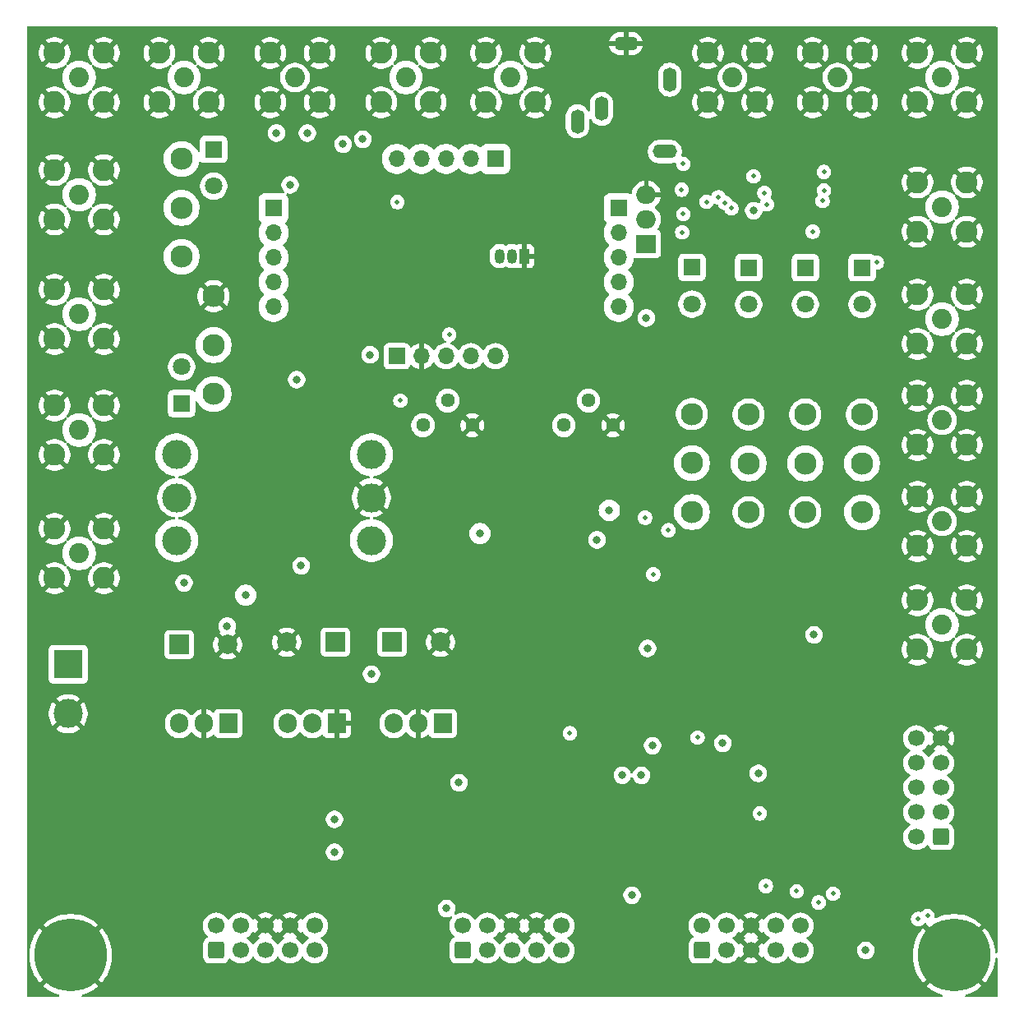
<source format=gbr>
%TF.GenerationSoftware,KiCad,Pcbnew,9.0.2*%
%TF.CreationDate,2025-07-28T11:32:36-05:00*%
%TF.ProjectId,K9HZ_100W_11band_LPF-Control,4b39485a-5f31-4303-9057-5f313162616e,rev?*%
%TF.SameCoordinates,Original*%
%TF.FileFunction,Copper,L3,Inr*%
%TF.FilePolarity,Positive*%
%FSLAX46Y46*%
G04 Gerber Fmt 4.6, Leading zero omitted, Abs format (unit mm)*
G04 Created by KiCad (PCBNEW 9.0.2) date 2025-07-28 11:32:36*
%MOMM*%
%LPD*%
G01*
G04 APERTURE LIST*
G04 Aperture macros list*
%AMRoundRect*
0 Rectangle with rounded corners*
0 $1 Rounding radius*
0 $2 $3 $4 $5 $6 $7 $8 $9 X,Y pos of 4 corners*
0 Add a 4 corners polygon primitive as box body*
4,1,4,$2,$3,$4,$5,$6,$7,$8,$9,$2,$3,0*
0 Add four circle primitives for the rounded corners*
1,1,$1+$1,$2,$3*
1,1,$1+$1,$4,$5*
1,1,$1+$1,$6,$7*
1,1,$1+$1,$8,$9*
0 Add four rect primitives between the rounded corners*
20,1,$1+$1,$2,$3,$4,$5,0*
20,1,$1+$1,$4,$5,$6,$7,0*
20,1,$1+$1,$6,$7,$8,$9,0*
20,1,$1+$1,$8,$9,$2,$3,0*%
G04 Aperture macros list end*
%TA.AperFunction,ComponentPad*%
%ADD10C,2.050000*%
%TD*%
%TA.AperFunction,ComponentPad*%
%ADD11C,2.250000*%
%TD*%
%TA.AperFunction,ComponentPad*%
%ADD12R,1.700000X1.700000*%
%TD*%
%TA.AperFunction,ComponentPad*%
%ADD13O,1.700000X1.700000*%
%TD*%
%TA.AperFunction,ComponentPad*%
%ADD14R,3.000000X3.000000*%
%TD*%
%TA.AperFunction,ComponentPad*%
%ADD15C,3.000000*%
%TD*%
%TA.AperFunction,ComponentPad*%
%ADD16C,1.440000*%
%TD*%
%TA.AperFunction,ComponentPad*%
%ADD17RoundRect,0.250000X0.600000X-0.600000X0.600000X0.600000X-0.600000X0.600000X-0.600000X-0.600000X0*%
%TD*%
%TA.AperFunction,ComponentPad*%
%ADD18C,1.700000*%
%TD*%
%TA.AperFunction,ComponentPad*%
%ADD19R,1.905000X2.000000*%
%TD*%
%TA.AperFunction,ComponentPad*%
%ADD20O,1.905000X2.000000*%
%TD*%
%TA.AperFunction,ComponentPad*%
%ADD21C,7.500000*%
%TD*%
%TA.AperFunction,ComponentPad*%
%ADD22C,2.300000*%
%TD*%
%TA.AperFunction,ComponentPad*%
%ADD23R,1.800000X1.800000*%
%TD*%
%TA.AperFunction,ComponentPad*%
%ADD24C,1.800000*%
%TD*%
%TA.AperFunction,ComponentPad*%
%ADD25RoundRect,0.250000X0.600000X0.600000X-0.600000X0.600000X-0.600000X-0.600000X0.600000X-0.600000X0*%
%TD*%
%TA.AperFunction,ComponentPad*%
%ADD26R,2.000000X2.000000*%
%TD*%
%TA.AperFunction,ComponentPad*%
%ADD27C,2.000000*%
%TD*%
%TA.AperFunction,ComponentPad*%
%ADD28R,2.000000X1.905000*%
%TD*%
%TA.AperFunction,ComponentPad*%
%ADD29O,2.000000X1.905000*%
%TD*%
%TA.AperFunction,ComponentPad*%
%ADD30O,1.400000X2.500000*%
%TD*%
%TA.AperFunction,ComponentPad*%
%ADD31O,2.500000X1.400000*%
%TD*%
%TA.AperFunction,ComponentPad*%
%ADD32R,1.050000X1.500000*%
%TD*%
%TA.AperFunction,ComponentPad*%
%ADD33O,1.050000X1.500000*%
%TD*%
%TA.AperFunction,ViaPad*%
%ADD34C,0.500000*%
%TD*%
%TA.AperFunction,ViaPad*%
%ADD35C,0.800000*%
%TD*%
G04 APERTURE END LIST*
D10*
%TO.N,/RF1*%
%TO.C,J3*%
X154305000Y-48260000D03*
D11*
%TO.N,GND*%
X156845000Y-50800000D03*
X156845000Y-45720000D03*
X151765000Y-50800000D03*
X151765000Y-45720000D03*
%TD*%
D10*
%TO.N,/RF22*%
%TO.C,J10*%
X65405000Y-72644000D03*
D11*
%TO.N,GND*%
X67945000Y-70104000D03*
X62865000Y-70104000D03*
X67945000Y-75184000D03*
X62865000Y-75184000D03*
%TD*%
D12*
%TO.N,/SWR_TO_PIN_DIODE_TR*%
%TO.C,J16.2*%
X85418000Y-61722000D03*
D13*
X85418000Y-64262000D03*
X85418000Y-66802000D03*
X85418000Y-69342000D03*
X85418000Y-71882000D03*
%TD*%
D12*
%TO.N,/RF28*%
%TO.C,J17.1*%
X108278000Y-56642000D03*
D13*
X105738000Y-56642000D03*
X103198000Y-56642000D03*
X100658000Y-56642000D03*
X98118000Y-56642000D03*
%TD*%
D10*
%TO.N,/RF19*%
%TO.C,J8*%
X65405000Y-48260000D03*
D11*
%TO.N,GND*%
X67945000Y-50800000D03*
X67945000Y-45720000D03*
X62865000Y-50800000D03*
X62865000Y-45720000D03*
%TD*%
D14*
%TO.N,Net-(J20-Pin_1)*%
%TO.C,J20*%
X64262000Y-108712000D03*
D15*
%TO.N,GND*%
X64262000Y-113792000D03*
%TD*%
D16*
%TO.N,Net-(D1-K)*%
%TO.C,RV19*%
X100828000Y-84079000D03*
%TO.N,Net-(R26-Pad2)*%
X103368000Y-81539000D03*
%TO.N,GND*%
X105908000Y-84079000D03*
%TD*%
D17*
%TO.N,Net-(J1-Pin_1)*%
%TO.C,J1*%
X129540000Y-138176000D03*
D18*
%TO.N,Net-(J1-Pin_2)*%
X129540000Y-135636000D03*
%TO.N,/XVTR_SEL*%
X132080000Y-138176000D03*
%TO.N,Net-(J1-Pin_4)*%
X132080000Y-135636000D03*
%TO.N,GND*%
X134620000Y-138176000D03*
X134620000Y-135636000D03*
%TO.N,/TX_BPF_SEL*%
X137160000Y-138176000D03*
%TO.N,/RX_BPF_SEL*%
X137160000Y-135636000D03*
%TO.N,unconnected-(J1-Pin_9-Pad9)*%
X139700000Y-138176000D03*
%TO.N,/TX*%
X139700000Y-135636000D03*
%TD*%
D19*
%TO.N,+12V*%
%TO.C,U13*%
X102870000Y-114808000D03*
D20*
%TO.N,GND*%
X100330000Y-114808000D03*
%TO.N,+8V*%
X97790000Y-114808000D03*
%TD*%
D21*
%TO.N,GND*%
%TO.C,H2*%
X64516000Y-138684000D03*
%TD*%
D22*
%TO.N,/RF23*%
%TO.C,K5*%
X140208000Y-88008000D03*
%TO.N,unconnected-(K5-Pad12)*%
X140208000Y-82968000D03*
%TO.N,/RRF25*%
X140208000Y-93048000D03*
D23*
%TO.N,/ANT2_SEL*%
X140208000Y-67848000D03*
D24*
%TO.N,+12V*%
X140208000Y-71628000D03*
%TD*%
D10*
%TO.N,/RRF9*%
%TO.C,J18*%
X132715000Y-48260000D03*
D11*
%TO.N,GND*%
X135255000Y-50800000D03*
X135255000Y-45720000D03*
X130175000Y-50800000D03*
X130175000Y-45720000D03*
%TD*%
D25*
%TO.N,/BIT0*%
%TO.C,J21*%
X154178000Y-126492000D03*
D18*
%TO.N,/BIT1*%
X151638000Y-126492000D03*
%TO.N,/BIT2*%
X154178000Y-123952000D03*
%TO.N,/BIT3*%
X151638000Y-123952000D03*
%TO.N,/SDA*%
X154178000Y-121412000D03*
%TO.N,/FWD_V*%
X151638000Y-121412000D03*
%TO.N,/SCL*%
X154178000Y-118872000D03*
%TO.N,/REF_V*%
X151638000Y-118872000D03*
%TO.N,GND*%
X154178000Y-116332000D03*
%TO.N,/TX*%
X151638000Y-116332000D03*
%TD*%
D22*
%TO.N,/RF23*%
%TO.C,K7*%
X128524000Y-87975000D03*
%TO.N,unconnected-(K7-Pad12)*%
X128524000Y-82935000D03*
%TO.N,/RF27*%
X128524000Y-93015000D03*
D23*
%TO.N,/ANT4_SEL*%
X128524000Y-67815000D03*
D24*
%TO.N,+12V*%
X128524000Y-71595000D03*
%TD*%
D10*
%TO.N,/LPF_TO_SWR*%
%TO.C,J23*%
X65405000Y-97282000D03*
D11*
%TO.N,GND*%
X67945000Y-94742000D03*
X62865000Y-94742000D03*
X67945000Y-99822000D03*
X62865000Y-99822000D03*
%TD*%
D12*
%TO.N,/TX*%
%TO.C,J17.2*%
X98118000Y-76962000D03*
D13*
%TO.N,GND*%
X100658000Y-76962000D03*
%TO.N,+12V*%
X103198000Y-76962000D03*
%TO.N,/8R ~{TX}*%
X105738000Y-76962000D03*
%TO.N,/8T TX*%
X108278000Y-76962000D03*
%TD*%
D10*
%TO.N,/RF24*%
%TO.C,J11*%
X154305000Y-73152000D03*
D11*
%TO.N,GND*%
X151765000Y-75692000D03*
X156845000Y-75692000D03*
X151765000Y-70612000D03*
X156845000Y-70612000D03*
%TD*%
D22*
%TO.N,/RF23*%
%TO.C,K6*%
X134366000Y-88008000D03*
%TO.N,unconnected-(K6-Pad12)*%
X134366000Y-82968000D03*
%TO.N,/RRF26*%
X134366000Y-93048000D03*
D23*
%TO.N,/ANT3_SEL*%
X134366000Y-67848000D03*
D24*
%TO.N,+12V*%
X134366000Y-71628000D03*
%TD*%
D19*
%TO.N,+12V*%
%TO.C,U11*%
X80772000Y-114808000D03*
D20*
%TO.N,GND*%
X78232000Y-114808000D03*
%TO.N,+5V*%
X75692000Y-114808000D03*
%TD*%
D10*
%TO.N,/RRF14*%
%TO.C,J5*%
X87630000Y-48260000D03*
D11*
%TO.N,GND*%
X90170000Y-50800000D03*
X90170000Y-45720000D03*
X85090000Y-50800000D03*
X85090000Y-45720000D03*
%TD*%
D16*
%TO.N,Net-(D2-K)*%
%TO.C,RV27*%
X115316000Y-84079000D03*
%TO.N,Net-(R29-Pad1)*%
X117856000Y-81539000D03*
%TO.N,GND*%
X120396000Y-84079000D03*
%TD*%
D26*
%TO.N,+8V*%
%TO.C,C134*%
X97616000Y-106426000D03*
D27*
%TO.N,GND*%
X102616000Y-106426000D03*
%TD*%
D10*
%TO.N,/RF27*%
%TO.C,J14*%
X154305000Y-104648000D03*
D11*
%TO.N,GND*%
X151765000Y-107188000D03*
X156845000Y-107188000D03*
X151765000Y-102108000D03*
X156845000Y-102108000D03*
%TD*%
D22*
%TO.N,/RF23*%
%TO.C,K4*%
X146050000Y-88008000D03*
%TO.N,unconnected-(K4-Pad12)*%
X146050000Y-82968000D03*
%TO.N,/RF24*%
X146050000Y-93048000D03*
D23*
%TO.N,/ANT1_SEL*%
X146050000Y-67848000D03*
D24*
%TO.N,+12V*%
X146050000Y-71628000D03*
%TD*%
D26*
%TO.N,+3V3*%
%TO.C,C142*%
X91775677Y-106426000D03*
D27*
%TO.N,GND*%
X86775677Y-106426000D03*
%TD*%
D10*
%TO.N,/RRF26*%
%TO.C,J13*%
X154305000Y-93980000D03*
D11*
%TO.N,GND*%
X151765000Y-96520000D03*
X156845000Y-96520000D03*
X151765000Y-91440000D03*
X156845000Y-91440000D03*
%TD*%
D10*
%TO.N,/RF21*%
%TO.C,J16*%
X65405000Y-84582000D03*
D11*
%TO.N,GND*%
X67945000Y-82042000D03*
X62865000Y-82042000D03*
X67945000Y-87122000D03*
X62865000Y-87122000D03*
%TD*%
D10*
%TO.N,/RF7*%
%TO.C,J4*%
X109855000Y-48260000D03*
D11*
%TO.N,GND*%
X112395000Y-50800000D03*
X112395000Y-45720000D03*
X107315000Y-50800000D03*
X107315000Y-45720000D03*
%TD*%
D15*
%TO.N,/LPF_TO_SWR*%
%TO.C,L44*%
X75438000Y-87122000D03*
%TO.N,/SWR_TO_PIN_DIODE_TR*%
X95504000Y-87122000D03*
%TO.N,/RF35*%
X75438000Y-95952000D03*
%TO.N,/RF36*%
X95504000Y-95952000D03*
%TO.N,GND*%
X95504000Y-91537000D03*
%TO.N,unconnected-(L44-Pad6)*%
X75438000Y-91537000D03*
%TD*%
D17*
%TO.N,/160M*%
%TO.C,J25*%
X79502000Y-138176000D03*
D18*
%TO.N,+12V*%
X79502000Y-135636000D03*
%TO.N,/80M*%
X82042000Y-138176000D03*
%TO.N,+12V*%
X82042000Y-135636000D03*
%TO.N,/60M*%
X84582000Y-138176000D03*
%TO.N,GND*%
X84582000Y-135636000D03*
%TO.N,/40M*%
X87122000Y-138176000D03*
%TO.N,GND*%
X87122000Y-135636000D03*
%TO.N,/30M*%
X89662000Y-138176000D03*
%TO.N,/20M*%
X89662000Y-135636000D03*
%TD*%
D17*
%TO.N,/17M*%
%TO.C,J24*%
X104902000Y-138176000D03*
D18*
%TO.N,+12V*%
X104902000Y-135636000D03*
%TO.N,/15M*%
X107442000Y-138176000D03*
%TO.N,+12V*%
X107442000Y-135636000D03*
%TO.N,/12M*%
X109982000Y-138176000D03*
%TO.N,GND*%
X109982000Y-135636000D03*
%TO.N,/10M*%
X112522000Y-138176000D03*
%TO.N,GND*%
X112522000Y-135636000D03*
%TO.N,/6M*%
X115062000Y-138176000D03*
%TO.N,/NF*%
X115062000Y-135636000D03*
%TD*%
D19*
%TO.N,GND*%
%TO.C,U16*%
X91948000Y-114808000D03*
D20*
%TO.N,+3V3*%
X89408000Y-114808000D03*
%TO.N,+12V*%
X86868000Y-114808000D03*
%TD*%
D10*
%TO.N,/RF18*%
%TO.C,J7*%
X76200000Y-48260000D03*
D11*
%TO.N,GND*%
X78740000Y-50800000D03*
X78740000Y-45720000D03*
X73660000Y-50800000D03*
X73660000Y-45720000D03*
%TD*%
D12*
%TO.N,/RF23*%
%TO.C,J16.1*%
X120978000Y-61722000D03*
D13*
X120978000Y-64262000D03*
X120978000Y-66802000D03*
X120978000Y-69342000D03*
X120978000Y-71882000D03*
%TD*%
D26*
%TO.N,+5V*%
%TO.C,C131*%
X75692000Y-106680000D03*
D27*
%TO.N,GND*%
X80692000Y-106680000D03*
%TD*%
D10*
%TO.N,/RRF25*%
%TO.C,J12*%
X154305000Y-83566000D03*
D11*
%TO.N,GND*%
X151765000Y-86106000D03*
X156845000Y-86106000D03*
X151765000Y-81026000D03*
X156845000Y-81026000D03*
%TD*%
D10*
%TO.N,/RF17*%
%TO.C,J6*%
X99060000Y-48260000D03*
D11*
%TO.N,GND*%
X101600000Y-50800000D03*
X101600000Y-45720000D03*
X96520000Y-50800000D03*
X96520000Y-45720000D03*
%TD*%
D21*
%TO.N,GND*%
%TO.C,H1*%
X155516000Y-138684000D03*
%TD*%
D10*
%TO.N,/RRF8*%
%TO.C,J15*%
X143510000Y-48260000D03*
D11*
%TO.N,GND*%
X146050000Y-50800000D03*
X146050000Y-45720000D03*
X140970000Y-50800000D03*
X140970000Y-45720000D03*
%TD*%
D10*
%TO.N,/RF20*%
%TO.C,J9*%
X65405000Y-60325000D03*
D11*
%TO.N,GND*%
X67945000Y-57785000D03*
X62865000Y-57785000D03*
X67945000Y-62865000D03*
X62865000Y-62865000D03*
%TD*%
D10*
%TO.N,/RF34*%
%TO.C,J2*%
X154305000Y-61595000D03*
D11*
%TO.N,GND*%
X151765000Y-64135000D03*
X156845000Y-64135000D03*
X151765000Y-59055000D03*
X156845000Y-59055000D03*
%TD*%
D28*
%TO.N,Net-(Q1-G)*%
%TO.C,Q1*%
X123825000Y-65405000D03*
D29*
%TO.N,Net-(Q1-D)*%
X123825000Y-62865000D03*
%TO.N,GND*%
X123825000Y-60325000D03*
%TD*%
D22*
%TO.N,/RF19*%
%TO.C,K2*%
X75946000Y-61682000D03*
%TO.N,/RF21*%
X75946000Y-66722000D03*
%TO.N,/RF20*%
X75946000Y-56642000D03*
D23*
%TO.N,+12V*%
X75946000Y-81842000D03*
D24*
%TO.N,/100W_PA_SEL*%
X75946000Y-78062000D03*
%TD*%
D30*
%TO.N,unconnected-(J19-PadR)*%
%TO.C,J19*%
X116730000Y-52780000D03*
%TO.N,unconnected-(J19-PadRN)*%
X119230000Y-51480000D03*
D31*
%TO.N,GND*%
X121730000Y-44780000D03*
D30*
%TO.N,Net-(Q1-D)*%
X126230000Y-48480000D03*
D31*
%TO.N,unconnected-(J19-PadTN)*%
X125730000Y-55880000D03*
%TD*%
D22*
%TO.N,/RF22*%
%TO.C,K3*%
X79248000Y-75816000D03*
%TO.N,GND*%
X79248000Y-70776000D03*
%TO.N,/RF21*%
X79248000Y-80856000D03*
D23*
%TO.N,+12V*%
X79248000Y-55656000D03*
D24*
%TO.N,/100W_PA_SEL*%
X79248000Y-59436000D03*
%TD*%
D32*
%TO.N,GND*%
%TO.C,Q2*%
X111252000Y-66654000D03*
D33*
%TO.N,/8R ~{TX}*%
X109982000Y-66654000D03*
%TO.N,Net-(Q1-G)*%
X108712000Y-66654000D03*
%TD*%
D34*
%TO.N,GND*%
X118364000Y-97663000D03*
X74295000Y-89408000D03*
X70612000Y-141732000D03*
X146558000Y-55880000D03*
X122682000Y-81026000D03*
X108458000Y-60833000D03*
X106750000Y-68550000D03*
X99441000Y-102997000D03*
X105918000Y-78486000D03*
X105950000Y-131500000D03*
X82804000Y-68072000D03*
X101854000Y-102362000D03*
X87122000Y-68072000D03*
X91948000Y-102997000D03*
X110490000Y-75819000D03*
X92583000Y-79121000D03*
X94234000Y-56896000D03*
X120142000Y-94488000D03*
X112014000Y-86868000D03*
X126500000Y-104400000D03*
X72009000Y-89154000D03*
X78613000Y-85344000D03*
X120904000Y-54991000D03*
X96266000Y-100076000D03*
X94869000Y-102997000D03*
X87630000Y-58039000D03*
X140081000Y-76962000D03*
X135636000Y-65278000D03*
X96901000Y-102997000D03*
X120142000Y-74930000D03*
X122809000Y-68072000D03*
X92202000Y-64262000D03*
X141605000Y-65278000D03*
X101600000Y-98171000D03*
X126619000Y-60960000D03*
X131572000Y-56769000D03*
X102235000Y-54102000D03*
X89916000Y-86233000D03*
X78105000Y-68834000D03*
X82931000Y-61849000D03*
X139827000Y-58928000D03*
X123698000Y-79121000D03*
X121920000Y-138430000D03*
X116713000Y-101473000D03*
X99314000Y-79629000D03*
X151130000Y-99187000D03*
X121920000Y-77216000D03*
X73406000Y-57023000D03*
X140208000Y-55880000D03*
X83566000Y-78613000D03*
X62992000Y-121031000D03*
X125476000Y-44831000D03*
X88392000Y-130048000D03*
X97790000Y-97663000D03*
X71755000Y-103251000D03*
X113411000Y-53848000D03*
X146304000Y-75184000D03*
X146177000Y-79883000D03*
X112522000Y-97663000D03*
X148082000Y-53848000D03*
X123698000Y-91567000D03*
X131953000Y-93980000D03*
X89154000Y-100203000D03*
X134366000Y-95504000D03*
X106680000Y-105664000D03*
X81788000Y-80772000D03*
X99441000Y-100076000D03*
X102489000Y-123317000D03*
X134747000Y-127762000D03*
X73787000Y-74422000D03*
X130048000Y-58928000D03*
X83185000Y-85217000D03*
X105156000Y-99060000D03*
X141478000Y-98653600D03*
X120777000Y-49784000D03*
X82169000Y-103124000D03*
X131597400Y-63728600D03*
X145643600Y-85394800D03*
X98552000Y-54229000D03*
X148590000Y-133096000D03*
X92583000Y-67437000D03*
X120777000Y-52578000D03*
X86868000Y-123952000D03*
X87757000Y-142113000D03*
X81750000Y-123650000D03*
X103632000Y-58674000D03*
X139192000Y-65405000D03*
X84836000Y-59182000D03*
X131927600Y-90906600D03*
X106807000Y-97409000D03*
X70993000Y-53213000D03*
X70866000Y-70993000D03*
X105156000Y-91694000D03*
X79756000Y-97663000D03*
X116840000Y-71501000D03*
X106807000Y-88138000D03*
X127889000Y-113919000D03*
X134747000Y-53721000D03*
X158750000Y-126619000D03*
X145161000Y-65151000D03*
X104521000Y-95123000D03*
X126500000Y-101800000D03*
X78105000Y-65024000D03*
X119380000Y-57150000D03*
X128016000Y-79502000D03*
X86741000Y-56769000D03*
X138684000Y-85445600D03*
X115062000Y-44577000D03*
X70358000Y-91059000D03*
X116713000Y-74295000D03*
X101981000Y-95377000D03*
X116840000Y-69723000D03*
X122301000Y-114935000D03*
X70612000Y-58928000D03*
X138480800Y-90500200D03*
X87122000Y-65532000D03*
X115062000Y-97663000D03*
X81534000Y-100203000D03*
X99441000Y-95504000D03*
X124079000Y-74930000D03*
X113665000Y-78613000D03*
X83693000Y-100203000D03*
X109601000Y-59182000D03*
X108839000Y-92456000D03*
X131318000Y-76708000D03*
X128016000Y-107823000D03*
X66040000Y-90043000D03*
X115316000Y-106680000D03*
X73787000Y-70866000D03*
X138074400Y-62788800D03*
X111760000Y-92456000D03*
X99441000Y-58674000D03*
X62484000Y-131191000D03*
X77343000Y-79375000D03*
X137287000Y-55626000D03*
X110363000Y-71882000D03*
X103251000Y-101092000D03*
X108331000Y-54102000D03*
X145567400Y-90627200D03*
X68580000Y-92583000D03*
X101854000Y-92329000D03*
X92456000Y-96901000D03*
X86741000Y-100203000D03*
X127000000Y-95550000D03*
X70485000Y-74422000D03*
X78359000Y-57785000D03*
X127762000Y-127762000D03*
X110363000Y-101346000D03*
X147345400Y-100660200D03*
X158623000Y-118618000D03*
X110617000Y-115062000D03*
X73279000Y-62357000D03*
X116967000Y-78486000D03*
X116586000Y-118745000D03*
X72644000Y-66294000D03*
X73787000Y-69342000D03*
X86868000Y-78359000D03*
X142621000Y-55499000D03*
X64389000Y-53721000D03*
X138734800Y-133019800D03*
X140208000Y-53213000D03*
X107442000Y-59182000D03*
X81915000Y-47117000D03*
X113665000Y-72644000D03*
X106680000Y-107823000D03*
X96774000Y-84201000D03*
X88519000Y-96393000D03*
X85217000Y-96774000D03*
X157988000Y-132842000D03*
X129921000Y-53848000D03*
X110236000Y-127254000D03*
X133096000Y-116900000D03*
X131826000Y-85572600D03*
X83185000Y-57277000D03*
X84201000Y-81407000D03*
X107950000Y-103759000D03*
X125730000Y-64643000D03*
X78994000Y-141859000D03*
X93345000Y-46863000D03*
X76708000Y-53975000D03*
X129286000Y-95758000D03*
X113284000Y-65278000D03*
X77901800Y-100431600D03*
X108458000Y-86360000D03*
X62865000Y-103124000D03*
X124333000Y-84582000D03*
X89789000Y-58547000D03*
X134874000Y-59436000D03*
X138430000Y-127762000D03*
X76835000Y-75565000D03*
X119761000Y-98552000D03*
X87122000Y-63246000D03*
X122809000Y-70612000D03*
X148132800Y-61112400D03*
X149606000Y-112268000D03*
X116459000Y-50165000D03*
X133150000Y-118050000D03*
X123952000Y-88138000D03*
X132715000Y-106299000D03*
X123190000Y-51689000D03*
X109728000Y-78613000D03*
X125095000Y-96520000D03*
X120523000Y-78740000D03*
X75692000Y-102489000D03*
X82931000Y-65405000D03*
X118237000Y-56007000D03*
X144018000Y-61112400D03*
X66675000Y-55753000D03*
X125857000Y-53721000D03*
X124333000Y-136144000D03*
X117475000Y-66167000D03*
X127381000Y-90297000D03*
X117348000Y-62357000D03*
X113792000Y-104140000D03*
X67564000Y-128905000D03*
X80391000Y-73533000D03*
X140081000Y-100076000D03*
X86995000Y-74676000D03*
X126365000Y-138557000D03*
X97790000Y-89281000D03*
X103632000Y-66548000D03*
X93345000Y-84582000D03*
X83693000Y-53721000D03*
X76073000Y-59182000D03*
X81534000Y-55880000D03*
X110490000Y-95885000D03*
X102362000Y-79121000D03*
X119761000Y-101600000D03*
X74168000Y-82550000D03*
X148590000Y-126492000D03*
X86868000Y-85344000D03*
X155194000Y-111887000D03*
X84836000Y-55118000D03*
X88646000Y-102997000D03*
X123190000Y-54483000D03*
X103251000Y-68707000D03*
X125984000Y-57404000D03*
X143510000Y-99568000D03*
X103124000Y-96393000D03*
X71120000Y-82804000D03*
X90805000Y-57531000D03*
X144018000Y-57658000D03*
X151003000Y-141859000D03*
X121666000Y-59563000D03*
X156667200Y-53949600D03*
X115189000Y-112649000D03*
X127762000Y-77216000D03*
X108077000Y-98171000D03*
X93218000Y-89027000D03*
X126365000Y-124841000D03*
X117983000Y-138557000D03*
X73152000Y-54991000D03*
X75819000Y-64262000D03*
X63881000Y-91948000D03*
X78486000Y-96393000D03*
X93091000Y-100203000D03*
X77216000Y-71247000D03*
X109474000Y-95123000D03*
X67056000Y-103124000D03*
X117602000Y-44577000D03*
X91313000Y-55372000D03*
X116332000Y-127254000D03*
X115824000Y-92456000D03*
X81407000Y-66548000D03*
X96774000Y-58547000D03*
X71755000Y-85852000D03*
X113792000Y-101473000D03*
X83566000Y-71628000D03*
X85725000Y-102997000D03*
X118618000Y-76708000D03*
X87122000Y-70866000D03*
X78613000Y-89027000D03*
X119761000Y-104394000D03*
X96901000Y-81280000D03*
X90170000Y-81788000D03*
X138379200Y-94615000D03*
X141224000Y-101346000D03*
X76200000Y-98806000D03*
X112522000Y-106680000D03*
X139446000Y-113538000D03*
X104902000Y-54102000D03*
X113665000Y-75819000D03*
X95885000Y-67310000D03*
X99441000Y-92456000D03*
X80772000Y-82677000D03*
X83566000Y-74803000D03*
X155702000Y-67437000D03*
X123063000Y-48514000D03*
X79756000Y-78105000D03*
X122301000Y-57150000D03*
X128524000Y-85293200D03*
X92964000Y-142240000D03*
X129200000Y-101750000D03*
X142240000Y-116205000D03*
X86614000Y-83693000D03*
X155244800Y-56184800D03*
X121666000Y-88646000D03*
X119634000Y-87249000D03*
X148463000Y-121666000D03*
D35*
%TO.N,+12V*%
X88265000Y-98552000D03*
X87796000Y-79375000D03*
X95371300Y-76815300D03*
X123825000Y-73025000D03*
X122350000Y-132500000D03*
%TO.N,+5V*%
X146431000Y-138176000D03*
X118745000Y-95885000D03*
X103251000Y-133858000D03*
X134874000Y-61976000D03*
X92583000Y-55118000D03*
X123952000Y-107061000D03*
X131699000Y-116840000D03*
X141097000Y-105664000D03*
X104521000Y-120904000D03*
X135359833Y-119948716D03*
%TO.N,+3V3*%
X95504000Y-109728000D03*
D34*
%TO.N,/XVTR_SEL*%
X126100000Y-94900000D03*
D35*
X85725000Y-53975000D03*
D34*
X124522143Y-99427857D03*
X129100000Y-116250000D03*
D35*
X87122000Y-59309000D03*
%TO.N,/100W_PA_SEL*%
X80645000Y-104775000D03*
X76200000Y-100330000D03*
D34*
%TO.N,/8R ~{TX}*%
X103518000Y-74742000D03*
D35*
%TO.N,/RF35*%
X82550000Y-101600000D03*
X106680000Y-95250000D03*
%TO.N,/RF36*%
X120015000Y-92840000D03*
D34*
%TO.N,+8V*%
X135509500Y-124073500D03*
X136144000Y-131546600D03*
X98490000Y-81534000D03*
X98171000Y-61087000D03*
%TO.N,/TX*%
X123698000Y-93599000D03*
D35*
%TO.N,/SDA*%
X124460000Y-117094000D03*
D34*
%TO.N,/SCL*%
X115950000Y-115800000D03*
%TO.N,/RX_BPF_SEL*%
X131260626Y-60598000D03*
X135998000Y-60148000D03*
X147574000Y-67310000D03*
X151836409Y-134945409D03*
X127529000Y-64196000D03*
X141986000Y-60960000D03*
%TO.N,/TX_BPF_SEL*%
X134874000Y-58420000D03*
X152788909Y-134627909D03*
X142121000Y-57978000D03*
X127462600Y-59811600D03*
D35*
%TO.N,Net-(U12-A3)*%
X91694000Y-124680000D03*
X91694000Y-128050000D03*
%TO.N,/FWD*%
X123317000Y-120142000D03*
X121347000Y-120142000D03*
D34*
%TO.N,Net-(U1-V2)*%
X127635000Y-62314000D03*
X140970000Y-64135000D03*
X132588000Y-61721354D03*
X136249091Y-61319091D03*
%TO.N,Net-(U3-V2)*%
X131938000Y-61148000D03*
X130015804Y-61065004D03*
X127635000Y-57150000D03*
X142121000Y-59878000D03*
D35*
%TO.N,Net-(U21-V2)*%
X88900000Y-53975000D03*
X94615000Y-54610000D03*
D34*
%TO.N,Net-(JP1-A)*%
X139319000Y-132080000D03*
%TO.N,Net-(JP2-A)*%
X141572250Y-133255750D03*
%TO.N,Net-(JP3-A)*%
X143063500Y-132334000D03*
%TD*%
%TA.AperFunction,Conductor*%
%TO.N,GND*%
G36*
X84116075Y-135828993D02*
G01*
X84181901Y-135943007D01*
X84274993Y-136036099D01*
X84389007Y-136101925D01*
X84452590Y-136118962D01*
X83820282Y-136751269D01*
X83820282Y-136751270D01*
X83874452Y-136790626D01*
X83874451Y-136790626D01*
X83883495Y-136795234D01*
X83934292Y-136843208D01*
X83951087Y-136911029D01*
X83928550Y-136977164D01*
X83883499Y-137016202D01*
X83874182Y-137020949D01*
X83702213Y-137145890D01*
X83551890Y-137296213D01*
X83426949Y-137468182D01*
X83422484Y-137476946D01*
X83374509Y-137527742D01*
X83306688Y-137544536D01*
X83240553Y-137521998D01*
X83201516Y-137476946D01*
X83197050Y-137468182D01*
X83072109Y-137296213D01*
X82921786Y-137145890D01*
X82749820Y-137020951D01*
X82749115Y-137020591D01*
X82741054Y-137016485D01*
X82690259Y-136968512D01*
X82673463Y-136900692D01*
X82695999Y-136834556D01*
X82741054Y-136795515D01*
X82749816Y-136791051D01*
X82804572Y-136751269D01*
X82921786Y-136666109D01*
X82921788Y-136666106D01*
X82921792Y-136666104D01*
X83072104Y-136515792D01*
X83072106Y-136515788D01*
X83072109Y-136515786D01*
X83157890Y-136397717D01*
X83197051Y-136343816D01*
X83201793Y-136334508D01*
X83249763Y-136283711D01*
X83317583Y-136266911D01*
X83383719Y-136289445D01*
X83422763Y-136334500D01*
X83427373Y-136343547D01*
X83466728Y-136397716D01*
X84099037Y-135765408D01*
X84116075Y-135828993D01*
G37*
%TD.AperFunction*%
%TA.AperFunction,Conductor*%
G36*
X86656075Y-135828993D02*
G01*
X86721901Y-135943007D01*
X86814993Y-136036099D01*
X86929007Y-136101925D01*
X86992590Y-136118962D01*
X86360282Y-136751269D01*
X86360282Y-136751270D01*
X86414452Y-136790626D01*
X86414451Y-136790626D01*
X86423495Y-136795234D01*
X86474292Y-136843208D01*
X86491087Y-136911029D01*
X86468550Y-136977164D01*
X86423499Y-137016202D01*
X86414182Y-137020949D01*
X86242213Y-137145890D01*
X86091890Y-137296213D01*
X85966949Y-137468182D01*
X85962484Y-137476946D01*
X85914509Y-137527742D01*
X85846688Y-137544536D01*
X85780553Y-137521998D01*
X85741516Y-137476946D01*
X85737050Y-137468182D01*
X85612109Y-137296213D01*
X85461786Y-137145890D01*
X85289817Y-137020949D01*
X85280504Y-137016204D01*
X85229707Y-136968230D01*
X85212912Y-136900409D01*
X85235449Y-136834274D01*
X85280507Y-136795232D01*
X85289555Y-136790622D01*
X85343716Y-136751270D01*
X85343717Y-136751270D01*
X84711408Y-136118962D01*
X84774993Y-136101925D01*
X84889007Y-136036099D01*
X84982099Y-135943007D01*
X85047925Y-135828993D01*
X85064962Y-135765408D01*
X85697270Y-136397717D01*
X85697270Y-136397716D01*
X85736622Y-136343554D01*
X85741514Y-136333954D01*
X85789488Y-136283157D01*
X85857308Y-136266361D01*
X85923444Y-136288897D01*
X85962486Y-136333954D01*
X85967375Y-136343550D01*
X86006728Y-136397716D01*
X86639037Y-135765408D01*
X86656075Y-135828993D01*
G37*
%TD.AperFunction*%
%TA.AperFunction,Conductor*%
G36*
X88237270Y-136397717D02*
G01*
X88237270Y-136397716D01*
X88276622Y-136343555D01*
X88281232Y-136334507D01*
X88329205Y-136283709D01*
X88397025Y-136266912D01*
X88463161Y-136289447D01*
X88502204Y-136334504D01*
X88506949Y-136343817D01*
X88631890Y-136515786D01*
X88782213Y-136666109D01*
X88954182Y-136791050D01*
X88962946Y-136795516D01*
X89013742Y-136843491D01*
X89030536Y-136911312D01*
X89007998Y-136977447D01*
X88962946Y-137016484D01*
X88954182Y-137020949D01*
X88782213Y-137145890D01*
X88631890Y-137296213D01*
X88506949Y-137468182D01*
X88502484Y-137476946D01*
X88454509Y-137527742D01*
X88386688Y-137544536D01*
X88320553Y-137521998D01*
X88281516Y-137476946D01*
X88277050Y-137468182D01*
X88152109Y-137296213D01*
X88001786Y-137145890D01*
X87829817Y-137020949D01*
X87820504Y-137016204D01*
X87769707Y-136968230D01*
X87752912Y-136900409D01*
X87775449Y-136834274D01*
X87820507Y-136795232D01*
X87829555Y-136790622D01*
X87883716Y-136751270D01*
X87883717Y-136751270D01*
X87251408Y-136118962D01*
X87314993Y-136101925D01*
X87429007Y-136036099D01*
X87522099Y-135943007D01*
X87587925Y-135828993D01*
X87604962Y-135765408D01*
X88237270Y-136397717D01*
G37*
%TD.AperFunction*%
%TA.AperFunction,Conductor*%
G36*
X109516075Y-135828993D02*
G01*
X109581901Y-135943007D01*
X109674993Y-136036099D01*
X109789007Y-136101925D01*
X109852590Y-136118962D01*
X109220282Y-136751269D01*
X109220282Y-136751270D01*
X109274452Y-136790626D01*
X109274451Y-136790626D01*
X109283495Y-136795234D01*
X109334292Y-136843208D01*
X109351087Y-136911029D01*
X109328550Y-136977164D01*
X109283499Y-137016202D01*
X109274182Y-137020949D01*
X109102213Y-137145890D01*
X108951890Y-137296213D01*
X108826949Y-137468182D01*
X108822484Y-137476946D01*
X108774509Y-137527742D01*
X108706688Y-137544536D01*
X108640553Y-137521998D01*
X108601516Y-137476946D01*
X108597050Y-137468182D01*
X108472109Y-137296213D01*
X108321786Y-137145890D01*
X108149820Y-137020951D01*
X108149115Y-137020591D01*
X108141054Y-137016485D01*
X108090259Y-136968512D01*
X108073463Y-136900692D01*
X108095999Y-136834556D01*
X108141054Y-136795515D01*
X108149816Y-136791051D01*
X108204572Y-136751269D01*
X108321786Y-136666109D01*
X108321788Y-136666106D01*
X108321792Y-136666104D01*
X108472104Y-136515792D01*
X108472106Y-136515788D01*
X108472109Y-136515786D01*
X108557890Y-136397717D01*
X108597051Y-136343816D01*
X108601793Y-136334508D01*
X108649763Y-136283711D01*
X108717583Y-136266911D01*
X108783719Y-136289445D01*
X108822763Y-136334500D01*
X108827373Y-136343547D01*
X108866728Y-136397716D01*
X109499037Y-135765408D01*
X109516075Y-135828993D01*
G37*
%TD.AperFunction*%
%TA.AperFunction,Conductor*%
G36*
X112056075Y-135828993D02*
G01*
X112121901Y-135943007D01*
X112214993Y-136036099D01*
X112329007Y-136101925D01*
X112392590Y-136118962D01*
X111760282Y-136751269D01*
X111760282Y-136751270D01*
X111814452Y-136790626D01*
X111814451Y-136790626D01*
X111823495Y-136795234D01*
X111874292Y-136843208D01*
X111891087Y-136911029D01*
X111868550Y-136977164D01*
X111823499Y-137016202D01*
X111814182Y-137020949D01*
X111642213Y-137145890D01*
X111491890Y-137296213D01*
X111366949Y-137468182D01*
X111362484Y-137476946D01*
X111314509Y-137527742D01*
X111246688Y-137544536D01*
X111180553Y-137521998D01*
X111141516Y-137476946D01*
X111137050Y-137468182D01*
X111012109Y-137296213D01*
X110861786Y-137145890D01*
X110689817Y-137020949D01*
X110680504Y-137016204D01*
X110629707Y-136968230D01*
X110612912Y-136900409D01*
X110635449Y-136834274D01*
X110680507Y-136795232D01*
X110689555Y-136790622D01*
X110743716Y-136751270D01*
X110743717Y-136751270D01*
X110111408Y-136118962D01*
X110174993Y-136101925D01*
X110289007Y-136036099D01*
X110382099Y-135943007D01*
X110447925Y-135828993D01*
X110464962Y-135765409D01*
X111097270Y-136397717D01*
X111097270Y-136397716D01*
X111136622Y-136343554D01*
X111141514Y-136333954D01*
X111189488Y-136283157D01*
X111257308Y-136266361D01*
X111323444Y-136288897D01*
X111362486Y-136333954D01*
X111367375Y-136343550D01*
X111406728Y-136397716D01*
X112039037Y-135765408D01*
X112056075Y-135828993D01*
G37*
%TD.AperFunction*%
%TA.AperFunction,Conductor*%
G36*
X113637270Y-136397717D02*
G01*
X113637270Y-136397716D01*
X113676622Y-136343555D01*
X113681232Y-136334507D01*
X113729205Y-136283709D01*
X113797025Y-136266912D01*
X113863161Y-136289447D01*
X113902204Y-136334504D01*
X113906949Y-136343817D01*
X114031890Y-136515786D01*
X114182213Y-136666109D01*
X114354182Y-136791050D01*
X114362946Y-136795516D01*
X114413742Y-136843491D01*
X114430536Y-136911312D01*
X114407998Y-136977447D01*
X114362946Y-137016484D01*
X114354182Y-137020949D01*
X114182213Y-137145890D01*
X114031890Y-137296213D01*
X113906949Y-137468182D01*
X113902484Y-137476946D01*
X113854509Y-137527742D01*
X113786688Y-137544536D01*
X113720553Y-137521998D01*
X113681516Y-137476946D01*
X113677050Y-137468182D01*
X113552109Y-137296213D01*
X113401786Y-137145890D01*
X113229817Y-137020949D01*
X113220504Y-137016204D01*
X113169707Y-136968230D01*
X113152912Y-136900409D01*
X113175449Y-136834274D01*
X113220507Y-136795232D01*
X113229555Y-136790622D01*
X113283716Y-136751270D01*
X113283717Y-136751270D01*
X112651408Y-136118962D01*
X112714993Y-136101925D01*
X112829007Y-136036099D01*
X112922099Y-135943007D01*
X112987925Y-135828993D01*
X113004962Y-135765409D01*
X113637270Y-136397717D01*
G37*
%TD.AperFunction*%
%TA.AperFunction,Conductor*%
G36*
X134154075Y-135828993D02*
G01*
X134219901Y-135943007D01*
X134312993Y-136036099D01*
X134427007Y-136101925D01*
X134490591Y-136118962D01*
X133889971Y-136719581D01*
X133968711Y-136836895D01*
X133969920Y-136840729D01*
X133972844Y-136843491D01*
X133980343Y-136873778D01*
X133989727Y-136903529D01*
X133988671Y-136907408D01*
X133989638Y-136911312D01*
X133979573Y-136940844D01*
X133971383Y-136970947D01*
X133968397Y-136973640D01*
X133967100Y-136977447D01*
X133922051Y-137016483D01*
X133912440Y-137021380D01*
X133858282Y-137060727D01*
X133858282Y-137060728D01*
X134490591Y-137693037D01*
X134427007Y-137710075D01*
X134312993Y-137775901D01*
X134219901Y-137868993D01*
X134154075Y-137983007D01*
X134137037Y-138046591D01*
X133504728Y-137414282D01*
X133504727Y-137414282D01*
X133465380Y-137468440D01*
X133465376Y-137468446D01*
X133460760Y-137477505D01*
X133412781Y-137528297D01*
X133344959Y-137545087D01*
X133278826Y-137522543D01*
X133239794Y-137477493D01*
X133235051Y-137468184D01*
X133235049Y-137468181D01*
X133235048Y-137468179D01*
X133110109Y-137296213D01*
X132959786Y-137145890D01*
X132787820Y-137020951D01*
X132787115Y-137020591D01*
X132779054Y-137016485D01*
X132728259Y-136968512D01*
X132711463Y-136900692D01*
X132733999Y-136834556D01*
X132779054Y-136795515D01*
X132787816Y-136791051D01*
X132842572Y-136751269D01*
X132959786Y-136666109D01*
X132959788Y-136666106D01*
X132959792Y-136666104D01*
X133110104Y-136515792D01*
X133110106Y-136515788D01*
X133110109Y-136515786D01*
X133195890Y-136397717D01*
X133235051Y-136343816D01*
X133239793Y-136334508D01*
X133287763Y-136283711D01*
X133355583Y-136266911D01*
X133421719Y-136289445D01*
X133460763Y-136334500D01*
X133465373Y-136343547D01*
X133504728Y-136397716D01*
X134137037Y-135765408D01*
X134154075Y-135828993D01*
G37*
%TD.AperFunction*%
%TA.AperFunction,Conductor*%
G36*
X135735270Y-136397717D02*
G01*
X135735270Y-136397716D01*
X135774622Y-136343555D01*
X135779232Y-136334507D01*
X135827205Y-136283709D01*
X135895025Y-136266912D01*
X135961161Y-136289447D01*
X136000204Y-136334504D01*
X136004949Y-136343817D01*
X136129890Y-136515786D01*
X136280213Y-136666109D01*
X136452182Y-136791050D01*
X136460946Y-136795516D01*
X136511742Y-136843491D01*
X136528536Y-136911312D01*
X136505998Y-136977447D01*
X136460946Y-137016484D01*
X136452182Y-137020949D01*
X136280213Y-137145890D01*
X136129890Y-137296213D01*
X136004949Y-137468182D01*
X136000202Y-137477499D01*
X135952227Y-137528293D01*
X135884405Y-137545087D01*
X135818271Y-137522548D01*
X135779234Y-137477495D01*
X135774626Y-137468452D01*
X135735270Y-137414282D01*
X135735269Y-137414282D01*
X135102962Y-138046590D01*
X135085925Y-137983007D01*
X135020099Y-137868993D01*
X134927007Y-137775901D01*
X134812993Y-137710075D01*
X134749409Y-137693037D01*
X135381716Y-137060728D01*
X135327550Y-137021375D01*
X135317954Y-137016486D01*
X135267157Y-136968512D01*
X135250361Y-136900692D01*
X135272897Y-136834556D01*
X135317954Y-136795514D01*
X135327554Y-136790622D01*
X135381716Y-136751270D01*
X135381717Y-136751270D01*
X134749408Y-136118962D01*
X134812993Y-136101925D01*
X134927007Y-136036099D01*
X135020099Y-135943007D01*
X135085925Y-135828993D01*
X135102962Y-135765408D01*
X135735270Y-136397717D01*
G37*
%TD.AperFunction*%
%TA.AperFunction,Conductor*%
G36*
X153712075Y-116524993D02*
G01*
X153777901Y-116639007D01*
X153870993Y-116732099D01*
X153985007Y-116797925D01*
X154048590Y-116814962D01*
X153416282Y-117447269D01*
X153416282Y-117447270D01*
X153470452Y-117486626D01*
X153470451Y-117486626D01*
X153479495Y-117491234D01*
X153530292Y-117539208D01*
X153547087Y-117607029D01*
X153524550Y-117673164D01*
X153479499Y-117712202D01*
X153470182Y-117716949D01*
X153298213Y-117841890D01*
X153147890Y-117992213D01*
X153022949Y-118164182D01*
X153018484Y-118172946D01*
X152970509Y-118223742D01*
X152902688Y-118240536D01*
X152836553Y-118217998D01*
X152797516Y-118172946D01*
X152793050Y-118164182D01*
X152668109Y-117992213D01*
X152517786Y-117841890D01*
X152345820Y-117716951D01*
X152345115Y-117716591D01*
X152337054Y-117712485D01*
X152286259Y-117664512D01*
X152269463Y-117596692D01*
X152291999Y-117530556D01*
X152337054Y-117491515D01*
X152345816Y-117487051D01*
X152400572Y-117447269D01*
X152517786Y-117362109D01*
X152517788Y-117362106D01*
X152517792Y-117362104D01*
X152668104Y-117211792D01*
X152668106Y-117211788D01*
X152668109Y-117211786D01*
X152753890Y-117093717D01*
X152793051Y-117039816D01*
X152797793Y-117030508D01*
X152845763Y-116979711D01*
X152913583Y-116962911D01*
X152979719Y-116985445D01*
X153018763Y-117030500D01*
X153023373Y-117039547D01*
X153062728Y-117093716D01*
X153695037Y-116461408D01*
X153712075Y-116524993D01*
G37*
%TD.AperFunction*%
%TA.AperFunction,Conductor*%
G36*
X159942539Y-43020185D02*
G01*
X159988294Y-43072989D01*
X159999500Y-43124500D01*
X159999500Y-138327292D01*
X159979815Y-138394331D01*
X159927011Y-138440086D01*
X159857853Y-138450030D01*
X159794297Y-138421005D01*
X159756523Y-138362227D01*
X159751972Y-138338099D01*
X159733654Y-138128732D01*
X159733654Y-138128728D01*
X159669212Y-137763264D01*
X159669208Y-137763247D01*
X159573162Y-137404793D01*
X159446224Y-137056036D01*
X159289392Y-136719707D01*
X159289384Y-136719692D01*
X159103833Y-136398309D01*
X159103824Y-136398294D01*
X158890959Y-136094292D01*
X158693993Y-135859559D01*
X158693992Y-135859558D01*
X157202900Y-137350650D01*
X157135924Y-137263365D01*
X156936635Y-137064076D01*
X156849347Y-136997098D01*
X158340440Y-135506006D01*
X158340439Y-135506005D01*
X158105707Y-135309040D01*
X157801705Y-135096175D01*
X157801690Y-135096166D01*
X157480307Y-134910615D01*
X157480292Y-134910607D01*
X157143963Y-134753775D01*
X156795206Y-134626837D01*
X156436752Y-134530791D01*
X156436735Y-134530787D01*
X156071269Y-134466345D01*
X155701562Y-134434000D01*
X155330437Y-134434000D01*
X154960732Y-134466345D01*
X154960728Y-134466345D01*
X154595264Y-134530787D01*
X154595247Y-134530791D01*
X154236793Y-134626837D01*
X153888032Y-134753776D01*
X153714133Y-134834866D01*
X153645055Y-134845358D01*
X153581272Y-134816838D01*
X153543033Y-134758361D01*
X153540593Y-134708067D01*
X153538812Y-134707892D01*
X153539409Y-134701829D01*
X153539409Y-134553988D01*
X153510568Y-134409001D01*
X153510567Y-134409000D01*
X153510567Y-134408996D01*
X153491291Y-134362460D01*
X153453996Y-134272420D01*
X153453989Y-134272407D01*
X153371860Y-134149493D01*
X153371857Y-134149489D01*
X153267328Y-134044960D01*
X153267324Y-134044957D01*
X153144410Y-133962828D01*
X153144397Y-133962821D01*
X153007826Y-133906252D01*
X153007816Y-133906249D01*
X152862829Y-133877409D01*
X152862827Y-133877409D01*
X152714991Y-133877409D01*
X152714989Y-133877409D01*
X152570001Y-133906249D01*
X152569991Y-133906252D01*
X152433420Y-133962821D01*
X152433407Y-133962828D01*
X152310493Y-134044957D01*
X152310489Y-134044960D01*
X152205960Y-134149489D01*
X152205956Y-134149494D01*
X152190405Y-134172767D01*
X152136791Y-134217571D01*
X152067466Y-134226276D01*
X152061313Y-134224851D01*
X152061296Y-134224939D01*
X151910329Y-134194909D01*
X151910327Y-134194909D01*
X151762491Y-134194909D01*
X151762489Y-134194909D01*
X151617501Y-134223749D01*
X151617491Y-134223752D01*
X151480920Y-134280321D01*
X151480907Y-134280328D01*
X151357993Y-134362457D01*
X151357989Y-134362460D01*
X151253460Y-134466989D01*
X151253457Y-134466993D01*
X151171328Y-134589907D01*
X151171321Y-134589920D01*
X151114752Y-134726491D01*
X151114749Y-134726501D01*
X151085909Y-134871488D01*
X151085909Y-134871491D01*
X151085909Y-135019327D01*
X151085909Y-135019329D01*
X151085908Y-135019329D01*
X151114749Y-135164316D01*
X151114752Y-135164326D01*
X151171321Y-135300897D01*
X151171328Y-135300910D01*
X151253457Y-135423824D01*
X151253460Y-135423828D01*
X151357989Y-135528357D01*
X151357993Y-135528360D01*
X151480907Y-135610489D01*
X151480920Y-135610496D01*
X151617491Y-135667065D01*
X151617496Y-135667067D01*
X151617500Y-135667067D01*
X151617501Y-135667068D01*
X151762488Y-135695909D01*
X151762491Y-135695909D01*
X151910329Y-135695909D01*
X152007871Y-135676505D01*
X152055322Y-135667067D01*
X152191904Y-135610493D01*
X152314825Y-135528360D01*
X152419360Y-135423825D01*
X152434908Y-135400554D01*
X152450523Y-135387504D01*
X152462525Y-135371068D01*
X152476787Y-135365554D01*
X152488520Y-135355749D01*
X152508712Y-135353212D01*
X152527694Y-135345874D01*
X152549075Y-135348141D01*
X152557844Y-135347040D01*
X152562925Y-135347973D01*
X152569308Y-135349282D01*
X152569996Y-135349567D01*
X152593216Y-135354185D01*
X152593675Y-135354280D01*
X152624164Y-135370460D01*
X152654864Y-135386519D01*
X152655054Y-135386853D01*
X152655393Y-135387033D01*
X152672300Y-135417139D01*
X152689438Y-135447235D01*
X152689485Y-135447740D01*
X152689605Y-135447953D01*
X152689566Y-135448596D01*
X152692643Y-135481159D01*
X152691558Y-135506006D01*
X154182651Y-136997098D01*
X154095365Y-137064076D01*
X153896076Y-137263365D01*
X153829098Y-137350651D01*
X152338006Y-135859558D01*
X152338005Y-135859559D01*
X152141040Y-136094292D01*
X151928175Y-136398294D01*
X151928166Y-136398309D01*
X151742615Y-136719692D01*
X151742607Y-136719707D01*
X151585775Y-137056036D01*
X151458837Y-137404793D01*
X151362791Y-137763247D01*
X151362787Y-137763264D01*
X151298345Y-138128728D01*
X151298345Y-138128732D01*
X151266000Y-138498437D01*
X151266000Y-138869562D01*
X151298345Y-139239267D01*
X151298345Y-139239271D01*
X151362787Y-139604735D01*
X151362791Y-139604752D01*
X151458837Y-139963206D01*
X151585775Y-140311963D01*
X151742607Y-140648292D01*
X151742615Y-140648307D01*
X151928166Y-140969690D01*
X151928175Y-140969705D01*
X152141040Y-141273707D01*
X152338005Y-141508439D01*
X152338006Y-141508440D01*
X153829098Y-140017348D01*
X153896076Y-140104635D01*
X154095365Y-140303924D01*
X154182650Y-140370900D01*
X152691558Y-141861992D01*
X152691559Y-141861993D01*
X152926292Y-142058959D01*
X153230294Y-142271824D01*
X153230309Y-142271833D01*
X153551692Y-142457384D01*
X153551707Y-142457392D01*
X153888036Y-142614224D01*
X154236793Y-142741162D01*
X154291143Y-142755725D01*
X154350804Y-142792090D01*
X154381333Y-142854937D01*
X154373038Y-142924312D01*
X154328553Y-142978190D01*
X154262001Y-142999465D01*
X154259050Y-142999500D01*
X65772950Y-142999500D01*
X65705911Y-142979815D01*
X65660156Y-142927011D01*
X65650212Y-142857853D01*
X65679237Y-142794297D01*
X65738015Y-142756523D01*
X65740857Y-142755725D01*
X65795206Y-142741162D01*
X66143963Y-142614224D01*
X66480292Y-142457392D01*
X66480307Y-142457384D01*
X66801690Y-142271833D01*
X66801705Y-142271824D01*
X67105700Y-142058964D01*
X67340439Y-141861993D01*
X67340440Y-141861992D01*
X65849348Y-140370901D01*
X65936635Y-140303924D01*
X66135924Y-140104635D01*
X66202901Y-140017348D01*
X67693992Y-141508440D01*
X67693993Y-141508439D01*
X67890964Y-141273700D01*
X68103824Y-140969705D01*
X68103833Y-140969690D01*
X68289384Y-140648307D01*
X68289392Y-140648292D01*
X68446224Y-140311963D01*
X68573162Y-139963206D01*
X68669208Y-139604752D01*
X68669212Y-139604735D01*
X68733654Y-139239271D01*
X68733654Y-139239267D01*
X68765999Y-138869562D01*
X68766000Y-138869560D01*
X68766000Y-138498440D01*
X68765999Y-138498437D01*
X68733654Y-138128732D01*
X68733654Y-138128728D01*
X68669212Y-137763264D01*
X68669208Y-137763247D01*
X68573162Y-137404793D01*
X68446224Y-137056036D01*
X68289392Y-136719707D01*
X68289384Y-136719692D01*
X68103833Y-136398309D01*
X68103824Y-136398294D01*
X67890959Y-136094292D01*
X67693993Y-135859559D01*
X67693992Y-135859558D01*
X66202900Y-137350650D01*
X66135924Y-137263365D01*
X65936635Y-137064076D01*
X65849347Y-136997098D01*
X67316733Y-135529713D01*
X78151500Y-135529713D01*
X78151500Y-135742286D01*
X78184753Y-135952239D01*
X78250444Y-136154414D01*
X78346951Y-136343820D01*
X78471890Y-136515786D01*
X78622209Y-136666105D01*
X78627106Y-136669663D01*
X78669771Y-136724994D01*
X78675750Y-136794607D01*
X78643144Y-136856402D01*
X78593229Y-136887685D01*
X78582673Y-136891183D01*
X78582663Y-136891187D01*
X78433342Y-136983289D01*
X78309289Y-137107342D01*
X78217187Y-137256663D01*
X78217185Y-137256668D01*
X78210945Y-137275500D01*
X78162001Y-137423203D01*
X78162001Y-137423204D01*
X78162000Y-137423204D01*
X78151500Y-137525983D01*
X78151500Y-138826001D01*
X78151501Y-138826018D01*
X78162000Y-138928796D01*
X78162001Y-138928799D01*
X78199478Y-139041896D01*
X78217186Y-139095334D01*
X78309288Y-139244656D01*
X78433344Y-139368712D01*
X78582666Y-139460814D01*
X78749203Y-139515999D01*
X78851991Y-139526500D01*
X80152008Y-139526499D01*
X80254797Y-139515999D01*
X80421334Y-139460814D01*
X80570656Y-139368712D01*
X80694712Y-139244656D01*
X80786814Y-139095334D01*
X80790312Y-139084775D01*
X80830082Y-139027332D01*
X80894598Y-139000507D01*
X80963374Y-139012821D01*
X81008334Y-139050891D01*
X81011890Y-139055785D01*
X81011894Y-139055790D01*
X81162213Y-139206109D01*
X81334179Y-139331048D01*
X81334181Y-139331049D01*
X81334184Y-139331051D01*
X81523588Y-139427557D01*
X81725757Y-139493246D01*
X81935713Y-139526500D01*
X81935714Y-139526500D01*
X82148286Y-139526500D01*
X82148287Y-139526500D01*
X82358243Y-139493246D01*
X82560412Y-139427557D01*
X82749816Y-139331051D01*
X82804572Y-139291269D01*
X82921786Y-139206109D01*
X82921788Y-139206106D01*
X82921792Y-139206104D01*
X83072104Y-139055792D01*
X83072106Y-139055788D01*
X83072109Y-139055786D01*
X83197048Y-138883820D01*
X83197047Y-138883820D01*
X83197051Y-138883816D01*
X83201514Y-138875054D01*
X83249488Y-138824259D01*
X83317308Y-138807463D01*
X83383444Y-138829999D01*
X83422484Y-138875054D01*
X83426591Y-138883115D01*
X83426951Y-138883820D01*
X83551890Y-139055786D01*
X83702213Y-139206109D01*
X83874179Y-139331048D01*
X83874181Y-139331049D01*
X83874184Y-139331051D01*
X84063588Y-139427557D01*
X84265757Y-139493246D01*
X84475713Y-139526500D01*
X84475714Y-139526500D01*
X84688286Y-139526500D01*
X84688287Y-139526500D01*
X84898243Y-139493246D01*
X85100412Y-139427557D01*
X85289816Y-139331051D01*
X85344572Y-139291269D01*
X85461786Y-139206109D01*
X85461788Y-139206106D01*
X85461792Y-139206104D01*
X85612104Y-139055792D01*
X85612106Y-139055788D01*
X85612109Y-139055786D01*
X85737048Y-138883820D01*
X85737047Y-138883820D01*
X85737051Y-138883816D01*
X85741514Y-138875054D01*
X85789488Y-138824259D01*
X85857308Y-138807463D01*
X85923444Y-138829999D01*
X85962484Y-138875054D01*
X85966591Y-138883115D01*
X85966951Y-138883820D01*
X86091890Y-139055786D01*
X86242213Y-139206109D01*
X86414179Y-139331048D01*
X86414181Y-139331049D01*
X86414184Y-139331051D01*
X86603588Y-139427557D01*
X86805757Y-139493246D01*
X87015713Y-139526500D01*
X87015714Y-139526500D01*
X87228286Y-139526500D01*
X87228287Y-139526500D01*
X87438243Y-139493246D01*
X87640412Y-139427557D01*
X87829816Y-139331051D01*
X87884572Y-139291269D01*
X88001786Y-139206109D01*
X88001788Y-139206106D01*
X88001792Y-139206104D01*
X88152104Y-139055792D01*
X88152106Y-139055788D01*
X88152109Y-139055786D01*
X88277048Y-138883820D01*
X88277047Y-138883820D01*
X88277051Y-138883816D01*
X88281514Y-138875054D01*
X88329488Y-138824259D01*
X88397308Y-138807463D01*
X88463444Y-138829999D01*
X88502484Y-138875054D01*
X88506591Y-138883115D01*
X88506951Y-138883820D01*
X88631890Y-139055786D01*
X88782213Y-139206109D01*
X88954179Y-139331048D01*
X88954181Y-139331049D01*
X88954184Y-139331051D01*
X89143588Y-139427557D01*
X89345757Y-139493246D01*
X89555713Y-139526500D01*
X89555714Y-139526500D01*
X89768286Y-139526500D01*
X89768287Y-139526500D01*
X89978243Y-139493246D01*
X90180412Y-139427557D01*
X90369816Y-139331051D01*
X90424572Y-139291269D01*
X90541786Y-139206109D01*
X90541788Y-139206106D01*
X90541792Y-139206104D01*
X90692104Y-139055792D01*
X90692106Y-139055788D01*
X90692109Y-139055786D01*
X90817048Y-138883820D01*
X90817047Y-138883820D01*
X90817051Y-138883816D01*
X90913557Y-138694412D01*
X90979246Y-138492243D01*
X91012500Y-138282287D01*
X91012500Y-138069713D01*
X90979246Y-137859757D01*
X90913557Y-137657588D01*
X90817051Y-137468184D01*
X90817049Y-137468181D01*
X90817048Y-137468179D01*
X90692109Y-137296213D01*
X90541786Y-137145890D01*
X90369820Y-137020951D01*
X90369115Y-137020591D01*
X90361054Y-137016485D01*
X90310259Y-136968512D01*
X90293463Y-136900692D01*
X90315999Y-136834556D01*
X90361054Y-136795515D01*
X90369816Y-136791051D01*
X90424572Y-136751269D01*
X90541786Y-136666109D01*
X90541788Y-136666106D01*
X90541792Y-136666104D01*
X90692104Y-136515792D01*
X90692106Y-136515788D01*
X90692109Y-136515786D01*
X90817048Y-136343820D01*
X90817047Y-136343820D01*
X90817051Y-136343816D01*
X90913557Y-136154412D01*
X90979246Y-135952243D01*
X91012500Y-135742287D01*
X91012500Y-135529713D01*
X90979246Y-135319757D01*
X90913557Y-135117588D01*
X90817051Y-134928184D01*
X90817049Y-134928181D01*
X90817048Y-134928179D01*
X90692109Y-134756213D01*
X90541786Y-134605890D01*
X90369820Y-134480951D01*
X90180414Y-134384444D01*
X90180413Y-134384443D01*
X90180412Y-134384443D01*
X89978243Y-134318754D01*
X89978241Y-134318753D01*
X89978240Y-134318753D01*
X89816957Y-134293208D01*
X89768287Y-134285500D01*
X89555713Y-134285500D01*
X89507042Y-134293208D01*
X89345760Y-134318753D01*
X89143585Y-134384444D01*
X88954179Y-134480951D01*
X88782213Y-134605890D01*
X88631890Y-134756213D01*
X88506949Y-134928182D01*
X88502202Y-134937499D01*
X88454227Y-134988293D01*
X88386405Y-135005087D01*
X88320271Y-134982548D01*
X88281234Y-134937495D01*
X88276626Y-134928452D01*
X88237270Y-134874282D01*
X88237269Y-134874282D01*
X87604962Y-135506590D01*
X87587925Y-135443007D01*
X87522099Y-135328993D01*
X87429007Y-135235901D01*
X87314993Y-135170075D01*
X87251409Y-135153037D01*
X87883716Y-134520728D01*
X87829550Y-134481375D01*
X87640217Y-134384904D01*
X87438129Y-134319242D01*
X87228246Y-134286000D01*
X87015754Y-134286000D01*
X86805872Y-134319242D01*
X86805869Y-134319242D01*
X86603782Y-134384904D01*
X86414439Y-134481380D01*
X86360282Y-134520727D01*
X86360282Y-134520728D01*
X86992591Y-135153037D01*
X86929007Y-135170075D01*
X86814993Y-135235901D01*
X86721901Y-135328993D01*
X86656075Y-135443007D01*
X86639037Y-135506591D01*
X86006728Y-134874282D01*
X86006727Y-134874282D01*
X85967380Y-134928440D01*
X85962483Y-134938051D01*
X85914506Y-134988845D01*
X85846684Y-135005638D01*
X85780550Y-134983098D01*
X85741516Y-134938048D01*
X85736626Y-134928452D01*
X85697270Y-134874282D01*
X85697269Y-134874282D01*
X85064962Y-135506590D01*
X85047925Y-135443007D01*
X84982099Y-135328993D01*
X84889007Y-135235901D01*
X84774993Y-135170075D01*
X84711409Y-135153037D01*
X85343716Y-134520728D01*
X85289550Y-134481375D01*
X85100217Y-134384904D01*
X84898129Y-134319242D01*
X84688246Y-134286000D01*
X84475754Y-134286000D01*
X84265872Y-134319242D01*
X84265869Y-134319242D01*
X84063782Y-134384904D01*
X83874439Y-134481380D01*
X83820282Y-134520727D01*
X83820282Y-134520728D01*
X84452591Y-135153037D01*
X84389007Y-135170075D01*
X84274993Y-135235901D01*
X84181901Y-135328993D01*
X84116075Y-135443007D01*
X84099037Y-135506591D01*
X83466728Y-134874282D01*
X83466727Y-134874282D01*
X83427380Y-134928440D01*
X83427376Y-134928446D01*
X83422760Y-134937505D01*
X83374781Y-134988297D01*
X83306959Y-135005087D01*
X83240826Y-134982543D01*
X83201794Y-134937493D01*
X83197051Y-134928184D01*
X83197049Y-134928181D01*
X83197048Y-134928179D01*
X83072109Y-134756213D01*
X82921786Y-134605890D01*
X82749820Y-134480951D01*
X82560414Y-134384444D01*
X82560413Y-134384443D01*
X82560412Y-134384443D01*
X82358243Y-134318754D01*
X82358241Y-134318753D01*
X82358240Y-134318753D01*
X82196957Y-134293208D01*
X82148287Y-134285500D01*
X81935713Y-134285500D01*
X81887042Y-134293208D01*
X81725760Y-134318753D01*
X81523585Y-134384444D01*
X81334179Y-134480951D01*
X81162213Y-134605890D01*
X81011890Y-134756213D01*
X80886949Y-134928182D01*
X80882484Y-134936946D01*
X80834509Y-134987742D01*
X80766688Y-135004536D01*
X80700553Y-134981998D01*
X80661516Y-134936946D01*
X80657050Y-134928182D01*
X80532109Y-134756213D01*
X80381786Y-134605890D01*
X80209820Y-134480951D01*
X80020414Y-134384444D01*
X80020413Y-134384443D01*
X80020412Y-134384443D01*
X79818243Y-134318754D01*
X79818241Y-134318753D01*
X79818240Y-134318753D01*
X79656957Y-134293208D01*
X79608287Y-134285500D01*
X79395713Y-134285500D01*
X79347042Y-134293208D01*
X79185760Y-134318753D01*
X78983585Y-134384444D01*
X78794179Y-134480951D01*
X78622213Y-134605890D01*
X78471890Y-134756213D01*
X78346951Y-134928179D01*
X78250444Y-135117585D01*
X78184753Y-135319760D01*
X78151500Y-135529713D01*
X67316733Y-135529713D01*
X67340440Y-135506006D01*
X67105707Y-135309040D01*
X66801705Y-135096175D01*
X66801690Y-135096166D01*
X66480307Y-134910615D01*
X66480292Y-134910607D01*
X66143963Y-134753775D01*
X65795206Y-134626837D01*
X65436752Y-134530791D01*
X65436735Y-134530787D01*
X65071269Y-134466345D01*
X64701562Y-134434000D01*
X64330437Y-134434000D01*
X63960732Y-134466345D01*
X63960728Y-134466345D01*
X63595264Y-134530787D01*
X63595247Y-134530791D01*
X63236793Y-134626837D01*
X62888036Y-134753775D01*
X62551707Y-134910607D01*
X62551692Y-134910615D01*
X62230309Y-135096166D01*
X62230294Y-135096175D01*
X61926292Y-135309040D01*
X61691559Y-135506005D01*
X61691558Y-135506006D01*
X63182651Y-136997098D01*
X63095365Y-137064076D01*
X62896076Y-137263365D01*
X62829098Y-137350651D01*
X61338006Y-135859558D01*
X61338005Y-135859559D01*
X61141040Y-136094292D01*
X60928175Y-136398294D01*
X60928166Y-136398309D01*
X60742615Y-136719692D01*
X60742607Y-136719707D01*
X60585775Y-137056036D01*
X60458837Y-137404793D01*
X60362791Y-137763247D01*
X60362787Y-137763264D01*
X60298345Y-138128728D01*
X60298345Y-138128732D01*
X60266000Y-138498437D01*
X60266000Y-138869562D01*
X60298345Y-139239267D01*
X60298345Y-139239271D01*
X60362787Y-139604735D01*
X60362791Y-139604752D01*
X60458837Y-139963206D01*
X60585775Y-140311963D01*
X60742607Y-140648292D01*
X60742615Y-140648307D01*
X60928166Y-140969690D01*
X60928175Y-140969705D01*
X61141040Y-141273707D01*
X61338005Y-141508439D01*
X61338006Y-141508440D01*
X62829098Y-140017348D01*
X62896076Y-140104635D01*
X63095365Y-140303924D01*
X63182650Y-140370900D01*
X61691558Y-141861992D01*
X61691559Y-141861993D01*
X61926292Y-142058959D01*
X62230294Y-142271824D01*
X62230309Y-142271833D01*
X62551692Y-142457384D01*
X62551707Y-142457392D01*
X62888036Y-142614224D01*
X63236793Y-142741162D01*
X63291143Y-142755725D01*
X63350804Y-142792090D01*
X63381333Y-142854937D01*
X63373038Y-142924312D01*
X63328553Y-142978190D01*
X63262001Y-142999465D01*
X63259050Y-142999500D01*
X60124500Y-142999500D01*
X60057461Y-142979815D01*
X60011706Y-142927011D01*
X60000500Y-142875500D01*
X60000500Y-133769304D01*
X102350500Y-133769304D01*
X102350500Y-133946695D01*
X102385103Y-134120658D01*
X102385106Y-134120667D01*
X102452983Y-134284540D01*
X102452990Y-134284553D01*
X102551535Y-134432034D01*
X102551538Y-134432038D01*
X102676961Y-134557461D01*
X102676965Y-134557464D01*
X102824446Y-134656009D01*
X102824459Y-134656016D01*
X102905977Y-134689781D01*
X102988334Y-134723894D01*
X102988336Y-134723894D01*
X102988341Y-134723896D01*
X103162304Y-134758499D01*
X103162307Y-134758500D01*
X103162309Y-134758500D01*
X103339693Y-134758500D01*
X103339694Y-134758499D01*
X103397682Y-134746964D01*
X103513658Y-134723896D01*
X103513660Y-134723895D01*
X103513666Y-134723894D01*
X103653497Y-134665974D01*
X103722964Y-134658506D01*
X103785443Y-134689781D01*
X103821095Y-134749870D01*
X103818601Y-134819695D01*
X103801266Y-134853420D01*
X103746950Y-134928180D01*
X103650444Y-135117585D01*
X103584753Y-135319760D01*
X103551500Y-135529713D01*
X103551500Y-135742286D01*
X103584753Y-135952239D01*
X103650444Y-136154414D01*
X103746951Y-136343820D01*
X103871890Y-136515786D01*
X104022209Y-136666105D01*
X104027106Y-136669663D01*
X104069771Y-136724994D01*
X104075750Y-136794607D01*
X104043144Y-136856402D01*
X103993229Y-136887685D01*
X103982673Y-136891183D01*
X103982663Y-136891187D01*
X103833342Y-136983289D01*
X103709289Y-137107342D01*
X103617187Y-137256663D01*
X103617185Y-137256668D01*
X103610945Y-137275500D01*
X103562001Y-137423203D01*
X103562001Y-137423204D01*
X103562000Y-137423204D01*
X103551500Y-137525983D01*
X103551500Y-138826001D01*
X103551501Y-138826018D01*
X103562000Y-138928796D01*
X103562001Y-138928799D01*
X103599478Y-139041896D01*
X103617186Y-139095334D01*
X103709288Y-139244656D01*
X103833344Y-139368712D01*
X103982666Y-139460814D01*
X104149203Y-139515999D01*
X104251991Y-139526500D01*
X105552008Y-139526499D01*
X105654797Y-139515999D01*
X105821334Y-139460814D01*
X105970656Y-139368712D01*
X106094712Y-139244656D01*
X106186814Y-139095334D01*
X106190312Y-139084775D01*
X106230082Y-139027332D01*
X106294598Y-139000507D01*
X106363374Y-139012821D01*
X106408334Y-139050891D01*
X106411890Y-139055785D01*
X106411894Y-139055790D01*
X106562213Y-139206109D01*
X106734179Y-139331048D01*
X106734181Y-139331049D01*
X106734184Y-139331051D01*
X106923588Y-139427557D01*
X107125757Y-139493246D01*
X107335713Y-139526500D01*
X107335714Y-139526500D01*
X107548286Y-139526500D01*
X107548287Y-139526500D01*
X107758243Y-139493246D01*
X107960412Y-139427557D01*
X108149816Y-139331051D01*
X108204572Y-139291269D01*
X108321786Y-139206109D01*
X108321788Y-139206106D01*
X108321792Y-139206104D01*
X108472104Y-139055792D01*
X108472106Y-139055788D01*
X108472109Y-139055786D01*
X108597048Y-138883820D01*
X108597047Y-138883820D01*
X108597051Y-138883816D01*
X108601514Y-138875054D01*
X108649488Y-138824259D01*
X108717308Y-138807463D01*
X108783444Y-138829999D01*
X108822484Y-138875054D01*
X108826591Y-138883115D01*
X108826951Y-138883820D01*
X108951890Y-139055786D01*
X109102213Y-139206109D01*
X109274179Y-139331048D01*
X109274181Y-139331049D01*
X109274184Y-139331051D01*
X109463588Y-139427557D01*
X109665757Y-139493246D01*
X109875713Y-139526500D01*
X109875714Y-139526500D01*
X110088286Y-139526500D01*
X110088287Y-139526500D01*
X110298243Y-139493246D01*
X110500412Y-139427557D01*
X110689816Y-139331051D01*
X110744572Y-139291269D01*
X110861786Y-139206109D01*
X110861788Y-139206106D01*
X110861792Y-139206104D01*
X111012104Y-139055792D01*
X111012106Y-139055788D01*
X111012109Y-139055786D01*
X111137048Y-138883820D01*
X111137047Y-138883820D01*
X111137051Y-138883816D01*
X111141514Y-138875054D01*
X111189488Y-138824259D01*
X111257308Y-138807463D01*
X111323444Y-138829999D01*
X111362484Y-138875054D01*
X111366591Y-138883115D01*
X111366951Y-138883820D01*
X111491890Y-139055786D01*
X111642213Y-139206109D01*
X111814179Y-139331048D01*
X111814181Y-139331049D01*
X111814184Y-139331051D01*
X112003588Y-139427557D01*
X112205757Y-139493246D01*
X112415713Y-139526500D01*
X112415714Y-139526500D01*
X112628286Y-139526500D01*
X112628287Y-139526500D01*
X112838243Y-139493246D01*
X113040412Y-139427557D01*
X113229816Y-139331051D01*
X113284572Y-139291269D01*
X113401786Y-139206109D01*
X113401788Y-139206106D01*
X113401792Y-139206104D01*
X113552104Y-139055792D01*
X113552106Y-139055788D01*
X113552109Y-139055786D01*
X113677048Y-138883820D01*
X113677047Y-138883820D01*
X113677051Y-138883816D01*
X113681514Y-138875054D01*
X113729488Y-138824259D01*
X113797308Y-138807463D01*
X113863444Y-138829999D01*
X113902484Y-138875054D01*
X113906591Y-138883115D01*
X113906951Y-138883820D01*
X114031890Y-139055786D01*
X114182213Y-139206109D01*
X114354179Y-139331048D01*
X114354181Y-139331049D01*
X114354184Y-139331051D01*
X114543588Y-139427557D01*
X114745757Y-139493246D01*
X114955713Y-139526500D01*
X114955714Y-139526500D01*
X115168286Y-139526500D01*
X115168287Y-139526500D01*
X115378243Y-139493246D01*
X115580412Y-139427557D01*
X115769816Y-139331051D01*
X115824572Y-139291269D01*
X115941786Y-139206109D01*
X115941788Y-139206106D01*
X115941792Y-139206104D01*
X116092104Y-139055792D01*
X116092106Y-139055788D01*
X116092109Y-139055786D01*
X116217048Y-138883820D01*
X116217047Y-138883820D01*
X116217051Y-138883816D01*
X116313557Y-138694412D01*
X116379246Y-138492243D01*
X116412500Y-138282287D01*
X116412500Y-138069713D01*
X116379246Y-137859757D01*
X116313557Y-137657588D01*
X116217051Y-137468184D01*
X116217049Y-137468181D01*
X116217048Y-137468179D01*
X116092109Y-137296213D01*
X115941786Y-137145890D01*
X115769820Y-137020951D01*
X115769115Y-137020591D01*
X115761054Y-137016485D01*
X115710259Y-136968512D01*
X115693463Y-136900692D01*
X115715999Y-136834556D01*
X115761054Y-136795515D01*
X115769816Y-136791051D01*
X115824572Y-136751269D01*
X115941786Y-136666109D01*
X115941788Y-136666106D01*
X115941792Y-136666104D01*
X116092104Y-136515792D01*
X116092106Y-136515788D01*
X116092109Y-136515786D01*
X116217048Y-136343820D01*
X116217047Y-136343820D01*
X116217051Y-136343816D01*
X116313557Y-136154412D01*
X116379246Y-135952243D01*
X116412500Y-135742287D01*
X116412500Y-135529713D01*
X128189500Y-135529713D01*
X128189500Y-135742286D01*
X128222753Y-135952239D01*
X128288444Y-136154414D01*
X128384951Y-136343820D01*
X128509890Y-136515786D01*
X128660209Y-136666105D01*
X128665106Y-136669663D01*
X128707771Y-136724994D01*
X128713750Y-136794607D01*
X128681144Y-136856402D01*
X128631229Y-136887685D01*
X128620673Y-136891183D01*
X128620663Y-136891187D01*
X128471342Y-136983289D01*
X128347289Y-137107342D01*
X128255187Y-137256663D01*
X128255185Y-137256668D01*
X128248945Y-137275500D01*
X128200001Y-137423203D01*
X128200001Y-137423204D01*
X128200000Y-137423204D01*
X128189500Y-137525983D01*
X128189500Y-138826001D01*
X128189501Y-138826018D01*
X128200000Y-138928796D01*
X128200001Y-138928799D01*
X128237478Y-139041896D01*
X128255186Y-139095334D01*
X128347288Y-139244656D01*
X128471344Y-139368712D01*
X128620666Y-139460814D01*
X128787203Y-139515999D01*
X128889991Y-139526500D01*
X130190008Y-139526499D01*
X130292797Y-139515999D01*
X130459334Y-139460814D01*
X130608656Y-139368712D01*
X130732712Y-139244656D01*
X130824814Y-139095334D01*
X130828312Y-139084775D01*
X130868082Y-139027332D01*
X130932598Y-139000507D01*
X131001374Y-139012821D01*
X131046334Y-139050891D01*
X131049890Y-139055785D01*
X131049894Y-139055790D01*
X131200213Y-139206109D01*
X131372179Y-139331048D01*
X131372181Y-139331049D01*
X131372184Y-139331051D01*
X131561588Y-139427557D01*
X131763757Y-139493246D01*
X131973713Y-139526500D01*
X131973714Y-139526500D01*
X132186286Y-139526500D01*
X132186287Y-139526500D01*
X132396243Y-139493246D01*
X132598412Y-139427557D01*
X132787816Y-139331051D01*
X132842572Y-139291269D01*
X132959786Y-139206109D01*
X132959788Y-139206106D01*
X132959792Y-139206104D01*
X133110104Y-139055792D01*
X133110106Y-139055788D01*
X133110109Y-139055786D01*
X133195890Y-138937717D01*
X133235051Y-138883816D01*
X133239793Y-138874508D01*
X133287763Y-138823711D01*
X133355583Y-138806911D01*
X133421719Y-138829445D01*
X133460763Y-138874500D01*
X133465373Y-138883547D01*
X133504728Y-138937716D01*
X134137037Y-138305408D01*
X134154075Y-138368993D01*
X134219901Y-138483007D01*
X134312993Y-138576099D01*
X134427007Y-138641925D01*
X134490590Y-138658962D01*
X133858282Y-139291269D01*
X133858282Y-139291270D01*
X133912449Y-139330624D01*
X134101782Y-139427095D01*
X134303870Y-139492757D01*
X134513754Y-139526000D01*
X134726246Y-139526000D01*
X134936127Y-139492757D01*
X134936130Y-139492757D01*
X135138217Y-139427095D01*
X135327554Y-139330622D01*
X135381716Y-139291270D01*
X135381717Y-139291270D01*
X134749408Y-138658962D01*
X134812993Y-138641925D01*
X134927007Y-138576099D01*
X135020099Y-138483007D01*
X135085925Y-138368993D01*
X135102962Y-138305408D01*
X135735270Y-138937717D01*
X135735270Y-138937716D01*
X135774622Y-138883555D01*
X135779232Y-138874507D01*
X135827205Y-138823709D01*
X135895025Y-138806912D01*
X135961161Y-138829447D01*
X136000204Y-138874504D01*
X136004949Y-138883817D01*
X136129890Y-139055786D01*
X136280213Y-139206109D01*
X136452179Y-139331048D01*
X136452181Y-139331049D01*
X136452184Y-139331051D01*
X136641588Y-139427557D01*
X136843757Y-139493246D01*
X137053713Y-139526500D01*
X137053714Y-139526500D01*
X137266286Y-139526500D01*
X137266287Y-139526500D01*
X137476243Y-139493246D01*
X137678412Y-139427557D01*
X137867816Y-139331051D01*
X137922572Y-139291269D01*
X138039786Y-139206109D01*
X138039788Y-139206106D01*
X138039792Y-139206104D01*
X138190104Y-139055792D01*
X138190106Y-139055788D01*
X138190109Y-139055786D01*
X138315048Y-138883820D01*
X138315047Y-138883820D01*
X138315051Y-138883816D01*
X138319514Y-138875054D01*
X138367488Y-138824259D01*
X138435308Y-138807463D01*
X138501444Y-138829999D01*
X138540484Y-138875054D01*
X138544591Y-138883115D01*
X138544951Y-138883820D01*
X138669890Y-139055786D01*
X138820213Y-139206109D01*
X138992179Y-139331048D01*
X138992181Y-139331049D01*
X138992184Y-139331051D01*
X139181588Y-139427557D01*
X139383757Y-139493246D01*
X139593713Y-139526500D01*
X139593714Y-139526500D01*
X139806286Y-139526500D01*
X139806287Y-139526500D01*
X140016243Y-139493246D01*
X140218412Y-139427557D01*
X140407816Y-139331051D01*
X140462572Y-139291269D01*
X140579786Y-139206109D01*
X140579788Y-139206106D01*
X140579792Y-139206104D01*
X140730104Y-139055792D01*
X140730106Y-139055788D01*
X140730109Y-139055786D01*
X140855048Y-138883820D01*
X140855047Y-138883820D01*
X140855051Y-138883816D01*
X140951557Y-138694412D01*
X141017246Y-138492243D01*
X141050500Y-138282287D01*
X141050500Y-138087304D01*
X145530500Y-138087304D01*
X145530500Y-138264695D01*
X145565103Y-138438658D01*
X145565106Y-138438667D01*
X145632983Y-138602540D01*
X145632990Y-138602553D01*
X145731535Y-138750034D01*
X145731538Y-138750038D01*
X145856961Y-138875461D01*
X145856965Y-138875464D01*
X146004446Y-138974009D01*
X146004459Y-138974016D01*
X146127363Y-139024923D01*
X146168334Y-139041894D01*
X146168336Y-139041894D01*
X146168341Y-139041896D01*
X146342304Y-139076499D01*
X146342307Y-139076500D01*
X146342309Y-139076500D01*
X146519693Y-139076500D01*
X146519694Y-139076499D01*
X146577682Y-139064964D01*
X146693658Y-139041896D01*
X146693661Y-139041894D01*
X146693666Y-139041894D01*
X146857547Y-138974013D01*
X147005035Y-138875464D01*
X147130464Y-138750035D01*
X147229013Y-138602547D01*
X147296894Y-138438666D01*
X147331500Y-138264691D01*
X147331500Y-138087309D01*
X147331500Y-138087306D01*
X147331499Y-138087304D01*
X147296896Y-137913341D01*
X147296893Y-137913332D01*
X147229016Y-137749459D01*
X147229009Y-137749446D01*
X147130464Y-137601965D01*
X147130461Y-137601961D01*
X147005038Y-137476538D01*
X147005034Y-137476535D01*
X146857553Y-137377990D01*
X146857540Y-137377983D01*
X146693667Y-137310106D01*
X146693658Y-137310103D01*
X146519694Y-137275500D01*
X146519691Y-137275500D01*
X146342309Y-137275500D01*
X146342306Y-137275500D01*
X146168341Y-137310103D01*
X146168332Y-137310106D01*
X146004459Y-137377983D01*
X146004446Y-137377990D01*
X145856965Y-137476535D01*
X145856961Y-137476538D01*
X145731538Y-137601961D01*
X145731535Y-137601965D01*
X145632990Y-137749446D01*
X145632983Y-137749459D01*
X145565106Y-137913332D01*
X145565103Y-137913341D01*
X145530500Y-138087304D01*
X141050500Y-138087304D01*
X141050500Y-138069713D01*
X141017246Y-137859757D01*
X140951557Y-137657588D01*
X140855051Y-137468184D01*
X140855049Y-137468181D01*
X140855048Y-137468179D01*
X140730109Y-137296213D01*
X140579786Y-137145890D01*
X140407820Y-137020951D01*
X140407115Y-137020591D01*
X140399054Y-137016485D01*
X140348259Y-136968512D01*
X140331463Y-136900692D01*
X140353999Y-136834556D01*
X140399054Y-136795515D01*
X140407816Y-136791051D01*
X140462572Y-136751269D01*
X140579786Y-136666109D01*
X140579788Y-136666106D01*
X140579792Y-136666104D01*
X140730104Y-136515792D01*
X140730106Y-136515788D01*
X140730109Y-136515786D01*
X140855048Y-136343820D01*
X140855047Y-136343820D01*
X140855051Y-136343816D01*
X140951557Y-136154412D01*
X141017246Y-135952243D01*
X141050500Y-135742287D01*
X141050500Y-135529713D01*
X141017246Y-135319757D01*
X140951557Y-135117588D01*
X140855051Y-134928184D01*
X140855048Y-134928179D01*
X140730109Y-134756213D01*
X140579786Y-134605890D01*
X140407820Y-134480951D01*
X140218414Y-134384444D01*
X140218413Y-134384443D01*
X140218412Y-134384443D01*
X140016243Y-134318754D01*
X140016241Y-134318753D01*
X140016240Y-134318753D01*
X139854957Y-134293208D01*
X139806287Y-134285500D01*
X139593713Y-134285500D01*
X139545042Y-134293208D01*
X139383760Y-134318753D01*
X139181585Y-134384444D01*
X138992179Y-134480951D01*
X138820213Y-134605890D01*
X138669890Y-134756213D01*
X138544949Y-134928182D01*
X138540484Y-134936946D01*
X138492509Y-134987742D01*
X138424688Y-135004536D01*
X138358553Y-134981998D01*
X138319516Y-134936946D01*
X138315050Y-134928182D01*
X138190109Y-134756213D01*
X138039786Y-134605890D01*
X137867820Y-134480951D01*
X137678414Y-134384444D01*
X137678413Y-134384443D01*
X137678412Y-134384443D01*
X137476243Y-134318754D01*
X137476241Y-134318753D01*
X137476240Y-134318753D01*
X137314957Y-134293208D01*
X137266287Y-134285500D01*
X137053713Y-134285500D01*
X137005042Y-134293208D01*
X136843760Y-134318753D01*
X136641585Y-134384444D01*
X136452179Y-134480951D01*
X136280213Y-134605890D01*
X136129890Y-134756213D01*
X136004949Y-134928182D01*
X136000202Y-134937499D01*
X135952227Y-134988293D01*
X135884405Y-135005087D01*
X135818271Y-134982548D01*
X135779234Y-134937495D01*
X135774626Y-134928452D01*
X135735270Y-134874282D01*
X135735269Y-134874282D01*
X135102962Y-135506590D01*
X135085925Y-135443007D01*
X135020099Y-135328993D01*
X134927007Y-135235901D01*
X134812993Y-135170075D01*
X134749409Y-135153037D01*
X135381716Y-134520728D01*
X135327550Y-134481375D01*
X135138217Y-134384904D01*
X134936129Y-134319242D01*
X134726246Y-134286000D01*
X134513754Y-134286000D01*
X134303872Y-134319242D01*
X134303869Y-134319242D01*
X134101782Y-134384904D01*
X133912439Y-134481380D01*
X133858282Y-134520727D01*
X133858282Y-134520728D01*
X134490591Y-135153037D01*
X134427007Y-135170075D01*
X134312993Y-135235901D01*
X134219901Y-135328993D01*
X134154075Y-135443007D01*
X134137037Y-135506591D01*
X133504728Y-134874282D01*
X133504727Y-134874282D01*
X133465380Y-134928440D01*
X133465376Y-134928446D01*
X133460760Y-134937505D01*
X133412781Y-134988297D01*
X133344959Y-135005087D01*
X133278826Y-134982543D01*
X133239794Y-134937493D01*
X133235051Y-134928184D01*
X133235049Y-134928181D01*
X133235048Y-134928179D01*
X133110109Y-134756213D01*
X132959786Y-134605890D01*
X132787820Y-134480951D01*
X132598414Y-134384444D01*
X132598413Y-134384443D01*
X132598412Y-134384443D01*
X132396243Y-134318754D01*
X132396241Y-134318753D01*
X132396240Y-134318753D01*
X132234957Y-134293208D01*
X132186287Y-134285500D01*
X131973713Y-134285500D01*
X131925042Y-134293208D01*
X131763760Y-134318753D01*
X131561585Y-134384444D01*
X131372179Y-134480951D01*
X131200213Y-134605890D01*
X131049890Y-134756213D01*
X130924949Y-134928182D01*
X130920484Y-134936946D01*
X130872509Y-134987742D01*
X130804688Y-135004536D01*
X130738553Y-134981998D01*
X130699516Y-134936946D01*
X130695050Y-134928182D01*
X130570109Y-134756213D01*
X130419786Y-134605890D01*
X130247820Y-134480951D01*
X130058414Y-134384444D01*
X130058413Y-134384443D01*
X130058412Y-134384443D01*
X129856243Y-134318754D01*
X129856241Y-134318753D01*
X129856240Y-134318753D01*
X129694957Y-134293208D01*
X129646287Y-134285500D01*
X129433713Y-134285500D01*
X129385042Y-134293208D01*
X129223760Y-134318753D01*
X129021585Y-134384444D01*
X128832179Y-134480951D01*
X128660213Y-134605890D01*
X128509890Y-134756213D01*
X128384951Y-134928179D01*
X128288444Y-135117585D01*
X128222753Y-135319760D01*
X128189500Y-135529713D01*
X116412500Y-135529713D01*
X116379246Y-135319757D01*
X116313557Y-135117588D01*
X116217051Y-134928184D01*
X116217049Y-134928181D01*
X116217048Y-134928179D01*
X116092109Y-134756213D01*
X115941786Y-134605890D01*
X115769820Y-134480951D01*
X115580414Y-134384444D01*
X115580413Y-134384443D01*
X115580412Y-134384443D01*
X115378243Y-134318754D01*
X115378241Y-134318753D01*
X115378240Y-134318753D01*
X115216957Y-134293208D01*
X115168287Y-134285500D01*
X114955713Y-134285500D01*
X114907042Y-134293208D01*
X114745760Y-134318753D01*
X114543585Y-134384444D01*
X114354179Y-134480951D01*
X114182213Y-134605890D01*
X114031890Y-134756213D01*
X113906949Y-134928182D01*
X113902202Y-134937499D01*
X113854227Y-134988293D01*
X113786405Y-135005087D01*
X113720271Y-134982548D01*
X113681234Y-134937495D01*
X113676626Y-134928452D01*
X113637270Y-134874282D01*
X113637269Y-134874282D01*
X113004962Y-135506590D01*
X112987925Y-135443007D01*
X112922099Y-135328993D01*
X112829007Y-135235901D01*
X112714993Y-135170075D01*
X112651409Y-135153037D01*
X113283716Y-134520728D01*
X113229550Y-134481375D01*
X113040217Y-134384904D01*
X112838129Y-134319242D01*
X112628246Y-134286000D01*
X112415754Y-134286000D01*
X112205872Y-134319242D01*
X112205869Y-134319242D01*
X112003782Y-134384904D01*
X111814439Y-134481380D01*
X111760282Y-134520727D01*
X111760282Y-134520728D01*
X112392591Y-135153037D01*
X112329007Y-135170075D01*
X112214993Y-135235901D01*
X112121901Y-135328993D01*
X112056075Y-135443007D01*
X112039037Y-135506591D01*
X111406728Y-134874282D01*
X111406727Y-134874282D01*
X111367380Y-134928440D01*
X111362483Y-134938051D01*
X111314506Y-134988845D01*
X111246684Y-135005638D01*
X111180550Y-134983098D01*
X111141516Y-134938048D01*
X111136626Y-134928452D01*
X111097270Y-134874282D01*
X111097269Y-134874282D01*
X110464962Y-135506590D01*
X110447925Y-135443007D01*
X110382099Y-135328993D01*
X110289007Y-135235901D01*
X110174993Y-135170075D01*
X110111409Y-135153037D01*
X110743716Y-134520728D01*
X110689550Y-134481375D01*
X110500217Y-134384904D01*
X110298129Y-134319242D01*
X110088246Y-134286000D01*
X109875754Y-134286000D01*
X109665872Y-134319242D01*
X109665869Y-134319242D01*
X109463782Y-134384904D01*
X109274439Y-134481380D01*
X109220282Y-134520727D01*
X109220282Y-134520728D01*
X109852591Y-135153037D01*
X109789007Y-135170075D01*
X109674993Y-135235901D01*
X109581901Y-135328993D01*
X109516075Y-135443007D01*
X109499037Y-135506591D01*
X108866728Y-134874282D01*
X108866727Y-134874282D01*
X108827380Y-134928440D01*
X108827376Y-134928446D01*
X108822760Y-134937505D01*
X108774781Y-134988297D01*
X108706959Y-135005087D01*
X108640826Y-134982543D01*
X108601794Y-134937493D01*
X108597051Y-134928184D01*
X108597049Y-134928181D01*
X108597048Y-134928179D01*
X108472109Y-134756213D01*
X108321786Y-134605890D01*
X108149820Y-134480951D01*
X107960414Y-134384444D01*
X107960413Y-134384443D01*
X107960412Y-134384443D01*
X107758243Y-134318754D01*
X107758241Y-134318753D01*
X107758240Y-134318753D01*
X107596957Y-134293208D01*
X107548287Y-134285500D01*
X107335713Y-134285500D01*
X107287042Y-134293208D01*
X107125760Y-134318753D01*
X106923585Y-134384444D01*
X106734179Y-134480951D01*
X106562213Y-134605890D01*
X106411890Y-134756213D01*
X106286949Y-134928182D01*
X106282484Y-134936946D01*
X106234509Y-134987742D01*
X106166688Y-135004536D01*
X106100553Y-134981998D01*
X106061516Y-134936946D01*
X106057050Y-134928182D01*
X105932109Y-134756213D01*
X105781786Y-134605890D01*
X105609820Y-134480951D01*
X105420414Y-134384444D01*
X105420413Y-134384443D01*
X105420412Y-134384443D01*
X105218243Y-134318754D01*
X105218241Y-134318753D01*
X105218240Y-134318753D01*
X105056957Y-134293208D01*
X105008287Y-134285500D01*
X104795713Y-134285500D01*
X104747042Y-134293208D01*
X104585760Y-134318753D01*
X104383585Y-134384444D01*
X104198505Y-134478747D01*
X104129835Y-134491643D01*
X104065095Y-134465367D01*
X104024838Y-134408260D01*
X104021846Y-134338454D01*
X104039109Y-134299369D01*
X104048376Y-134285500D01*
X104049013Y-134284547D01*
X104050764Y-134280321D01*
X104073703Y-134224939D01*
X104116894Y-134120666D01*
X104151500Y-133946691D01*
X104151500Y-133769309D01*
X104151500Y-133769306D01*
X104151499Y-133769304D01*
X104116896Y-133595341D01*
X104116893Y-133595332D01*
X104049016Y-133431459D01*
X104049009Y-133431446D01*
X103950464Y-133283965D01*
X103950461Y-133283961D01*
X103825038Y-133158538D01*
X103825034Y-133158535D01*
X103677553Y-133059990D01*
X103677540Y-133059983D01*
X103513667Y-132992106D01*
X103513658Y-132992103D01*
X103339694Y-132957500D01*
X103339691Y-132957500D01*
X103162309Y-132957500D01*
X103162306Y-132957500D01*
X102988341Y-132992103D01*
X102988332Y-132992106D01*
X102824459Y-133059983D01*
X102824446Y-133059990D01*
X102676965Y-133158535D01*
X102676961Y-133158538D01*
X102551538Y-133283961D01*
X102551535Y-133283965D01*
X102452990Y-133431446D01*
X102452983Y-133431459D01*
X102385106Y-133595332D01*
X102385103Y-133595341D01*
X102350500Y-133769304D01*
X60000500Y-133769304D01*
X60000500Y-132411304D01*
X121449500Y-132411304D01*
X121449500Y-132588695D01*
X121484103Y-132762658D01*
X121484106Y-132762667D01*
X121551983Y-132926540D01*
X121551990Y-132926553D01*
X121650535Y-133074034D01*
X121650538Y-133074038D01*
X121775961Y-133199461D01*
X121775965Y-133199464D01*
X121923446Y-133298009D01*
X121923459Y-133298016D01*
X122046363Y-133348923D01*
X122087334Y-133365894D01*
X122087336Y-133365894D01*
X122087341Y-133365896D01*
X122261304Y-133400499D01*
X122261307Y-133400500D01*
X122261309Y-133400500D01*
X122438693Y-133400500D01*
X122438694Y-133400499D01*
X122496682Y-133388964D01*
X122612658Y-133365896D01*
X122612661Y-133365894D01*
X122612666Y-133365894D01*
X122700119Y-133329670D01*
X140821749Y-133329670D01*
X140850590Y-133474657D01*
X140850593Y-133474667D01*
X140907162Y-133611238D01*
X140907169Y-133611251D01*
X140989298Y-133734165D01*
X140989301Y-133734169D01*
X141093830Y-133838698D01*
X141093834Y-133838701D01*
X141216748Y-133920830D01*
X141216761Y-133920837D01*
X141353332Y-133977406D01*
X141353337Y-133977408D01*
X141353341Y-133977408D01*
X141353342Y-133977409D01*
X141498329Y-134006250D01*
X141498332Y-134006250D01*
X141646170Y-134006250D01*
X141743712Y-133986846D01*
X141791163Y-133977408D01*
X141927745Y-133920834D01*
X142050666Y-133838701D01*
X142155201Y-133734166D01*
X142237334Y-133611245D01*
X142293908Y-133474663D01*
X142308660Y-133400500D01*
X142322750Y-133329670D01*
X142322750Y-133181829D01*
X142293909Y-133036842D01*
X142293908Y-133036841D01*
X142293908Y-133036837D01*
X142293906Y-133036832D01*
X142237337Y-132900261D01*
X142237330Y-132900248D01*
X142155201Y-132777334D01*
X142155198Y-132777330D01*
X142050669Y-132672801D01*
X142050665Y-132672798D01*
X141927751Y-132590669D01*
X141927738Y-132590662D01*
X141791167Y-132534093D01*
X141791157Y-132534090D01*
X141646170Y-132505250D01*
X141646168Y-132505250D01*
X141498332Y-132505250D01*
X141498330Y-132505250D01*
X141353342Y-132534090D01*
X141353332Y-132534093D01*
X141216761Y-132590662D01*
X141216748Y-132590669D01*
X141093834Y-132672798D01*
X141093830Y-132672801D01*
X140989301Y-132777330D01*
X140989298Y-132777334D01*
X140907169Y-132900248D01*
X140907162Y-132900261D01*
X140850593Y-133036832D01*
X140850590Y-133036842D01*
X140821750Y-133181829D01*
X140821750Y-133181832D01*
X140821750Y-133329668D01*
X140821750Y-133329670D01*
X140821749Y-133329670D01*
X122700119Y-133329670D01*
X122776547Y-133298013D01*
X122924035Y-133199464D01*
X122964964Y-133158535D01*
X123035441Y-133088059D01*
X123049461Y-133074038D01*
X123049464Y-133074035D01*
X123148013Y-132926547D01*
X123215894Y-132762666D01*
X123219392Y-132745084D01*
X123238964Y-132646682D01*
X123250500Y-132588691D01*
X123250500Y-132411309D01*
X123250500Y-132411306D01*
X123250499Y-132411304D01*
X123215896Y-132237341D01*
X123215893Y-132237332D01*
X123205269Y-132211684D01*
X123181343Y-132153920D01*
X123148016Y-132073459D01*
X123148009Y-132073446D01*
X123049464Y-131925965D01*
X123049461Y-131925961D01*
X122924038Y-131800538D01*
X122924034Y-131800535D01*
X122776553Y-131701990D01*
X122776540Y-131701983D01*
X122612667Y-131634106D01*
X122612658Y-131634103D01*
X122544370Y-131620520D01*
X135393499Y-131620520D01*
X135422340Y-131765507D01*
X135422343Y-131765517D01*
X135478912Y-131902088D01*
X135478919Y-131902101D01*
X135561048Y-132025015D01*
X135561051Y-132025019D01*
X135665580Y-132129548D01*
X135665584Y-132129551D01*
X135788498Y-132211680D01*
X135788511Y-132211687D01*
X135905341Y-132260079D01*
X135925087Y-132268258D01*
X135925091Y-132268258D01*
X135925092Y-132268259D01*
X136070079Y-132297100D01*
X136070082Y-132297100D01*
X136217920Y-132297100D01*
X136315462Y-132277696D01*
X136362913Y-132268258D01*
X136499495Y-132211684D01*
X136585945Y-132153920D01*
X138568499Y-132153920D01*
X138597340Y-132298907D01*
X138597343Y-132298917D01*
X138653912Y-132435488D01*
X138653919Y-132435501D01*
X138736048Y-132558415D01*
X138736051Y-132558419D01*
X138840580Y-132662948D01*
X138840584Y-132662951D01*
X138963498Y-132745080D01*
X138963511Y-132745087D01*
X139100082Y-132801656D01*
X139100087Y-132801658D01*
X139100091Y-132801658D01*
X139100092Y-132801659D01*
X139245079Y-132830500D01*
X139245082Y-132830500D01*
X139392920Y-132830500D01*
X139490462Y-132811096D01*
X139537913Y-132801658D01*
X139674495Y-132745084D01*
X139797416Y-132662951D01*
X139901951Y-132558416D01*
X139984084Y-132435495D01*
X139995506Y-132407920D01*
X142312999Y-132407920D01*
X142341840Y-132552907D01*
X142341843Y-132552917D01*
X142398412Y-132689488D01*
X142398419Y-132689501D01*
X142480548Y-132812415D01*
X142480551Y-132812419D01*
X142585080Y-132916948D01*
X142585084Y-132916951D01*
X142707998Y-132999080D01*
X142708011Y-132999087D01*
X142799161Y-133036842D01*
X142844587Y-133055658D01*
X142844591Y-133055658D01*
X142844592Y-133055659D01*
X142989579Y-133084500D01*
X142989582Y-133084500D01*
X143137420Y-133084500D01*
X143260670Y-133059983D01*
X143282413Y-133055658D01*
X143418995Y-132999084D01*
X143541916Y-132916951D01*
X143646451Y-132812416D01*
X143728584Y-132689495D01*
X143785158Y-132552913D01*
X143794639Y-132505250D01*
X143814000Y-132407920D01*
X143814000Y-132260079D01*
X143785159Y-132115092D01*
X143785158Y-132115091D01*
X143785158Y-132115087D01*
X143747851Y-132025019D01*
X143728587Y-131978511D01*
X143728580Y-131978498D01*
X143646451Y-131855584D01*
X143646448Y-131855580D01*
X143541919Y-131751051D01*
X143541915Y-131751048D01*
X143419001Y-131668919D01*
X143418988Y-131668912D01*
X143282417Y-131612343D01*
X143282407Y-131612340D01*
X143137420Y-131583500D01*
X143137418Y-131583500D01*
X142989582Y-131583500D01*
X142989580Y-131583500D01*
X142844592Y-131612340D01*
X142844582Y-131612343D01*
X142708011Y-131668912D01*
X142707998Y-131668919D01*
X142585084Y-131751048D01*
X142585080Y-131751051D01*
X142480551Y-131855580D01*
X142480548Y-131855584D01*
X142398419Y-131978498D01*
X142398412Y-131978511D01*
X142341843Y-132115082D01*
X142341840Y-132115092D01*
X142313000Y-132260079D01*
X142313000Y-132260082D01*
X142313000Y-132407918D01*
X142313000Y-132407920D01*
X142312999Y-132407920D01*
X139995506Y-132407920D01*
X140040658Y-132298913D01*
X140052906Y-132237341D01*
X140054407Y-132229797D01*
X140054407Y-132229795D01*
X140069499Y-132153922D01*
X140069500Y-132153920D01*
X140069500Y-132006079D01*
X140040659Y-131861092D01*
X140040658Y-131861091D01*
X140040658Y-131861087D01*
X139995079Y-131751049D01*
X139984087Y-131724511D01*
X139984080Y-131724498D01*
X139901951Y-131601584D01*
X139901948Y-131601580D01*
X139797419Y-131497051D01*
X139797415Y-131497048D01*
X139674501Y-131414919D01*
X139674488Y-131414912D01*
X139537917Y-131358343D01*
X139537907Y-131358340D01*
X139392920Y-131329500D01*
X139392918Y-131329500D01*
X139245082Y-131329500D01*
X139245080Y-131329500D01*
X139100092Y-131358340D01*
X139100082Y-131358343D01*
X138963511Y-131414912D01*
X138963498Y-131414919D01*
X138840584Y-131497048D01*
X138840580Y-131497051D01*
X138736051Y-131601580D01*
X138736048Y-131601584D01*
X138653919Y-131724498D01*
X138653912Y-131724511D01*
X138597343Y-131861082D01*
X138597340Y-131861092D01*
X138568500Y-132006079D01*
X138568500Y-132006082D01*
X138568500Y-132153918D01*
X138568500Y-132153920D01*
X138568499Y-132153920D01*
X136585945Y-132153920D01*
X136622416Y-132129551D01*
X136726951Y-132025016D01*
X136758033Y-131978498D01*
X136789705Y-131931099D01*
X136789706Y-131931097D01*
X136809077Y-131902106D01*
X136809080Y-131902101D01*
X136809084Y-131902095D01*
X136865658Y-131765513D01*
X136894500Y-131620518D01*
X136894500Y-131472682D01*
X136894500Y-131472679D01*
X136865659Y-131327692D01*
X136865658Y-131327691D01*
X136865658Y-131327687D01*
X136865656Y-131327682D01*
X136809087Y-131191111D01*
X136809080Y-131191098D01*
X136726951Y-131068184D01*
X136726948Y-131068180D01*
X136622419Y-130963651D01*
X136622415Y-130963648D01*
X136499501Y-130881519D01*
X136499488Y-130881512D01*
X136362917Y-130824943D01*
X136362907Y-130824940D01*
X136217920Y-130796100D01*
X136217918Y-130796100D01*
X136070082Y-130796100D01*
X136070080Y-130796100D01*
X135925092Y-130824940D01*
X135925082Y-130824943D01*
X135788511Y-130881512D01*
X135788498Y-130881519D01*
X135665584Y-130963648D01*
X135665580Y-130963651D01*
X135561051Y-131068180D01*
X135561048Y-131068184D01*
X135478919Y-131191098D01*
X135478912Y-131191111D01*
X135422343Y-131327682D01*
X135422340Y-131327692D01*
X135393500Y-131472679D01*
X135393500Y-131472682D01*
X135393500Y-131620518D01*
X135393500Y-131620520D01*
X135393499Y-131620520D01*
X122544370Y-131620520D01*
X122438694Y-131599500D01*
X122438691Y-131599500D01*
X122261309Y-131599500D01*
X122261306Y-131599500D01*
X122087341Y-131634103D01*
X122087332Y-131634106D01*
X121923459Y-131701983D01*
X121923446Y-131701990D01*
X121775965Y-131800535D01*
X121775961Y-131800538D01*
X121650538Y-131925961D01*
X121650535Y-131925965D01*
X121551990Y-132073446D01*
X121551983Y-132073459D01*
X121484106Y-132237332D01*
X121484103Y-132237341D01*
X121449500Y-132411304D01*
X60000500Y-132411304D01*
X60000500Y-127961304D01*
X90793500Y-127961304D01*
X90793500Y-128138695D01*
X90828103Y-128312658D01*
X90828106Y-128312667D01*
X90895983Y-128476540D01*
X90895990Y-128476553D01*
X90994535Y-128624034D01*
X90994538Y-128624038D01*
X91119961Y-128749461D01*
X91119965Y-128749464D01*
X91267446Y-128848009D01*
X91267459Y-128848016D01*
X91390363Y-128898923D01*
X91431334Y-128915894D01*
X91431336Y-128915894D01*
X91431341Y-128915896D01*
X91605304Y-128950499D01*
X91605307Y-128950500D01*
X91605309Y-128950500D01*
X91782693Y-128950500D01*
X91782694Y-128950499D01*
X91840682Y-128938964D01*
X91956658Y-128915896D01*
X91956661Y-128915894D01*
X91956666Y-128915894D01*
X92120547Y-128848013D01*
X92268035Y-128749464D01*
X92393464Y-128624035D01*
X92492013Y-128476547D01*
X92559894Y-128312666D01*
X92594500Y-128138691D01*
X92594500Y-127961309D01*
X92594500Y-127961306D01*
X92594499Y-127961304D01*
X92559896Y-127787341D01*
X92559893Y-127787332D01*
X92555536Y-127776814D01*
X92501788Y-127647051D01*
X92492016Y-127623459D01*
X92492009Y-127623446D01*
X92393464Y-127475965D01*
X92393461Y-127475961D01*
X92268038Y-127350538D01*
X92268034Y-127350535D01*
X92120553Y-127251990D01*
X92120540Y-127251983D01*
X91956667Y-127184106D01*
X91956658Y-127184103D01*
X91782694Y-127149500D01*
X91782691Y-127149500D01*
X91605309Y-127149500D01*
X91605306Y-127149500D01*
X91431341Y-127184103D01*
X91431332Y-127184106D01*
X91267459Y-127251983D01*
X91267446Y-127251990D01*
X91119965Y-127350535D01*
X91119961Y-127350538D01*
X90994538Y-127475961D01*
X90994535Y-127475965D01*
X90895990Y-127623446D01*
X90895983Y-127623459D01*
X90828106Y-127787332D01*
X90828103Y-127787341D01*
X90793500Y-127961304D01*
X60000500Y-127961304D01*
X60000500Y-124591304D01*
X90793500Y-124591304D01*
X90793500Y-124768695D01*
X90828103Y-124942658D01*
X90828106Y-124942667D01*
X90895983Y-125106540D01*
X90895990Y-125106553D01*
X90994535Y-125254034D01*
X90994538Y-125254038D01*
X91119961Y-125379461D01*
X91119965Y-125379464D01*
X91267446Y-125478009D01*
X91267459Y-125478016D01*
X91390363Y-125528923D01*
X91431334Y-125545894D01*
X91431336Y-125545894D01*
X91431341Y-125545896D01*
X91605304Y-125580499D01*
X91605307Y-125580500D01*
X91605309Y-125580500D01*
X91782693Y-125580500D01*
X91782694Y-125580499D01*
X91840682Y-125568964D01*
X91956658Y-125545896D01*
X91956661Y-125545894D01*
X91956666Y-125545894D01*
X92120547Y-125478013D01*
X92268035Y-125379464D01*
X92393464Y-125254035D01*
X92492013Y-125106547D01*
X92559894Y-124942666D01*
X92594500Y-124768691D01*
X92594500Y-124591309D01*
X92594500Y-124591306D01*
X92594499Y-124591304D01*
X92559896Y-124417341D01*
X92559893Y-124417332D01*
X92492016Y-124253459D01*
X92492009Y-124253446D01*
X92421164Y-124147420D01*
X134758999Y-124147420D01*
X134787840Y-124292407D01*
X134787843Y-124292417D01*
X134844412Y-124428988D01*
X134844419Y-124429001D01*
X134926548Y-124551915D01*
X134926551Y-124551919D01*
X135031080Y-124656448D01*
X135031084Y-124656451D01*
X135153998Y-124738580D01*
X135154011Y-124738587D01*
X135290582Y-124795156D01*
X135290587Y-124795158D01*
X135290591Y-124795158D01*
X135290592Y-124795159D01*
X135435579Y-124824000D01*
X135435582Y-124824000D01*
X135583420Y-124824000D01*
X135680962Y-124804596D01*
X135728413Y-124795158D01*
X135864995Y-124738584D01*
X135987916Y-124656451D01*
X136092451Y-124551916D01*
X136174584Y-124428995D01*
X136231158Y-124292413D01*
X136260000Y-124147418D01*
X136260000Y-123999582D01*
X136260000Y-123999579D01*
X136231159Y-123854592D01*
X136231158Y-123854591D01*
X136231158Y-123854587D01*
X136200056Y-123779500D01*
X136174587Y-123718011D01*
X136174580Y-123717998D01*
X136092451Y-123595084D01*
X136092448Y-123595080D01*
X135987919Y-123490551D01*
X135987915Y-123490548D01*
X135865001Y-123408419D01*
X135864988Y-123408412D01*
X135728417Y-123351843D01*
X135728407Y-123351840D01*
X135583420Y-123323000D01*
X135583418Y-123323000D01*
X135435582Y-123323000D01*
X135435580Y-123323000D01*
X135290592Y-123351840D01*
X135290582Y-123351843D01*
X135154011Y-123408412D01*
X135153998Y-123408419D01*
X135031084Y-123490548D01*
X135031080Y-123490551D01*
X134926551Y-123595080D01*
X134926548Y-123595084D01*
X134844419Y-123717998D01*
X134844412Y-123718011D01*
X134787843Y-123854582D01*
X134787840Y-123854592D01*
X134759000Y-123999579D01*
X134759000Y-123999582D01*
X134759000Y-124147418D01*
X134759000Y-124147420D01*
X134758999Y-124147420D01*
X92421164Y-124147420D01*
X92393464Y-124105965D01*
X92393461Y-124105961D01*
X92268038Y-123980538D01*
X92268034Y-123980535D01*
X92120553Y-123881990D01*
X92120540Y-123881983D01*
X91956667Y-123814106D01*
X91956658Y-123814103D01*
X91782694Y-123779500D01*
X91782691Y-123779500D01*
X91605309Y-123779500D01*
X91605306Y-123779500D01*
X91431341Y-123814103D01*
X91431332Y-123814106D01*
X91267459Y-123881983D01*
X91267446Y-123881990D01*
X91119965Y-123980535D01*
X91119961Y-123980538D01*
X90994538Y-124105961D01*
X90994535Y-124105965D01*
X90895990Y-124253446D01*
X90895983Y-124253459D01*
X90828106Y-124417332D01*
X90828103Y-124417341D01*
X90793500Y-124591304D01*
X60000500Y-124591304D01*
X60000500Y-120815304D01*
X103620500Y-120815304D01*
X103620500Y-120992695D01*
X103655103Y-121166658D01*
X103655106Y-121166667D01*
X103722983Y-121330540D01*
X103722990Y-121330553D01*
X103821535Y-121478034D01*
X103821538Y-121478038D01*
X103946961Y-121603461D01*
X103946965Y-121603464D01*
X104094446Y-121702009D01*
X104094459Y-121702016D01*
X104217363Y-121752923D01*
X104258334Y-121769894D01*
X104258336Y-121769894D01*
X104258341Y-121769896D01*
X104432304Y-121804499D01*
X104432307Y-121804500D01*
X104432309Y-121804500D01*
X104609693Y-121804500D01*
X104609694Y-121804499D01*
X104667682Y-121792964D01*
X104783658Y-121769896D01*
X104783661Y-121769894D01*
X104783666Y-121769894D01*
X104947547Y-121702013D01*
X105095035Y-121603464D01*
X105220464Y-121478035D01*
X105319013Y-121330547D01*
X105386894Y-121166666D01*
X105421500Y-120992691D01*
X105421500Y-120815309D01*
X105421500Y-120815306D01*
X105421499Y-120815304D01*
X105386896Y-120641341D01*
X105386893Y-120641332D01*
X105319016Y-120477459D01*
X105319009Y-120477446D01*
X105220464Y-120329965D01*
X105220461Y-120329961D01*
X105095038Y-120204538D01*
X105095034Y-120204535D01*
X105013895Y-120150319D01*
X104947553Y-120105990D01*
X104947540Y-120105983D01*
X104820359Y-120053304D01*
X120446500Y-120053304D01*
X120446500Y-120230695D01*
X120481103Y-120404658D01*
X120481106Y-120404667D01*
X120548983Y-120568540D01*
X120548990Y-120568553D01*
X120647535Y-120716034D01*
X120647538Y-120716038D01*
X120772961Y-120841461D01*
X120772965Y-120841464D01*
X120920446Y-120940009D01*
X120920459Y-120940016D01*
X121043363Y-120990923D01*
X121084334Y-121007894D01*
X121084336Y-121007894D01*
X121084341Y-121007896D01*
X121258304Y-121042499D01*
X121258307Y-121042500D01*
X121258309Y-121042500D01*
X121435693Y-121042500D01*
X121435694Y-121042499D01*
X121493682Y-121030964D01*
X121609658Y-121007896D01*
X121609661Y-121007894D01*
X121609666Y-121007894D01*
X121773547Y-120940013D01*
X121921035Y-120841464D01*
X122046464Y-120716035D01*
X122145013Y-120568547D01*
X122212894Y-120404666D01*
X122212896Y-120404655D01*
X122213340Y-120403194D01*
X122213784Y-120402515D01*
X122215225Y-120399038D01*
X122215884Y-120399311D01*
X122251639Y-120344756D01*
X122315452Y-120316301D01*
X122384519Y-120326863D01*
X122436911Y-120373089D01*
X122448764Y-120399042D01*
X122448775Y-120399038D01*
X122448902Y-120399345D01*
X122450660Y-120403194D01*
X122451107Y-120404669D01*
X122518983Y-120568540D01*
X122518990Y-120568553D01*
X122617535Y-120716034D01*
X122617538Y-120716038D01*
X122742961Y-120841461D01*
X122742965Y-120841464D01*
X122890446Y-120940009D01*
X122890459Y-120940016D01*
X123013363Y-120990923D01*
X123054334Y-121007894D01*
X123054336Y-121007894D01*
X123054341Y-121007896D01*
X123228304Y-121042499D01*
X123228307Y-121042500D01*
X123228309Y-121042500D01*
X123405693Y-121042500D01*
X123405694Y-121042499D01*
X123463682Y-121030964D01*
X123579658Y-121007896D01*
X123579661Y-121007894D01*
X123579666Y-121007894D01*
X123743547Y-120940013D01*
X123891035Y-120841464D01*
X124016464Y-120716035D01*
X124115013Y-120568547D01*
X124182894Y-120404666D01*
X124183953Y-120399345D01*
X124205964Y-120288682D01*
X124217500Y-120230691D01*
X124217500Y-120053309D01*
X124217500Y-120053306D01*
X124217499Y-120053304D01*
X124182896Y-119879343D01*
X124182893Y-119879332D01*
X124174894Y-119860020D01*
X134459333Y-119860020D01*
X134459333Y-120037411D01*
X134493936Y-120211374D01*
X134493939Y-120211383D01*
X134561816Y-120375256D01*
X134561823Y-120375269D01*
X134660368Y-120522750D01*
X134660371Y-120522754D01*
X134785794Y-120648177D01*
X134785798Y-120648180D01*
X134933279Y-120746725D01*
X134933292Y-120746732D01*
X134974359Y-120763742D01*
X135097167Y-120814610D01*
X135097169Y-120814610D01*
X135097174Y-120814612D01*
X135271137Y-120849215D01*
X135271140Y-120849216D01*
X135271142Y-120849216D01*
X135448526Y-120849216D01*
X135448527Y-120849215D01*
X135506515Y-120837680D01*
X135622491Y-120814612D01*
X135622494Y-120814610D01*
X135622499Y-120814610D01*
X135786380Y-120746729D01*
X135933868Y-120648180D01*
X136059297Y-120522751D01*
X136157846Y-120375263D01*
X136158747Y-120373089D01*
X136176609Y-120329965D01*
X136225727Y-120211382D01*
X136227089Y-120204538D01*
X136260194Y-120038106D01*
X136260333Y-120037407D01*
X136260333Y-119860025D01*
X136260333Y-119860022D01*
X136260332Y-119860020D01*
X136225729Y-119686057D01*
X136225726Y-119686048D01*
X136157849Y-119522175D01*
X136157842Y-119522162D01*
X136059297Y-119374681D01*
X136059294Y-119374677D01*
X135933871Y-119249254D01*
X135933867Y-119249251D01*
X135786386Y-119150706D01*
X135786373Y-119150699D01*
X135622500Y-119082822D01*
X135622491Y-119082819D01*
X135448527Y-119048216D01*
X135448524Y-119048216D01*
X135271142Y-119048216D01*
X135271139Y-119048216D01*
X135097174Y-119082819D01*
X135097165Y-119082822D01*
X134933292Y-119150699D01*
X134933279Y-119150706D01*
X134785798Y-119249251D01*
X134785794Y-119249254D01*
X134660371Y-119374677D01*
X134660368Y-119374681D01*
X134561823Y-119522162D01*
X134561816Y-119522175D01*
X134493939Y-119686048D01*
X134493936Y-119686057D01*
X134459333Y-119860020D01*
X124174894Y-119860020D01*
X124115016Y-119715459D01*
X124115009Y-119715446D01*
X124016464Y-119567965D01*
X124016461Y-119567961D01*
X123891038Y-119442538D01*
X123891034Y-119442535D01*
X123743553Y-119343990D01*
X123743540Y-119343983D01*
X123579667Y-119276106D01*
X123579658Y-119276103D01*
X123405694Y-119241500D01*
X123405691Y-119241500D01*
X123228309Y-119241500D01*
X123228306Y-119241500D01*
X123054341Y-119276103D01*
X123054332Y-119276106D01*
X122890459Y-119343983D01*
X122890446Y-119343990D01*
X122742965Y-119442535D01*
X122742961Y-119442538D01*
X122617538Y-119567961D01*
X122617535Y-119567965D01*
X122518990Y-119715446D01*
X122518983Y-119715459D01*
X122451103Y-119879339D01*
X122450658Y-119880809D01*
X122450215Y-119881483D01*
X122448775Y-119884962D01*
X122448115Y-119884688D01*
X122412357Y-119939246D01*
X122348544Y-119967698D01*
X122279477Y-119957134D01*
X122227086Y-119910906D01*
X122215236Y-119884957D01*
X122215225Y-119884962D01*
X122215093Y-119884644D01*
X122213342Y-119880809D01*
X122212896Y-119879339D01*
X122145016Y-119715459D01*
X122145009Y-119715446D01*
X122046464Y-119567965D01*
X122046461Y-119567961D01*
X121921038Y-119442538D01*
X121921034Y-119442535D01*
X121773553Y-119343990D01*
X121773540Y-119343983D01*
X121609667Y-119276106D01*
X121609658Y-119276103D01*
X121435694Y-119241500D01*
X121435691Y-119241500D01*
X121258309Y-119241500D01*
X121258306Y-119241500D01*
X121084341Y-119276103D01*
X121084332Y-119276106D01*
X120920459Y-119343983D01*
X120920446Y-119343990D01*
X120772965Y-119442535D01*
X120772961Y-119442538D01*
X120647538Y-119567961D01*
X120647535Y-119567965D01*
X120548990Y-119715446D01*
X120548983Y-119715459D01*
X120481106Y-119879332D01*
X120481103Y-119879341D01*
X120446500Y-120053304D01*
X104820359Y-120053304D01*
X104783667Y-120038106D01*
X104783658Y-120038103D01*
X104609694Y-120003500D01*
X104609691Y-120003500D01*
X104432309Y-120003500D01*
X104432306Y-120003500D01*
X104258341Y-120038103D01*
X104258332Y-120038106D01*
X104094459Y-120105983D01*
X104094446Y-120105990D01*
X103946965Y-120204535D01*
X103946961Y-120204538D01*
X103821538Y-120329961D01*
X103821535Y-120329965D01*
X103722990Y-120477446D01*
X103722983Y-120477459D01*
X103655106Y-120641332D01*
X103655103Y-120641341D01*
X103620500Y-120815304D01*
X60000500Y-120815304D01*
X60000500Y-117005304D01*
X123559500Y-117005304D01*
X123559500Y-117182695D01*
X123594103Y-117356658D01*
X123594106Y-117356667D01*
X123661983Y-117520540D01*
X123661990Y-117520553D01*
X123760535Y-117668034D01*
X123760538Y-117668038D01*
X123885961Y-117793461D01*
X123885965Y-117793464D01*
X124033446Y-117892009D01*
X124033459Y-117892016D01*
X124156363Y-117942923D01*
X124197334Y-117959894D01*
X124197336Y-117959894D01*
X124197341Y-117959896D01*
X124371304Y-117994499D01*
X124371307Y-117994500D01*
X124371309Y-117994500D01*
X124548693Y-117994500D01*
X124548694Y-117994499D01*
X124606682Y-117982964D01*
X124722658Y-117959896D01*
X124722661Y-117959894D01*
X124722666Y-117959894D01*
X124886547Y-117892013D01*
X125034035Y-117793464D01*
X125159464Y-117668035D01*
X125258013Y-117520547D01*
X125325894Y-117356666D01*
X125360500Y-117182691D01*
X125360500Y-117005309D01*
X125360500Y-117005306D01*
X125360499Y-117005304D01*
X125325896Y-116831341D01*
X125325893Y-116831332D01*
X125258016Y-116667459D01*
X125258009Y-116667446D01*
X125159464Y-116519965D01*
X125159461Y-116519961D01*
X125034038Y-116394538D01*
X125034034Y-116394535D01*
X124928353Y-116323920D01*
X128349499Y-116323920D01*
X128378340Y-116468907D01*
X128378343Y-116468917D01*
X128434912Y-116605488D01*
X128434919Y-116605501D01*
X128517048Y-116728415D01*
X128517051Y-116728419D01*
X128621580Y-116832948D01*
X128621584Y-116832951D01*
X128744498Y-116915080D01*
X128744511Y-116915087D01*
X128881082Y-116971656D01*
X128881087Y-116971658D01*
X128881091Y-116971658D01*
X128881092Y-116971659D01*
X129026079Y-117000500D01*
X129026082Y-117000500D01*
X129173920Y-117000500D01*
X129278429Y-116979711D01*
X129318913Y-116971658D01*
X129455495Y-116915084D01*
X129578416Y-116832951D01*
X129660063Y-116751304D01*
X130798500Y-116751304D01*
X130798500Y-116928695D01*
X130833103Y-117102658D01*
X130833106Y-117102667D01*
X130900983Y-117266540D01*
X130900990Y-117266553D01*
X130999535Y-117414034D01*
X130999538Y-117414038D01*
X131124961Y-117539461D01*
X131124965Y-117539464D01*
X131272446Y-117638009D01*
X131272459Y-117638016D01*
X131357316Y-117673164D01*
X131436334Y-117705894D01*
X131436336Y-117705894D01*
X131436341Y-117705896D01*
X131610304Y-117740499D01*
X131610307Y-117740500D01*
X131610309Y-117740500D01*
X131787693Y-117740500D01*
X131787694Y-117740499D01*
X131845682Y-117728964D01*
X131961658Y-117705896D01*
X131961661Y-117705894D01*
X131961666Y-117705894D01*
X132125547Y-117638013D01*
X132273035Y-117539464D01*
X132398464Y-117414035D01*
X132497013Y-117266547D01*
X132564894Y-117102666D01*
X132566675Y-117093716D01*
X132599499Y-116928695D01*
X132599500Y-116928693D01*
X132599500Y-116751306D01*
X132599499Y-116751304D01*
X132564896Y-116577341D01*
X132564893Y-116577332D01*
X132497016Y-116413459D01*
X132497014Y-116413455D01*
X132497013Y-116413453D01*
X132442588Y-116332001D01*
X132414345Y-116289732D01*
X132398464Y-116265965D01*
X132398461Y-116265961D01*
X132358213Y-116225713D01*
X150287500Y-116225713D01*
X150287500Y-116438286D01*
X150320735Y-116648127D01*
X150320754Y-116648243D01*
X150380246Y-116831341D01*
X150386444Y-116850414D01*
X150482951Y-117039820D01*
X150607890Y-117211786D01*
X150758213Y-117362109D01*
X150930182Y-117487050D01*
X150938946Y-117491516D01*
X150989742Y-117539491D01*
X151006536Y-117607312D01*
X150983998Y-117673447D01*
X150938946Y-117712484D01*
X150930182Y-117716949D01*
X150758213Y-117841890D01*
X150607890Y-117992213D01*
X150482951Y-118164179D01*
X150386444Y-118353585D01*
X150320753Y-118555760D01*
X150287500Y-118765713D01*
X150287500Y-118978286D01*
X150314808Y-119150706D01*
X150320754Y-119188243D01*
X150381330Y-119374677D01*
X150386444Y-119390414D01*
X150482951Y-119579820D01*
X150607890Y-119751786D01*
X150758213Y-119902109D01*
X150930182Y-120027050D01*
X150938946Y-120031516D01*
X150989742Y-120079491D01*
X151006536Y-120147312D01*
X150983998Y-120213447D01*
X150938946Y-120252484D01*
X150930182Y-120256949D01*
X150758213Y-120381890D01*
X150607890Y-120532213D01*
X150482951Y-120704179D01*
X150386444Y-120893585D01*
X150320753Y-121095760D01*
X150287500Y-121305713D01*
X150287500Y-121518286D01*
X150316599Y-121702013D01*
X150320754Y-121728243D01*
X150345531Y-121804499D01*
X150386444Y-121930414D01*
X150482951Y-122119820D01*
X150607890Y-122291786D01*
X150758213Y-122442109D01*
X150930182Y-122567050D01*
X150938946Y-122571516D01*
X150989742Y-122619491D01*
X151006536Y-122687312D01*
X150983998Y-122753447D01*
X150938946Y-122792484D01*
X150930182Y-122796949D01*
X150758213Y-122921890D01*
X150607890Y-123072213D01*
X150482951Y-123244179D01*
X150386444Y-123433585D01*
X150320753Y-123635760D01*
X150292506Y-123814106D01*
X150287500Y-123845713D01*
X150287500Y-124058287D01*
X150320754Y-124268243D01*
X150372983Y-124428988D01*
X150386444Y-124470414D01*
X150482951Y-124659820D01*
X150607890Y-124831786D01*
X150758213Y-124982109D01*
X150930182Y-125107050D01*
X150938946Y-125111516D01*
X150989742Y-125159491D01*
X151006536Y-125227312D01*
X150983998Y-125293447D01*
X150938946Y-125332484D01*
X150930182Y-125336949D01*
X150758213Y-125461890D01*
X150607890Y-125612213D01*
X150482951Y-125784179D01*
X150386444Y-125973585D01*
X150320753Y-126175760D01*
X150287500Y-126385713D01*
X150287500Y-126598286D01*
X150320753Y-126808239D01*
X150386444Y-127010414D01*
X150482951Y-127199820D01*
X150607890Y-127371786D01*
X150758213Y-127522109D01*
X150930179Y-127647048D01*
X150930181Y-127647049D01*
X150930184Y-127647051D01*
X151119588Y-127743557D01*
X151321757Y-127809246D01*
X151531713Y-127842500D01*
X151531714Y-127842500D01*
X151744286Y-127842500D01*
X151744287Y-127842500D01*
X151954243Y-127809246D01*
X152156412Y-127743557D01*
X152345816Y-127647051D01*
X152378306Y-127623446D01*
X152517786Y-127522109D01*
X152517788Y-127522106D01*
X152517792Y-127522104D01*
X152668104Y-127371792D01*
X152671660Y-127366896D01*
X152726987Y-127324230D01*
X152796600Y-127318248D01*
X152858397Y-127350851D01*
X152889686Y-127400772D01*
X152893186Y-127411334D01*
X152985288Y-127560656D01*
X153109344Y-127684712D01*
X153258666Y-127776814D01*
X153425203Y-127831999D01*
X153527991Y-127842500D01*
X154828008Y-127842499D01*
X154930797Y-127831999D01*
X155097334Y-127776814D01*
X155246656Y-127684712D01*
X155370712Y-127560656D01*
X155462814Y-127411334D01*
X155517999Y-127244797D01*
X155528500Y-127142009D01*
X155528499Y-125841992D01*
X155517999Y-125739203D01*
X155462814Y-125572666D01*
X155370712Y-125423344D01*
X155246656Y-125299288D01*
X155129964Y-125227312D01*
X155097336Y-125207187D01*
X155097325Y-125207182D01*
X155086773Y-125203686D01*
X155029328Y-125163913D01*
X155002506Y-125099397D01*
X155014822Y-125030621D01*
X155052903Y-124985656D01*
X155057788Y-124982107D01*
X155057788Y-124982106D01*
X155057792Y-124982104D01*
X155208104Y-124831792D01*
X155208106Y-124831788D01*
X155208109Y-124831786D01*
X155333048Y-124659820D01*
X155333047Y-124659820D01*
X155333051Y-124659816D01*
X155429557Y-124470412D01*
X155495246Y-124268243D01*
X155528500Y-124058287D01*
X155528500Y-123845713D01*
X155495246Y-123635757D01*
X155429557Y-123433588D01*
X155333051Y-123244184D01*
X155333049Y-123244181D01*
X155333048Y-123244179D01*
X155208109Y-123072213D01*
X155057786Y-122921890D01*
X154885820Y-122796951D01*
X154885115Y-122796591D01*
X154877054Y-122792485D01*
X154826259Y-122744512D01*
X154809463Y-122676692D01*
X154831999Y-122610556D01*
X154877054Y-122571515D01*
X154885816Y-122567051D01*
X154907789Y-122551086D01*
X155057786Y-122442109D01*
X155057788Y-122442106D01*
X155057792Y-122442104D01*
X155208104Y-122291792D01*
X155208106Y-122291788D01*
X155208109Y-122291786D01*
X155333048Y-122119820D01*
X155333047Y-122119820D01*
X155333051Y-122119816D01*
X155429557Y-121930412D01*
X155495246Y-121728243D01*
X155528500Y-121518287D01*
X155528500Y-121305713D01*
X155495246Y-121095757D01*
X155429557Y-120893588D01*
X155333051Y-120704184D01*
X155333049Y-120704181D01*
X155333048Y-120704179D01*
X155208109Y-120532213D01*
X155057786Y-120381890D01*
X154885820Y-120256951D01*
X154885115Y-120256591D01*
X154877054Y-120252485D01*
X154826259Y-120204512D01*
X154809463Y-120136692D01*
X154831999Y-120070556D01*
X154877054Y-120031515D01*
X154885816Y-120027051D01*
X154967509Y-119967698D01*
X155057786Y-119902109D01*
X155057788Y-119902106D01*
X155057792Y-119902104D01*
X155208104Y-119751792D01*
X155208106Y-119751788D01*
X155208109Y-119751786D01*
X155333048Y-119579820D01*
X155333047Y-119579820D01*
X155333051Y-119579816D01*
X155429557Y-119390412D01*
X155495246Y-119188243D01*
X155528500Y-118978287D01*
X155528500Y-118765713D01*
X155495246Y-118555757D01*
X155429557Y-118353588D01*
X155333051Y-118164184D01*
X155333049Y-118164181D01*
X155333048Y-118164179D01*
X155208109Y-117992213D01*
X155057786Y-117841890D01*
X154885817Y-117716949D01*
X154876504Y-117712204D01*
X154825707Y-117664230D01*
X154808912Y-117596409D01*
X154831449Y-117530274D01*
X154876507Y-117491232D01*
X154885555Y-117486622D01*
X154939716Y-117447270D01*
X154939717Y-117447270D01*
X154307408Y-116814962D01*
X154370993Y-116797925D01*
X154485007Y-116732099D01*
X154578099Y-116639007D01*
X154643925Y-116524993D01*
X154660962Y-116461409D01*
X155293270Y-117093717D01*
X155293270Y-117093716D01*
X155332622Y-117039554D01*
X155429095Y-116850217D01*
X155494757Y-116648130D01*
X155494757Y-116648127D01*
X155528000Y-116438246D01*
X155528000Y-116225753D01*
X155494757Y-116015872D01*
X155494757Y-116015869D01*
X155429095Y-115813782D01*
X155332624Y-115624449D01*
X155293270Y-115570282D01*
X155293269Y-115570282D01*
X154660962Y-116202590D01*
X154643925Y-116139007D01*
X154578099Y-116024993D01*
X154485007Y-115931901D01*
X154370993Y-115866075D01*
X154307409Y-115849037D01*
X154939716Y-115216728D01*
X154885550Y-115177375D01*
X154696217Y-115080904D01*
X154494129Y-115015242D01*
X154284246Y-114982000D01*
X154071754Y-114982000D01*
X153861872Y-115015242D01*
X153861869Y-115015242D01*
X153659782Y-115080904D01*
X153470439Y-115177380D01*
X153416282Y-115216727D01*
X153416282Y-115216728D01*
X154048591Y-115849037D01*
X153985007Y-115866075D01*
X153870993Y-115931901D01*
X153777901Y-116024993D01*
X153712075Y-116139007D01*
X153695037Y-116202591D01*
X153062728Y-115570282D01*
X153062727Y-115570282D01*
X153023380Y-115624440D01*
X153023376Y-115624446D01*
X153018760Y-115633505D01*
X152970781Y-115684297D01*
X152902959Y-115701087D01*
X152836826Y-115678543D01*
X152797794Y-115633493D01*
X152793051Y-115624184D01*
X152793049Y-115624181D01*
X152793048Y-115624179D01*
X152668109Y-115452213D01*
X152517786Y-115301890D01*
X152345820Y-115176951D01*
X152156414Y-115080444D01*
X152156413Y-115080443D01*
X152156412Y-115080443D01*
X151954243Y-115014754D01*
X151954241Y-115014753D01*
X151954240Y-115014753D01*
X151792957Y-114989208D01*
X151744287Y-114981500D01*
X151531713Y-114981500D01*
X151483042Y-114989208D01*
X151321760Y-115014753D01*
X151119585Y-115080444D01*
X150930179Y-115176951D01*
X150758213Y-115301890D01*
X150607890Y-115452213D01*
X150482951Y-115624179D01*
X150386444Y-115813585D01*
X150320753Y-116015760D01*
X150287500Y-116225713D01*
X132358213Y-116225713D01*
X132273038Y-116140538D01*
X132273034Y-116140535D01*
X132125553Y-116041990D01*
X132125540Y-116041983D01*
X131961667Y-115974106D01*
X131961658Y-115974103D01*
X131787694Y-115939500D01*
X131787691Y-115939500D01*
X131610309Y-115939500D01*
X131610306Y-115939500D01*
X131436341Y-115974103D01*
X131436332Y-115974106D01*
X131272459Y-116041983D01*
X131272446Y-116041990D01*
X131124965Y-116140535D01*
X131124961Y-116140538D01*
X130999538Y-116265961D01*
X130999535Y-116265965D01*
X130900990Y-116413446D01*
X130900983Y-116413459D01*
X130833106Y-116577332D01*
X130833103Y-116577341D01*
X130798500Y-116751304D01*
X129660063Y-116751304D01*
X129682951Y-116728416D01*
X129700544Y-116702085D01*
X129717757Y-116676326D01*
X129765080Y-116605501D01*
X129765080Y-116605500D01*
X129765084Y-116605495D01*
X129821658Y-116468913D01*
X129832691Y-116413446D01*
X129850500Y-116323920D01*
X129850500Y-116176079D01*
X129821659Y-116031092D01*
X129821658Y-116031091D01*
X129821658Y-116031087D01*
X129819134Y-116024993D01*
X129765087Y-115894511D01*
X129765080Y-115894498D01*
X129682951Y-115771584D01*
X129682948Y-115771580D01*
X129578419Y-115667051D01*
X129578415Y-115667048D01*
X129455501Y-115584919D01*
X129455488Y-115584912D01*
X129318917Y-115528343D01*
X129318907Y-115528340D01*
X129173920Y-115499500D01*
X129173918Y-115499500D01*
X129026082Y-115499500D01*
X129026080Y-115499500D01*
X128881092Y-115528340D01*
X128881082Y-115528343D01*
X128744511Y-115584912D01*
X128744498Y-115584919D01*
X128621584Y-115667048D01*
X128621580Y-115667051D01*
X128517051Y-115771580D01*
X128517048Y-115771584D01*
X128434919Y-115894498D01*
X128434912Y-115894511D01*
X128378343Y-116031082D01*
X128378340Y-116031092D01*
X128349500Y-116176079D01*
X128349500Y-116176082D01*
X128349500Y-116323918D01*
X128349500Y-116323920D01*
X128349499Y-116323920D01*
X124928353Y-116323920D01*
X124886553Y-116295990D01*
X124886540Y-116295983D01*
X124858939Y-116284551D01*
X124722667Y-116228106D01*
X124722658Y-116228103D01*
X124548694Y-116193500D01*
X124548691Y-116193500D01*
X124371309Y-116193500D01*
X124371306Y-116193500D01*
X124197341Y-116228103D01*
X124197332Y-116228106D01*
X124033459Y-116295983D01*
X124033446Y-116295990D01*
X123885965Y-116394535D01*
X123885961Y-116394538D01*
X123760538Y-116519961D01*
X123760535Y-116519965D01*
X123661990Y-116667446D01*
X123661983Y-116667459D01*
X123594106Y-116831332D01*
X123594103Y-116831341D01*
X123559500Y-117005304D01*
X60000500Y-117005304D01*
X60000500Y-113660905D01*
X62262000Y-113660905D01*
X62262000Y-113923094D01*
X62296220Y-114183009D01*
X62296222Y-114183020D01*
X62364075Y-114436255D01*
X62464404Y-114678471D01*
X62464409Y-114678482D01*
X62595488Y-114905516D01*
X62595494Y-114905524D01*
X62682080Y-115018365D01*
X63576767Y-114123677D01*
X63588497Y-114151995D01*
X63671670Y-114276472D01*
X63777528Y-114382330D01*
X63902005Y-114465503D01*
X63930320Y-114477231D01*
X63035633Y-115371917D01*
X63035633Y-115371918D01*
X63148475Y-115458505D01*
X63148483Y-115458511D01*
X63375517Y-115589590D01*
X63375528Y-115589595D01*
X63617744Y-115689924D01*
X63870979Y-115757777D01*
X63870990Y-115757779D01*
X64130905Y-115791999D01*
X64130920Y-115792000D01*
X64393080Y-115792000D01*
X64393094Y-115791999D01*
X64653009Y-115757779D01*
X64653020Y-115757777D01*
X64906255Y-115689924D01*
X65148471Y-115589595D01*
X65148482Y-115589590D01*
X65375516Y-115458511D01*
X65375534Y-115458499D01*
X65488365Y-115371919D01*
X65488365Y-115371917D01*
X64593679Y-114477231D01*
X64621995Y-114465503D01*
X64746472Y-114382330D01*
X64852330Y-114276472D01*
X64935503Y-114151995D01*
X64947231Y-114123679D01*
X65841917Y-115018365D01*
X65841919Y-115018365D01*
X65928499Y-114905534D01*
X65928511Y-114905516D01*
X66059590Y-114678482D01*
X66059595Y-114678471D01*
X66072985Y-114646146D01*
X74239000Y-114646146D01*
X74239000Y-114969854D01*
X74246989Y-115020292D01*
X74274778Y-115195746D01*
X74274778Y-115195749D01*
X74345450Y-115413255D01*
X74435300Y-115589595D01*
X74449283Y-115617038D01*
X74583714Y-115802066D01*
X74745434Y-115963786D01*
X74930462Y-116098217D01*
X75061904Y-116165190D01*
X75134244Y-116202049D01*
X75351751Y-116272721D01*
X75351752Y-116272721D01*
X75351755Y-116272722D01*
X75577646Y-116308500D01*
X75577647Y-116308500D01*
X75806353Y-116308500D01*
X75806354Y-116308500D01*
X76032245Y-116272722D01*
X76032248Y-116272721D01*
X76032249Y-116272721D01*
X76249755Y-116202049D01*
X76249755Y-116202048D01*
X76249758Y-116202048D01*
X76453538Y-116098217D01*
X76638566Y-115963786D01*
X76800286Y-115802066D01*
X76861992Y-115717134D01*
X76917319Y-115674470D01*
X76986932Y-115668491D01*
X77048727Y-115701096D01*
X77062626Y-115717135D01*
X77124097Y-115801741D01*
X77124097Y-115801742D01*
X77285757Y-115963402D01*
X77470723Y-116097788D01*
X77674429Y-116201582D01*
X77891871Y-116272234D01*
X77982000Y-116286509D01*
X77982000Y-115298747D01*
X78019708Y-115320518D01*
X78159591Y-115358000D01*
X78304409Y-115358000D01*
X78444292Y-115320518D01*
X78482000Y-115298747D01*
X78482000Y-116286508D01*
X78572128Y-116272234D01*
X78789570Y-116201582D01*
X78993276Y-116097788D01*
X79176059Y-115964988D01*
X79241865Y-115941508D01*
X79309919Y-115957333D01*
X79358614Y-116007439D01*
X79365127Y-116021974D01*
X79375701Y-116050326D01*
X79375706Y-116050335D01*
X79461952Y-116165544D01*
X79461955Y-116165547D01*
X79577164Y-116251793D01*
X79577171Y-116251797D01*
X79712017Y-116302091D01*
X79712016Y-116302091D01*
X79718944Y-116302835D01*
X79771627Y-116308500D01*
X81772372Y-116308499D01*
X81831983Y-116302091D01*
X81966831Y-116251796D01*
X82082046Y-116165546D01*
X82168296Y-116050331D01*
X82218591Y-115915483D01*
X82225000Y-115855873D01*
X82224999Y-114646146D01*
X85415000Y-114646146D01*
X85415000Y-114969854D01*
X85422989Y-115020292D01*
X85450778Y-115195746D01*
X85450778Y-115195749D01*
X85521450Y-115413255D01*
X85611300Y-115589595D01*
X85625283Y-115617038D01*
X85759714Y-115802066D01*
X85921434Y-115963786D01*
X86106462Y-116098217D01*
X86237904Y-116165190D01*
X86310244Y-116202049D01*
X86527751Y-116272721D01*
X86527752Y-116272721D01*
X86527755Y-116272722D01*
X86753646Y-116308500D01*
X86753647Y-116308500D01*
X86982353Y-116308500D01*
X86982354Y-116308500D01*
X87208245Y-116272722D01*
X87208248Y-116272721D01*
X87208249Y-116272721D01*
X87425755Y-116202049D01*
X87425755Y-116202048D01*
X87425758Y-116202048D01*
X87629538Y-116098217D01*
X87814566Y-115963786D01*
X87976286Y-115802066D01*
X88037683Y-115717559D01*
X88093012Y-115674896D01*
X88162625Y-115668917D01*
X88224420Y-115701523D01*
X88238314Y-115717556D01*
X88299714Y-115802066D01*
X88461434Y-115963786D01*
X88646462Y-116098217D01*
X88777904Y-116165190D01*
X88850244Y-116202049D01*
X89067751Y-116272721D01*
X89067752Y-116272721D01*
X89067755Y-116272722D01*
X89293646Y-116308500D01*
X89293647Y-116308500D01*
X89522353Y-116308500D01*
X89522354Y-116308500D01*
X89748245Y-116272722D01*
X89748248Y-116272721D01*
X89748249Y-116272721D01*
X89965755Y-116202049D01*
X89965755Y-116202048D01*
X89965758Y-116202048D01*
X90169538Y-116098217D01*
X90352663Y-115965168D01*
X90418465Y-115941690D01*
X90486519Y-115957515D01*
X90535214Y-116007621D01*
X90541726Y-116022153D01*
X90552144Y-116050083D01*
X90552149Y-116050093D01*
X90638309Y-116165187D01*
X90638312Y-116165190D01*
X90753406Y-116251350D01*
X90753413Y-116251354D01*
X90888120Y-116301596D01*
X90888127Y-116301598D01*
X90947655Y-116307999D01*
X90947672Y-116308000D01*
X91698000Y-116308000D01*
X91698000Y-115298747D01*
X91735708Y-115320518D01*
X91875591Y-115358000D01*
X92020409Y-115358000D01*
X92160292Y-115320518D01*
X92198000Y-115298747D01*
X92198000Y-116308000D01*
X92948328Y-116308000D01*
X92948344Y-116307999D01*
X93007872Y-116301598D01*
X93007879Y-116301596D01*
X93142586Y-116251354D01*
X93142593Y-116251350D01*
X93257687Y-116165190D01*
X93257690Y-116165187D01*
X93343850Y-116050093D01*
X93343854Y-116050086D01*
X93394096Y-115915379D01*
X93394098Y-115915372D01*
X93400499Y-115855844D01*
X93400500Y-115855827D01*
X93400500Y-115058000D01*
X92438748Y-115058000D01*
X92460518Y-115020292D01*
X92498000Y-114880409D01*
X92498000Y-114735591D01*
X92474033Y-114646146D01*
X96337000Y-114646146D01*
X96337000Y-114969854D01*
X96344989Y-115020292D01*
X96372778Y-115195746D01*
X96372778Y-115195749D01*
X96443450Y-115413255D01*
X96533300Y-115589595D01*
X96547283Y-115617038D01*
X96681714Y-115802066D01*
X96843434Y-115963786D01*
X97028462Y-116098217D01*
X97159904Y-116165190D01*
X97232244Y-116202049D01*
X97449751Y-116272721D01*
X97449752Y-116272721D01*
X97449755Y-116272722D01*
X97675646Y-116308500D01*
X97675647Y-116308500D01*
X97904353Y-116308500D01*
X97904354Y-116308500D01*
X98130245Y-116272722D01*
X98130248Y-116272721D01*
X98130249Y-116272721D01*
X98347755Y-116202049D01*
X98347755Y-116202048D01*
X98347758Y-116202048D01*
X98551538Y-116098217D01*
X98736566Y-115963786D01*
X98898286Y-115802066D01*
X98959992Y-115717134D01*
X99015319Y-115674470D01*
X99084932Y-115668491D01*
X99146727Y-115701096D01*
X99160626Y-115717135D01*
X99222097Y-115801741D01*
X99222097Y-115801742D01*
X99383757Y-115963402D01*
X99568723Y-116097788D01*
X99772429Y-116201582D01*
X99989871Y-116272234D01*
X100080000Y-116286509D01*
X100080000Y-115298747D01*
X100117708Y-115320518D01*
X100257591Y-115358000D01*
X100402409Y-115358000D01*
X100542292Y-115320518D01*
X100580000Y-115298747D01*
X100580000Y-116286508D01*
X100670128Y-116272234D01*
X100887570Y-116201582D01*
X101091276Y-116097788D01*
X101274059Y-115964988D01*
X101339865Y-115941508D01*
X101407919Y-115957333D01*
X101456614Y-116007439D01*
X101463127Y-116021974D01*
X101473701Y-116050326D01*
X101473706Y-116050335D01*
X101559952Y-116165544D01*
X101559955Y-116165547D01*
X101675164Y-116251793D01*
X101675171Y-116251797D01*
X101810017Y-116302091D01*
X101810016Y-116302091D01*
X101816944Y-116302835D01*
X101869627Y-116308500D01*
X103870372Y-116308499D01*
X103929983Y-116302091D01*
X104064831Y-116251796D01*
X104180046Y-116165546D01*
X104266296Y-116050331D01*
X104316591Y-115915483D01*
X104321060Y-115873920D01*
X115199499Y-115873920D01*
X115228340Y-116018907D01*
X115228343Y-116018917D01*
X115284912Y-116155488D01*
X115284919Y-116155501D01*
X115367048Y-116278415D01*
X115367051Y-116278419D01*
X115471580Y-116382948D01*
X115471584Y-116382951D01*
X115594498Y-116465080D01*
X115594511Y-116465087D01*
X115726990Y-116519961D01*
X115731087Y-116521658D01*
X115731091Y-116521658D01*
X115731092Y-116521659D01*
X115876079Y-116550500D01*
X115876082Y-116550500D01*
X116023920Y-116550500D01*
X116152147Y-116524993D01*
X116168913Y-116521658D01*
X116296251Y-116468913D01*
X116305488Y-116465087D01*
X116305488Y-116465086D01*
X116305495Y-116465084D01*
X116428416Y-116382951D01*
X116532951Y-116278416D01*
X116615084Y-116155495D01*
X116671658Y-116018913D01*
X116696405Y-115894505D01*
X116700500Y-115873920D01*
X116700500Y-115726079D01*
X116671659Y-115581092D01*
X116671658Y-115581091D01*
X116671658Y-115581087D01*
X116671656Y-115581082D01*
X116615087Y-115444511D01*
X116615080Y-115444498D01*
X116532951Y-115321584D01*
X116532948Y-115321580D01*
X116428419Y-115217051D01*
X116428415Y-115217048D01*
X116305501Y-115134919D01*
X116305488Y-115134912D01*
X116168917Y-115078343D01*
X116168907Y-115078340D01*
X116023920Y-115049500D01*
X116023918Y-115049500D01*
X115876082Y-115049500D01*
X115876080Y-115049500D01*
X115731092Y-115078340D01*
X115731082Y-115078343D01*
X115594511Y-115134912D01*
X115594498Y-115134919D01*
X115471584Y-115217048D01*
X115471580Y-115217051D01*
X115367051Y-115321580D01*
X115367048Y-115321584D01*
X115284919Y-115444498D01*
X115284912Y-115444511D01*
X115228343Y-115581082D01*
X115228340Y-115581092D01*
X115199500Y-115726079D01*
X115199500Y-115726082D01*
X115199500Y-115873918D01*
X115199500Y-115873920D01*
X115199499Y-115873920D01*
X104321060Y-115873920D01*
X104323000Y-115855873D01*
X104322999Y-113760128D01*
X104316591Y-113700517D01*
X104306841Y-113674377D01*
X104266297Y-113565671D01*
X104266293Y-113565664D01*
X104180047Y-113450455D01*
X104180044Y-113450452D01*
X104064835Y-113364206D01*
X104064828Y-113364202D01*
X103929982Y-113313908D01*
X103929983Y-113313908D01*
X103870383Y-113307501D01*
X103870381Y-113307500D01*
X103870373Y-113307500D01*
X103870364Y-113307500D01*
X101869629Y-113307500D01*
X101869623Y-113307501D01*
X101810016Y-113313908D01*
X101675171Y-113364202D01*
X101675164Y-113364206D01*
X101559955Y-113450452D01*
X101559952Y-113450455D01*
X101473706Y-113565664D01*
X101473702Y-113565671D01*
X101463127Y-113594026D01*
X101421256Y-113649960D01*
X101355791Y-113674377D01*
X101287518Y-113659525D01*
X101274060Y-113651011D01*
X101091279Y-113518213D01*
X100887568Y-113414417D01*
X100670124Y-113343765D01*
X100580000Y-113329490D01*
X100580000Y-114317252D01*
X100542292Y-114295482D01*
X100402409Y-114258000D01*
X100257591Y-114258000D01*
X100117708Y-114295482D01*
X100080000Y-114317252D01*
X100080000Y-113329490D01*
X100079999Y-113329490D01*
X99989875Y-113343765D01*
X99772431Y-113414417D01*
X99568723Y-113518211D01*
X99383757Y-113652597D01*
X99222097Y-113814257D01*
X99160627Y-113898864D01*
X99105297Y-113941529D01*
X99035684Y-113947508D01*
X98973889Y-113914902D01*
X98959991Y-113898864D01*
X98898286Y-113813934D01*
X98736566Y-113652214D01*
X98551538Y-113517783D01*
X98420100Y-113450812D01*
X98347755Y-113413950D01*
X98130248Y-113343278D01*
X97944812Y-113313908D01*
X97904354Y-113307500D01*
X97675646Y-113307500D01*
X97632063Y-113314403D01*
X97449753Y-113343278D01*
X97449750Y-113343278D01*
X97232244Y-113413950D01*
X97028461Y-113517783D01*
X96923768Y-113593848D01*
X96843434Y-113652214D01*
X96843432Y-113652216D01*
X96843431Y-113652216D01*
X96681716Y-113813931D01*
X96681716Y-113813932D01*
X96681714Y-113813934D01*
X96643266Y-113866853D01*
X96547283Y-113998961D01*
X96443450Y-114202744D01*
X96372778Y-114420250D01*
X96372778Y-114420253D01*
X96344989Y-114595708D01*
X96337000Y-114646146D01*
X92474033Y-114646146D01*
X92460518Y-114595708D01*
X92438748Y-114558000D01*
X93400500Y-114558000D01*
X93400500Y-113760172D01*
X93400499Y-113760155D01*
X93394098Y-113700627D01*
X93394096Y-113700620D01*
X93343854Y-113565913D01*
X93343850Y-113565906D01*
X93257690Y-113450812D01*
X93257687Y-113450809D01*
X93142593Y-113364649D01*
X93142586Y-113364645D01*
X93007879Y-113314403D01*
X93007872Y-113314401D01*
X92948344Y-113308000D01*
X92198000Y-113308000D01*
X92198000Y-114317252D01*
X92160292Y-114295482D01*
X92020409Y-114258000D01*
X91875591Y-114258000D01*
X91735708Y-114295482D01*
X91698000Y-114317252D01*
X91698000Y-113308000D01*
X90947655Y-113308000D01*
X90888127Y-113314401D01*
X90888120Y-113314403D01*
X90753413Y-113364645D01*
X90753406Y-113364649D01*
X90638312Y-113450809D01*
X90638309Y-113450812D01*
X90552149Y-113565906D01*
X90552146Y-113565912D01*
X90541726Y-113593848D01*
X90499853Y-113649780D01*
X90434388Y-113674195D01*
X90366115Y-113659342D01*
X90352664Y-113650832D01*
X90169538Y-113517783D01*
X90038100Y-113450812D01*
X89965755Y-113413950D01*
X89748248Y-113343278D01*
X89562812Y-113313908D01*
X89522354Y-113307500D01*
X89293646Y-113307500D01*
X89250063Y-113314403D01*
X89067753Y-113343278D01*
X89067750Y-113343278D01*
X88850244Y-113413950D01*
X88646461Y-113517783D01*
X88541768Y-113593848D01*
X88461434Y-113652214D01*
X88461432Y-113652216D01*
X88461431Y-113652216D01*
X88299715Y-113813932D01*
X88238318Y-113898438D01*
X88182987Y-113941103D01*
X88113374Y-113947082D01*
X88051579Y-113914476D01*
X88037682Y-113898438D01*
X88014734Y-113866853D01*
X87976286Y-113813934D01*
X87814566Y-113652214D01*
X87629538Y-113517783D01*
X87498100Y-113450812D01*
X87425755Y-113413950D01*
X87208248Y-113343278D01*
X87022812Y-113313908D01*
X86982354Y-113307500D01*
X86753646Y-113307500D01*
X86710063Y-113314403D01*
X86527753Y-113343278D01*
X86527750Y-113343278D01*
X86310244Y-113413950D01*
X86106461Y-113517783D01*
X86001768Y-113593848D01*
X85921434Y-113652214D01*
X85921432Y-113652216D01*
X85921431Y-113652216D01*
X85759716Y-113813931D01*
X85759716Y-113813932D01*
X85759714Y-113813934D01*
X85721266Y-113866853D01*
X85625283Y-113998961D01*
X85521450Y-114202744D01*
X85450778Y-114420250D01*
X85450778Y-114420253D01*
X85422989Y-114595708D01*
X85415000Y-114646146D01*
X82224999Y-114646146D01*
X82224999Y-113760128D01*
X82218591Y-113700517D01*
X82208841Y-113674377D01*
X82168297Y-113565671D01*
X82168293Y-113565664D01*
X82082047Y-113450455D01*
X82082044Y-113450452D01*
X81966835Y-113364206D01*
X81966828Y-113364202D01*
X81831982Y-113313908D01*
X81831983Y-113313908D01*
X81772383Y-113307501D01*
X81772381Y-113307500D01*
X81772373Y-113307500D01*
X81772364Y-113307500D01*
X79771629Y-113307500D01*
X79771623Y-113307501D01*
X79712016Y-113313908D01*
X79577171Y-113364202D01*
X79577164Y-113364206D01*
X79461955Y-113450452D01*
X79461952Y-113450455D01*
X79375706Y-113565664D01*
X79375702Y-113565671D01*
X79365127Y-113594026D01*
X79323256Y-113649960D01*
X79257791Y-113674377D01*
X79189518Y-113659525D01*
X79176060Y-113651011D01*
X78993279Y-113518213D01*
X78789568Y-113414417D01*
X78572124Y-113343765D01*
X78482000Y-113329490D01*
X78482000Y-114317252D01*
X78444292Y-114295482D01*
X78304409Y-114258000D01*
X78159591Y-114258000D01*
X78019708Y-114295482D01*
X77982000Y-114317252D01*
X77982000Y-113329490D01*
X77981999Y-113329490D01*
X77891875Y-113343765D01*
X77674431Y-113414417D01*
X77470723Y-113518211D01*
X77285757Y-113652597D01*
X77124097Y-113814257D01*
X77062627Y-113898864D01*
X77007297Y-113941529D01*
X76937684Y-113947508D01*
X76875889Y-113914902D01*
X76861991Y-113898864D01*
X76800286Y-113813934D01*
X76638566Y-113652214D01*
X76453538Y-113517783D01*
X76322100Y-113450812D01*
X76249755Y-113413950D01*
X76032248Y-113343278D01*
X75846812Y-113313908D01*
X75806354Y-113307500D01*
X75577646Y-113307500D01*
X75534063Y-113314403D01*
X75351753Y-113343278D01*
X75351750Y-113343278D01*
X75134244Y-113413950D01*
X74930461Y-113517783D01*
X74825768Y-113593848D01*
X74745434Y-113652214D01*
X74745432Y-113652216D01*
X74745431Y-113652216D01*
X74583716Y-113813931D01*
X74583716Y-113813932D01*
X74583714Y-113813934D01*
X74545266Y-113866853D01*
X74449283Y-113998961D01*
X74345450Y-114202744D01*
X74274778Y-114420250D01*
X74274778Y-114420253D01*
X74246989Y-114595708D01*
X74239000Y-114646146D01*
X66072985Y-114646146D01*
X66094659Y-114593821D01*
X66094659Y-114593819D01*
X66159923Y-114436258D01*
X66227777Y-114183020D01*
X66227779Y-114183009D01*
X66261999Y-113923094D01*
X66262000Y-113923080D01*
X66262000Y-113660919D01*
X66261999Y-113660905D01*
X66227779Y-113400990D01*
X66227777Y-113400979D01*
X66159924Y-113147744D01*
X66059595Y-112905528D01*
X66059590Y-112905517D01*
X65928511Y-112678483D01*
X65928505Y-112678475D01*
X65841918Y-112565633D01*
X65841917Y-112565633D01*
X64947231Y-113460320D01*
X64935503Y-113432005D01*
X64852330Y-113307528D01*
X64746472Y-113201670D01*
X64621995Y-113118497D01*
X64593677Y-113106767D01*
X65488365Y-112212080D01*
X65375524Y-112125494D01*
X65375516Y-112125488D01*
X65148482Y-111994409D01*
X65148471Y-111994404D01*
X64906255Y-111894075D01*
X64653020Y-111826222D01*
X64653009Y-111826220D01*
X64393094Y-111792000D01*
X64130905Y-111792000D01*
X63870990Y-111826220D01*
X63870979Y-111826222D01*
X63617744Y-111894075D01*
X63375528Y-111994404D01*
X63375517Y-111994409D01*
X63148471Y-112125496D01*
X63035633Y-112212079D01*
X63035633Y-112212080D01*
X63930321Y-113106768D01*
X63902005Y-113118497D01*
X63777528Y-113201670D01*
X63671670Y-113307528D01*
X63588497Y-113432005D01*
X63576768Y-113460321D01*
X62682080Y-112565633D01*
X62682079Y-112565633D01*
X62595496Y-112678471D01*
X62464409Y-112905517D01*
X62464404Y-112905528D01*
X62364075Y-113147744D01*
X62296222Y-113400979D01*
X62296220Y-113400990D01*
X62262000Y-113660905D01*
X60000500Y-113660905D01*
X60000500Y-107164135D01*
X62261500Y-107164135D01*
X62261500Y-110259870D01*
X62261501Y-110259876D01*
X62267908Y-110319483D01*
X62318202Y-110454328D01*
X62318206Y-110454335D01*
X62404452Y-110569544D01*
X62404455Y-110569547D01*
X62519664Y-110655793D01*
X62519671Y-110655797D01*
X62654517Y-110706091D01*
X62654516Y-110706091D01*
X62661444Y-110706835D01*
X62714127Y-110712500D01*
X65809872Y-110712499D01*
X65869483Y-110706091D01*
X66004331Y-110655796D01*
X66119546Y-110569546D01*
X66205796Y-110454331D01*
X66256091Y-110319483D01*
X66262500Y-110259873D01*
X66262500Y-109639304D01*
X94603500Y-109639304D01*
X94603500Y-109816695D01*
X94638103Y-109990658D01*
X94638106Y-109990667D01*
X94705983Y-110154540D01*
X94705990Y-110154553D01*
X94804535Y-110302034D01*
X94804538Y-110302038D01*
X94929961Y-110427461D01*
X94929965Y-110427464D01*
X95077446Y-110526009D01*
X95077459Y-110526016D01*
X95200363Y-110576923D01*
X95241334Y-110593894D01*
X95241336Y-110593894D01*
X95241341Y-110593896D01*
X95415304Y-110628499D01*
X95415307Y-110628500D01*
X95415309Y-110628500D01*
X95592693Y-110628500D01*
X95592694Y-110628499D01*
X95650682Y-110616964D01*
X95766658Y-110593896D01*
X95766661Y-110593894D01*
X95766666Y-110593894D01*
X95930547Y-110526013D01*
X96078035Y-110427464D01*
X96203464Y-110302035D01*
X96302013Y-110154547D01*
X96369894Y-109990666D01*
X96404500Y-109816691D01*
X96404500Y-109639309D01*
X96404500Y-109639306D01*
X96404499Y-109639304D01*
X96369896Y-109465341D01*
X96369893Y-109465332D01*
X96302016Y-109301459D01*
X96302009Y-109301446D01*
X96203464Y-109153965D01*
X96203461Y-109153961D01*
X96078038Y-109028538D01*
X96078034Y-109028535D01*
X95930553Y-108929990D01*
X95930540Y-108929983D01*
X95766667Y-108862106D01*
X95766658Y-108862103D01*
X95592694Y-108827500D01*
X95592691Y-108827500D01*
X95415309Y-108827500D01*
X95415306Y-108827500D01*
X95241341Y-108862103D01*
X95241332Y-108862106D01*
X95077459Y-108929983D01*
X95077446Y-108929990D01*
X94929965Y-109028535D01*
X94929961Y-109028538D01*
X94804538Y-109153961D01*
X94804535Y-109153965D01*
X94705990Y-109301446D01*
X94705983Y-109301459D01*
X94638106Y-109465332D01*
X94638103Y-109465341D01*
X94603500Y-109639304D01*
X66262500Y-109639304D01*
X66262500Y-108772986D01*
X66262500Y-108452889D01*
X66262499Y-107164129D01*
X66262498Y-107164123D01*
X66262497Y-107164116D01*
X66256091Y-107104517D01*
X66256003Y-107104282D01*
X66205797Y-106969671D01*
X66205793Y-106969664D01*
X66119547Y-106854455D01*
X66119544Y-106854452D01*
X66004335Y-106768206D01*
X66004328Y-106768202D01*
X65869482Y-106717908D01*
X65869483Y-106717908D01*
X65809883Y-106711501D01*
X65809881Y-106711500D01*
X65809873Y-106711500D01*
X65809864Y-106711500D01*
X62714129Y-106711500D01*
X62714123Y-106711501D01*
X62654516Y-106717908D01*
X62519671Y-106768202D01*
X62519664Y-106768206D01*
X62404455Y-106854452D01*
X62404452Y-106854455D01*
X62318206Y-106969664D01*
X62318202Y-106969671D01*
X62267908Y-107104517D01*
X62261501Y-107164116D01*
X62261501Y-107164123D01*
X62261500Y-107164135D01*
X60000500Y-107164135D01*
X60000500Y-105632135D01*
X74191500Y-105632135D01*
X74191500Y-107727870D01*
X74191501Y-107727876D01*
X74197908Y-107787483D01*
X74248202Y-107922328D01*
X74248206Y-107922335D01*
X74334452Y-108037544D01*
X74334455Y-108037547D01*
X74449664Y-108123793D01*
X74449671Y-108123797D01*
X74584517Y-108174091D01*
X74584516Y-108174091D01*
X74591444Y-108174835D01*
X74644127Y-108180500D01*
X76739872Y-108180499D01*
X76799483Y-108174091D01*
X76934331Y-108123796D01*
X77049546Y-108037546D01*
X77135796Y-107922331D01*
X77186091Y-107787483D01*
X77192500Y-107727873D01*
X77192499Y-106561947D01*
X79192000Y-106561947D01*
X79192000Y-106798052D01*
X79228934Y-107031247D01*
X79301897Y-107255802D01*
X79409087Y-107466174D01*
X79469338Y-107549104D01*
X79469340Y-107549105D01*
X80209037Y-106809408D01*
X80226075Y-106872993D01*
X80291901Y-106987007D01*
X80384993Y-107080099D01*
X80499007Y-107145925D01*
X80562590Y-107162962D01*
X79822893Y-107902658D01*
X79905828Y-107962914D01*
X80116197Y-108070102D01*
X80340752Y-108143065D01*
X80340751Y-108143065D01*
X80573948Y-108180000D01*
X80810052Y-108180000D01*
X81043247Y-108143065D01*
X81267802Y-108070102D01*
X81478163Y-107962918D01*
X81478169Y-107962914D01*
X81561104Y-107902658D01*
X81561105Y-107902658D01*
X80821408Y-107162962D01*
X80884993Y-107145925D01*
X80999007Y-107080099D01*
X81092099Y-106987007D01*
X81157925Y-106872993D01*
X81174962Y-106809409D01*
X81914658Y-107549105D01*
X81914658Y-107549104D01*
X81929620Y-107528513D01*
X81929621Y-107528511D01*
X81974910Y-107466176D01*
X81974918Y-107466163D01*
X82082102Y-107255802D01*
X82155065Y-107031247D01*
X82192000Y-106798052D01*
X82192000Y-106561947D01*
X82155066Y-106328759D01*
X82155063Y-106328744D01*
X82148306Y-106307947D01*
X85275677Y-106307947D01*
X85275677Y-106544052D01*
X85312611Y-106777247D01*
X85385574Y-107001802D01*
X85492764Y-107212174D01*
X85553015Y-107295104D01*
X85553017Y-107295105D01*
X86292714Y-106555408D01*
X86309752Y-106618993D01*
X86375578Y-106733007D01*
X86468670Y-106826099D01*
X86582684Y-106891925D01*
X86646267Y-106908962D01*
X85906570Y-107648658D01*
X85989505Y-107708914D01*
X86199874Y-107816102D01*
X86424429Y-107889065D01*
X86424428Y-107889065D01*
X86657625Y-107926000D01*
X86893729Y-107926000D01*
X87126924Y-107889065D01*
X87351479Y-107816102D01*
X87561840Y-107708918D01*
X87561846Y-107708914D01*
X87644781Y-107648658D01*
X87644782Y-107648658D01*
X86905085Y-106908962D01*
X86968670Y-106891925D01*
X87082684Y-106826099D01*
X87175776Y-106733007D01*
X87241602Y-106618993D01*
X87258639Y-106555408D01*
X87998335Y-107295105D01*
X87998335Y-107295104D01*
X88058591Y-107212169D01*
X88058595Y-107212163D01*
X88165779Y-107001802D01*
X88238742Y-106777247D01*
X88275677Y-106544052D01*
X88275677Y-106307947D01*
X88238742Y-106074752D01*
X88165779Y-105850197D01*
X88058591Y-105639828D01*
X87998335Y-105556894D01*
X87998335Y-105556893D01*
X87258639Y-106296590D01*
X87241602Y-106233007D01*
X87175776Y-106118993D01*
X87082684Y-106025901D01*
X86968670Y-105960075D01*
X86905086Y-105943037D01*
X87469988Y-105378135D01*
X90275177Y-105378135D01*
X90275177Y-107473870D01*
X90275178Y-107473876D01*
X90281585Y-107533483D01*
X90331879Y-107668328D01*
X90331883Y-107668335D01*
X90418129Y-107783544D01*
X90418132Y-107783547D01*
X90533341Y-107869793D01*
X90533348Y-107869797D01*
X90668194Y-107920091D01*
X90668193Y-107920091D01*
X90675121Y-107920835D01*
X90727804Y-107926500D01*
X92823549Y-107926499D01*
X92883160Y-107920091D01*
X93018008Y-107869796D01*
X93133223Y-107783546D01*
X93219473Y-107668331D01*
X93269768Y-107533483D01*
X93276177Y-107473873D01*
X93276176Y-105378135D01*
X96115500Y-105378135D01*
X96115500Y-107473870D01*
X96115501Y-107473876D01*
X96121908Y-107533483D01*
X96172202Y-107668328D01*
X96172206Y-107668335D01*
X96258452Y-107783544D01*
X96258455Y-107783547D01*
X96373664Y-107869793D01*
X96373671Y-107869797D01*
X96508517Y-107920091D01*
X96508516Y-107920091D01*
X96515444Y-107920835D01*
X96568127Y-107926500D01*
X98663872Y-107926499D01*
X98723483Y-107920091D01*
X98858331Y-107869796D01*
X98973546Y-107783546D01*
X99059796Y-107668331D01*
X99110091Y-107533483D01*
X99116500Y-107473873D01*
X99116499Y-106307947D01*
X101116000Y-106307947D01*
X101116000Y-106544052D01*
X101152934Y-106777247D01*
X101225897Y-107001802D01*
X101333087Y-107212174D01*
X101393338Y-107295104D01*
X101393340Y-107295105D01*
X102133037Y-106555408D01*
X102150075Y-106618993D01*
X102215901Y-106733007D01*
X102308993Y-106826099D01*
X102423007Y-106891925D01*
X102486590Y-106908962D01*
X101746893Y-107648658D01*
X101829828Y-107708914D01*
X102040197Y-107816102D01*
X102264752Y-107889065D01*
X102264751Y-107889065D01*
X102497948Y-107926000D01*
X102734052Y-107926000D01*
X102967247Y-107889065D01*
X103191802Y-107816102D01*
X103402163Y-107708918D01*
X103402169Y-107708914D01*
X103485104Y-107648658D01*
X103485105Y-107648658D01*
X102745408Y-106908962D01*
X102808993Y-106891925D01*
X102923007Y-106826099D01*
X103016099Y-106733007D01*
X103081925Y-106618993D01*
X103098962Y-106555409D01*
X103838658Y-107295105D01*
X103838658Y-107295104D01*
X103898914Y-107212169D01*
X103898918Y-107212163D01*
X104006102Y-107001804D01*
X104015687Y-106972304D01*
X123051500Y-106972304D01*
X123051500Y-107149695D01*
X123086103Y-107323658D01*
X123086106Y-107323667D01*
X123153983Y-107487540D01*
X123153990Y-107487553D01*
X123252535Y-107635034D01*
X123252538Y-107635038D01*
X123377961Y-107760461D01*
X123377965Y-107760464D01*
X123525446Y-107859009D01*
X123525459Y-107859016D01*
X123630822Y-107902658D01*
X123689334Y-107926894D01*
X123689336Y-107926894D01*
X123689341Y-107926896D01*
X123863304Y-107961499D01*
X123863307Y-107961500D01*
X123863309Y-107961500D01*
X124040693Y-107961500D01*
X124040694Y-107961499D01*
X124142444Y-107941260D01*
X124214658Y-107926896D01*
X124214661Y-107926894D01*
X124214666Y-107926894D01*
X124378547Y-107859013D01*
X124526035Y-107760464D01*
X124651464Y-107635035D01*
X124750013Y-107487547D01*
X124817894Y-107323666D01*
X124823576Y-107295104D01*
X124852499Y-107149695D01*
X124852500Y-107149693D01*
X124852500Y-106972306D01*
X124852499Y-106972304D01*
X124817896Y-106798341D01*
X124817893Y-106798332D01*
X124809159Y-106777247D01*
X124781927Y-106711500D01*
X124750016Y-106634459D01*
X124750009Y-106634446D01*
X124651464Y-106486965D01*
X124651461Y-106486961D01*
X124526038Y-106361538D01*
X124526034Y-106361535D01*
X124378553Y-106262990D01*
X124378540Y-106262983D01*
X124214667Y-106195106D01*
X124214658Y-106195103D01*
X124040694Y-106160500D01*
X124040691Y-106160500D01*
X123863309Y-106160500D01*
X123863306Y-106160500D01*
X123689341Y-106195103D01*
X123689332Y-106195106D01*
X123525459Y-106262983D01*
X123525446Y-106262990D01*
X123377965Y-106361535D01*
X123377961Y-106361538D01*
X123252538Y-106486961D01*
X123252535Y-106486965D01*
X123153990Y-106634446D01*
X123153983Y-106634459D01*
X123086106Y-106798332D01*
X123086103Y-106798341D01*
X123051500Y-106972304D01*
X104015687Y-106972304D01*
X104030116Y-106927898D01*
X104030116Y-106927897D01*
X104079065Y-106777248D01*
X104116000Y-106544052D01*
X104116000Y-106307947D01*
X104079065Y-106074752D01*
X104006102Y-105850197D01*
X103898914Y-105639829D01*
X103852034Y-105575304D01*
X140196500Y-105575304D01*
X140196500Y-105752695D01*
X140231103Y-105926658D01*
X140231106Y-105926667D01*
X140298983Y-106090540D01*
X140298990Y-106090553D01*
X140397535Y-106238034D01*
X140397538Y-106238038D01*
X140522961Y-106363461D01*
X140522965Y-106363464D01*
X140670446Y-106462009D01*
X140670459Y-106462016D01*
X140793363Y-106512923D01*
X140834334Y-106529894D01*
X140834336Y-106529894D01*
X140834341Y-106529896D01*
X141008304Y-106564499D01*
X141008307Y-106564500D01*
X141008309Y-106564500D01*
X141185693Y-106564500D01*
X141185694Y-106564499D01*
X141243682Y-106552964D01*
X141359658Y-106529896D01*
X141359661Y-106529894D01*
X141359666Y-106529894D01*
X141523547Y-106462013D01*
X141671035Y-106363464D01*
X141796464Y-106238035D01*
X141895013Y-106090547D01*
X141962894Y-105926666D01*
X141963027Y-105926000D01*
X141990448Y-105788142D01*
X141997500Y-105752691D01*
X141997500Y-105575309D01*
X141997500Y-105575306D01*
X141997499Y-105575304D01*
X141962896Y-105401341D01*
X141962893Y-105401332D01*
X141961133Y-105397084D01*
X141933142Y-105329506D01*
X141895016Y-105237459D01*
X141895009Y-105237446D01*
X141796464Y-105089965D01*
X141796461Y-105089961D01*
X141671038Y-104964538D01*
X141671034Y-104964535D01*
X141523553Y-104865990D01*
X141523540Y-104865983D01*
X141359667Y-104798106D01*
X141359658Y-104798103D01*
X141185694Y-104763500D01*
X141185691Y-104763500D01*
X141008309Y-104763500D01*
X141008306Y-104763500D01*
X140834341Y-104798103D01*
X140834332Y-104798106D01*
X140670459Y-104865983D01*
X140670446Y-104865990D01*
X140522965Y-104964535D01*
X140522961Y-104964538D01*
X140397538Y-105089961D01*
X140397535Y-105089965D01*
X140298990Y-105237446D01*
X140298983Y-105237459D01*
X140231106Y-105401332D01*
X140231103Y-105401341D01*
X140196500Y-105575304D01*
X103852034Y-105575304D01*
X103838658Y-105556894D01*
X103838658Y-105556893D01*
X103098962Y-106296590D01*
X103081925Y-106233007D01*
X103016099Y-106118993D01*
X102923007Y-106025901D01*
X102808993Y-105960075D01*
X102745409Y-105943037D01*
X103485105Y-105203340D01*
X103485104Y-105203338D01*
X103402174Y-105143087D01*
X103191802Y-105035897D01*
X102967247Y-104962934D01*
X102967248Y-104962934D01*
X102734052Y-104926000D01*
X102497948Y-104926000D01*
X102264752Y-104962934D01*
X102040197Y-105035897D01*
X101829830Y-105143084D01*
X101746894Y-105203340D01*
X102486591Y-105943037D01*
X102423007Y-105960075D01*
X102308993Y-106025901D01*
X102215901Y-106118993D01*
X102150075Y-106233007D01*
X102133037Y-106296591D01*
X101393340Y-105556894D01*
X101333084Y-105639830D01*
X101225897Y-105850197D01*
X101152934Y-106074752D01*
X101116000Y-106307947D01*
X99116499Y-106307947D01*
X99116499Y-105378128D01*
X99110091Y-105318517D01*
X99110090Y-105318514D01*
X99100922Y-105293931D01*
X99059797Y-105183671D01*
X99059793Y-105183664D01*
X98973547Y-105068455D01*
X98973544Y-105068452D01*
X98858335Y-104982206D01*
X98858328Y-104982202D01*
X98723482Y-104931908D01*
X98723483Y-104931908D01*
X98663883Y-104925501D01*
X98663881Y-104925500D01*
X98663873Y-104925500D01*
X98663864Y-104925500D01*
X96568129Y-104925500D01*
X96568123Y-104925501D01*
X96508516Y-104931908D01*
X96373671Y-104982202D01*
X96373664Y-104982206D01*
X96258455Y-105068452D01*
X96258452Y-105068455D01*
X96172206Y-105183664D01*
X96172202Y-105183671D01*
X96121908Y-105318517D01*
X96115501Y-105378116D01*
X96115501Y-105378123D01*
X96115500Y-105378135D01*
X93276176Y-105378135D01*
X93276176Y-105378128D01*
X93269768Y-105318517D01*
X93250714Y-105267431D01*
X93219474Y-105183671D01*
X93219470Y-105183664D01*
X93133224Y-105068455D01*
X93133221Y-105068452D01*
X93018012Y-104982206D01*
X93018005Y-104982202D01*
X92883159Y-104931908D01*
X92883160Y-104931908D01*
X92823560Y-104925501D01*
X92823558Y-104925500D01*
X92823550Y-104925500D01*
X92823541Y-104925500D01*
X90727806Y-104925500D01*
X90727800Y-104925501D01*
X90668193Y-104931908D01*
X90533348Y-104982202D01*
X90533341Y-104982206D01*
X90418132Y-105068452D01*
X90418129Y-105068455D01*
X90331883Y-105183664D01*
X90331879Y-105183671D01*
X90281585Y-105318517D01*
X90275178Y-105378116D01*
X90275178Y-105378123D01*
X90275177Y-105378135D01*
X87469988Y-105378135D01*
X87560998Y-105287125D01*
X87644782Y-105203340D01*
X87644781Y-105203338D01*
X87561851Y-105143087D01*
X87351479Y-105035897D01*
X87126924Y-104962934D01*
X87126925Y-104962934D01*
X86893729Y-104926000D01*
X86657625Y-104926000D01*
X86424429Y-104962934D01*
X86199874Y-105035897D01*
X85989507Y-105143084D01*
X85906571Y-105203340D01*
X86646268Y-105943037D01*
X86582684Y-105960075D01*
X86468670Y-106025901D01*
X86375578Y-106118993D01*
X86309752Y-106233007D01*
X86292714Y-106296591D01*
X85553017Y-105556894D01*
X85492761Y-105639830D01*
X85385574Y-105850197D01*
X85312611Y-106074752D01*
X85275677Y-106307947D01*
X82148306Y-106307947D01*
X82082102Y-106104197D01*
X81974914Y-105893828D01*
X81914658Y-105810894D01*
X81914658Y-105810893D01*
X81174962Y-106550590D01*
X81157925Y-106487007D01*
X81092099Y-106372993D01*
X80999007Y-106279901D01*
X80884993Y-106214075D01*
X80821409Y-106197037D01*
X81561105Y-105457340D01*
X81561104Y-105457338D01*
X81478170Y-105397084D01*
X81474019Y-105394540D01*
X81474661Y-105393492D01*
X81469098Y-105388239D01*
X81456782Y-105383061D01*
X81444190Y-105364718D01*
X81428012Y-105349441D01*
X81424799Y-105336470D01*
X81417239Y-105325458D01*
X81416562Y-105303221D01*
X81411212Y-105281621D01*
X81415474Y-105267431D01*
X81415115Y-105255621D01*
X81426909Y-105229359D01*
X81428794Y-105223086D01*
X81430328Y-105220530D01*
X81443013Y-105201547D01*
X81449491Y-105185909D01*
X81498142Y-105068452D01*
X81510894Y-105037666D01*
X81545500Y-104863691D01*
X81545500Y-104686309D01*
X81545500Y-104686306D01*
X81545499Y-104686304D01*
X81510896Y-104512341D01*
X81510893Y-104512332D01*
X81443016Y-104348459D01*
X81443009Y-104348446D01*
X81344464Y-104200965D01*
X81344461Y-104200961D01*
X81219038Y-104075538D01*
X81219034Y-104075535D01*
X81071553Y-103976990D01*
X81071540Y-103976983D01*
X80907667Y-103909106D01*
X80907658Y-103909103D01*
X80733694Y-103874500D01*
X80733691Y-103874500D01*
X80556309Y-103874500D01*
X80556306Y-103874500D01*
X80382341Y-103909103D01*
X80382332Y-103909106D01*
X80218459Y-103976983D01*
X80218446Y-103976990D01*
X80070965Y-104075535D01*
X80070961Y-104075538D01*
X79945538Y-104200961D01*
X79945535Y-104200965D01*
X79846990Y-104348446D01*
X79846983Y-104348459D01*
X79779106Y-104512332D01*
X79779103Y-104512341D01*
X79744500Y-104686304D01*
X79744500Y-104863695D01*
X79779103Y-105037658D01*
X79779106Y-105037667D01*
X79846983Y-105201540D01*
X79846990Y-105201553D01*
X79887934Y-105262829D01*
X79908812Y-105329506D01*
X79890328Y-105396886D01*
X79857718Y-105432037D01*
X79822894Y-105457338D01*
X79822894Y-105457340D01*
X80562591Y-106197037D01*
X80499007Y-106214075D01*
X80384993Y-106279901D01*
X80291901Y-106372993D01*
X80226075Y-106487007D01*
X80209037Y-106550591D01*
X79469340Y-105810894D01*
X79409084Y-105893830D01*
X79301897Y-106104197D01*
X79228934Y-106328752D01*
X79192000Y-106561947D01*
X77192499Y-106561947D01*
X77192499Y-105632128D01*
X77186091Y-105572517D01*
X77182541Y-105563000D01*
X77135797Y-105437671D01*
X77135793Y-105437664D01*
X77049547Y-105322455D01*
X77049544Y-105322452D01*
X76934335Y-105236206D01*
X76934328Y-105236202D01*
X76799482Y-105185908D01*
X76799483Y-105185908D01*
X76739883Y-105179501D01*
X76739881Y-105179500D01*
X76739873Y-105179500D01*
X76739864Y-105179500D01*
X74644129Y-105179500D01*
X74644123Y-105179501D01*
X74584516Y-105185908D01*
X74449671Y-105236202D01*
X74449664Y-105236206D01*
X74334455Y-105322452D01*
X74334452Y-105322455D01*
X74248206Y-105437664D01*
X74248202Y-105437671D01*
X74197908Y-105572517D01*
X74191501Y-105632116D01*
X74191501Y-105632123D01*
X74191500Y-105632135D01*
X60000500Y-105632135D01*
X60000500Y-101513389D01*
X81449500Y-101513389D01*
X81449500Y-101686610D01*
X81476597Y-101857697D01*
X81476597Y-101857699D01*
X81476598Y-101857701D01*
X81530127Y-102022445D01*
X81608768Y-102176788D01*
X81710586Y-102316928D01*
X81833072Y-102439414D01*
X81973212Y-102541232D01*
X82127555Y-102619873D01*
X82292299Y-102673402D01*
X82463389Y-102700500D01*
X82463390Y-102700500D01*
X82636610Y-102700500D01*
X82636611Y-102700500D01*
X82807701Y-102673402D01*
X82972445Y-102619873D01*
X83126788Y-102541232D01*
X83266928Y-102439414D01*
X83389414Y-102316928D01*
X83491232Y-102176788D01*
X83569873Y-102022445D01*
X83583629Y-101980110D01*
X150140000Y-101980110D01*
X150140000Y-102235889D01*
X150180013Y-102488523D01*
X150259051Y-102731781D01*
X150259052Y-102731784D01*
X150375175Y-102959686D01*
X150452850Y-103066595D01*
X150452850Y-103066596D01*
X151010884Y-102508561D01*
X151011740Y-102510626D01*
X151104762Y-102649844D01*
X151223156Y-102768238D01*
X151362374Y-102861260D01*
X151364437Y-102862114D01*
X150806402Y-103420148D01*
X150913313Y-103497824D01*
X151141215Y-103613947D01*
X151141218Y-103613948D01*
X151384476Y-103692986D01*
X151637111Y-103733000D01*
X151892889Y-103733000D01*
X152145523Y-103692986D01*
X152388781Y-103613948D01*
X152388784Y-103613947D01*
X152616686Y-103497824D01*
X152819550Y-103350434D01*
X152885356Y-103326954D01*
X152953410Y-103342779D01*
X153002105Y-103392885D01*
X153015981Y-103461363D01*
X152990812Y-103526238D01*
X152867220Y-103687307D01*
X152754127Y-103883190D01*
X152754120Y-103883205D01*
X152667567Y-104092165D01*
X152609023Y-104310652D01*
X152579501Y-104534895D01*
X152579500Y-104534911D01*
X152579500Y-104761088D01*
X152579501Y-104761104D01*
X152608609Y-104982206D01*
X152609024Y-104985351D01*
X152637056Y-105089965D01*
X152667567Y-105203834D01*
X152754120Y-105412794D01*
X152754127Y-105412809D01*
X152867220Y-105608692D01*
X152990812Y-105769761D01*
X153016006Y-105834930D01*
X153001968Y-105903375D01*
X152953153Y-105953364D01*
X152885062Y-105969028D01*
X152819550Y-105945565D01*
X152616686Y-105798175D01*
X152388784Y-105682052D01*
X152388781Y-105682051D01*
X152145523Y-105603013D01*
X151892889Y-105563000D01*
X151637111Y-105563000D01*
X151384476Y-105603013D01*
X151141218Y-105682051D01*
X151141215Y-105682052D01*
X150913310Y-105798177D01*
X150806403Y-105875849D01*
X150806402Y-105875850D01*
X151364438Y-106433885D01*
X151362374Y-106434740D01*
X151223156Y-106527762D01*
X151104762Y-106646156D01*
X151011740Y-106785374D01*
X151010885Y-106787437D01*
X150452850Y-106229402D01*
X150452849Y-106229403D01*
X150375177Y-106336310D01*
X150259052Y-106564215D01*
X150259051Y-106564218D01*
X150180013Y-106807476D01*
X150140000Y-107060110D01*
X150140000Y-107315889D01*
X150180013Y-107568523D01*
X150259051Y-107811781D01*
X150259052Y-107811784D01*
X150375175Y-108039686D01*
X150452850Y-108146595D01*
X150452850Y-108146596D01*
X151010884Y-107588561D01*
X151011740Y-107590626D01*
X151104762Y-107729844D01*
X151223156Y-107848238D01*
X151362374Y-107941260D01*
X151364437Y-107942114D01*
X150806402Y-108500148D01*
X150913313Y-108577824D01*
X151141215Y-108693947D01*
X151141218Y-108693948D01*
X151384476Y-108772986D01*
X151637111Y-108813000D01*
X151892889Y-108813000D01*
X152145523Y-108772986D01*
X152388781Y-108693948D01*
X152388784Y-108693947D01*
X152616685Y-108577825D01*
X152723595Y-108500148D01*
X152723596Y-108500148D01*
X152165562Y-107942114D01*
X152167626Y-107941260D01*
X152306844Y-107848238D01*
X152425238Y-107729844D01*
X152518260Y-107590626D01*
X152519114Y-107588561D01*
X153077148Y-108146596D01*
X153077148Y-108146595D01*
X153154825Y-108039685D01*
X153270947Y-107811784D01*
X153270948Y-107811781D01*
X153349986Y-107568523D01*
X153390000Y-107315889D01*
X153390000Y-107060110D01*
X153349986Y-106807476D01*
X153270948Y-106564218D01*
X153270947Y-106564215D01*
X153154824Y-106336313D01*
X153007434Y-106133449D01*
X152983954Y-106067642D01*
X152999779Y-105999588D01*
X153049885Y-105950893D01*
X153118363Y-105937018D01*
X153183238Y-105962187D01*
X153344307Y-106085779D01*
X153540190Y-106198872D01*
X153540205Y-106198879D01*
X153622598Y-106233007D01*
X153749166Y-106285433D01*
X153967649Y-106343976D01*
X154191905Y-106373500D01*
X154191912Y-106373500D01*
X154418088Y-106373500D01*
X154418095Y-106373500D01*
X154642351Y-106343976D01*
X154860834Y-106285433D01*
X155069806Y-106198874D01*
X155265693Y-106085779D01*
X155426762Y-105962185D01*
X155491930Y-105936993D01*
X155560374Y-105951031D01*
X155610364Y-105999845D01*
X155626028Y-106067936D01*
X155602565Y-106133448D01*
X155455177Y-106336310D01*
X155339052Y-106564215D01*
X155339051Y-106564218D01*
X155260013Y-106807476D01*
X155220000Y-107060110D01*
X155220000Y-107315889D01*
X155260013Y-107568523D01*
X155339051Y-107811781D01*
X155339052Y-107811784D01*
X155455175Y-108039686D01*
X155532850Y-108146595D01*
X155532850Y-108146596D01*
X156090884Y-107588561D01*
X156091740Y-107590626D01*
X156184762Y-107729844D01*
X156303156Y-107848238D01*
X156442374Y-107941260D01*
X156444437Y-107942114D01*
X155886402Y-108500148D01*
X155993313Y-108577824D01*
X156221215Y-108693947D01*
X156221218Y-108693948D01*
X156464476Y-108772986D01*
X156717111Y-108813000D01*
X156972889Y-108813000D01*
X157225523Y-108772986D01*
X157468781Y-108693948D01*
X157468784Y-108693947D01*
X157696685Y-108577825D01*
X157803595Y-108500148D01*
X157803596Y-108500148D01*
X157245562Y-107942114D01*
X157247626Y-107941260D01*
X157386844Y-107848238D01*
X157505238Y-107729844D01*
X157598260Y-107590626D01*
X157599114Y-107588562D01*
X158157148Y-108146596D01*
X158157148Y-108146595D01*
X158234825Y-108039685D01*
X158350947Y-107811784D01*
X158350948Y-107811781D01*
X158429986Y-107568523D01*
X158470000Y-107315889D01*
X158470000Y-107060110D01*
X158429986Y-106807476D01*
X158350948Y-106564218D01*
X158350947Y-106564215D01*
X158234824Y-106336313D01*
X158157148Y-106229403D01*
X158157148Y-106229402D01*
X157599114Y-106787436D01*
X157598260Y-106785374D01*
X157505238Y-106646156D01*
X157386844Y-106527762D01*
X157247626Y-106434740D01*
X157245561Y-106433884D01*
X157803596Y-105875850D01*
X157696686Y-105798175D01*
X157468784Y-105682052D01*
X157468781Y-105682051D01*
X157225523Y-105603013D01*
X156972889Y-105563000D01*
X156717111Y-105563000D01*
X156464476Y-105603013D01*
X156221218Y-105682051D01*
X156221215Y-105682052D01*
X155993310Y-105798177D01*
X155790448Y-105945565D01*
X155724642Y-105969045D01*
X155656588Y-105953219D01*
X155607893Y-105903114D01*
X155594018Y-105834636D01*
X155619187Y-105769761D01*
X155742779Y-105608693D01*
X155855874Y-105412806D01*
X155942433Y-105203834D01*
X156000976Y-104985351D01*
X156030500Y-104761095D01*
X156030500Y-104534905D01*
X156000976Y-104310649D01*
X155942433Y-104092166D01*
X155855874Y-103883194D01*
X155742779Y-103687307D01*
X155686488Y-103613947D01*
X155619187Y-103526238D01*
X155593993Y-103461069D01*
X155608031Y-103392624D01*
X155656845Y-103342635D01*
X155724937Y-103326971D01*
X155790449Y-103350434D01*
X155993313Y-103497824D01*
X156221215Y-103613947D01*
X156221218Y-103613948D01*
X156464476Y-103692986D01*
X156717111Y-103733000D01*
X156972889Y-103733000D01*
X157225523Y-103692986D01*
X157468781Y-103613948D01*
X157468784Y-103613947D01*
X157696685Y-103497825D01*
X157803595Y-103420148D01*
X157803596Y-103420148D01*
X157245561Y-102862114D01*
X157247626Y-102861260D01*
X157386844Y-102768238D01*
X157505238Y-102649844D01*
X157598260Y-102510626D01*
X157599114Y-102508562D01*
X158157148Y-103066596D01*
X158157148Y-103066595D01*
X158234825Y-102959685D01*
X158350947Y-102731784D01*
X158350948Y-102731781D01*
X158429986Y-102488523D01*
X158470000Y-102235889D01*
X158470000Y-101980110D01*
X158429986Y-101727476D01*
X158350948Y-101484218D01*
X158350947Y-101484215D01*
X158234824Y-101256313D01*
X158157148Y-101149403D01*
X158157148Y-101149402D01*
X157599114Y-101707436D01*
X157598260Y-101705374D01*
X157505238Y-101566156D01*
X157386844Y-101447762D01*
X157247626Y-101354740D01*
X157245560Y-101353884D01*
X157803596Y-100795850D01*
X157696686Y-100718175D01*
X157468784Y-100602052D01*
X157468781Y-100602051D01*
X157225523Y-100523013D01*
X156972889Y-100483000D01*
X156717111Y-100483000D01*
X156464476Y-100523013D01*
X156221218Y-100602051D01*
X156221215Y-100602052D01*
X155993310Y-100718177D01*
X155886403Y-100795849D01*
X155886402Y-100795850D01*
X156444437Y-101353885D01*
X156442374Y-101354740D01*
X156303156Y-101447762D01*
X156184762Y-101566156D01*
X156091740Y-101705374D01*
X156090885Y-101707438D01*
X155532850Y-101149402D01*
X155532849Y-101149403D01*
X155455177Y-101256310D01*
X155339052Y-101484215D01*
X155339051Y-101484218D01*
X155260013Y-101727476D01*
X155220000Y-101980110D01*
X155220000Y-102235889D01*
X155260013Y-102488523D01*
X155339051Y-102731781D01*
X155339052Y-102731784D01*
X155455175Y-102959686D01*
X155602565Y-103162550D01*
X155626045Y-103228357D01*
X155610220Y-103296411D01*
X155560114Y-103345106D01*
X155491636Y-103358981D01*
X155426761Y-103333812D01*
X155265692Y-103210220D01*
X155069809Y-103097127D01*
X155069794Y-103097120D01*
X154860834Y-103010567D01*
X154642351Y-102952024D01*
X154642350Y-102952023D01*
X154642347Y-102952023D01*
X154418104Y-102922501D01*
X154418101Y-102922500D01*
X154418095Y-102922500D01*
X154191905Y-102922500D01*
X154191899Y-102922500D01*
X154191895Y-102922501D01*
X153967652Y-102952023D01*
X153749165Y-103010567D01*
X153540205Y-103097120D01*
X153540190Y-103097127D01*
X153344307Y-103210220D01*
X153183238Y-103333812D01*
X153118069Y-103359006D01*
X153049624Y-103344967D01*
X152999634Y-103296153D01*
X152983971Y-103228062D01*
X153007434Y-103162550D01*
X153154824Y-102959686D01*
X153270947Y-102731784D01*
X153270948Y-102731781D01*
X153349986Y-102488523D01*
X153390000Y-102235889D01*
X153390000Y-101980110D01*
X153349986Y-101727476D01*
X153270948Y-101484218D01*
X153270947Y-101484215D01*
X153154824Y-101256313D01*
X153077148Y-101149403D01*
X153077148Y-101149402D01*
X152519114Y-101707437D01*
X152518260Y-101705374D01*
X152425238Y-101566156D01*
X152306844Y-101447762D01*
X152167626Y-101354740D01*
X152165560Y-101353884D01*
X152723596Y-100795850D01*
X152616686Y-100718175D01*
X152388784Y-100602052D01*
X152388781Y-100602051D01*
X152145523Y-100523013D01*
X151892889Y-100483000D01*
X151637111Y-100483000D01*
X151384476Y-100523013D01*
X151141218Y-100602051D01*
X151141215Y-100602052D01*
X150913310Y-100718177D01*
X150806403Y-100795849D01*
X150806402Y-100795850D01*
X151364437Y-101353885D01*
X151362374Y-101354740D01*
X151223156Y-101447762D01*
X151104762Y-101566156D01*
X151011740Y-101705374D01*
X151010885Y-101707437D01*
X150452850Y-101149402D01*
X150452849Y-101149403D01*
X150375177Y-101256310D01*
X150259052Y-101484215D01*
X150259051Y-101484218D01*
X150180013Y-101727476D01*
X150140000Y-101980110D01*
X83583629Y-101980110D01*
X83623402Y-101857701D01*
X83650500Y-101686611D01*
X83650500Y-101513389D01*
X83623402Y-101342299D01*
X83569873Y-101177555D01*
X83491232Y-101023212D01*
X83389414Y-100883072D01*
X83266928Y-100760586D01*
X83126788Y-100658768D01*
X82972445Y-100580127D01*
X82807701Y-100526598D01*
X82807699Y-100526597D01*
X82807698Y-100526597D01*
X82676271Y-100505781D01*
X82636611Y-100499500D01*
X82463389Y-100499500D01*
X82423728Y-100505781D01*
X82292302Y-100526597D01*
X82127552Y-100580128D01*
X81973211Y-100658768D01*
X81893256Y-100716859D01*
X81833072Y-100760586D01*
X81833070Y-100760588D01*
X81833069Y-100760588D01*
X81710588Y-100883069D01*
X81710588Y-100883070D01*
X81710586Y-100883072D01*
X81686667Y-100915994D01*
X81608768Y-101023211D01*
X81530128Y-101177552D01*
X81476597Y-101342302D01*
X81449500Y-101513389D01*
X60000500Y-101513389D01*
X60000500Y-94614110D01*
X61240000Y-94614110D01*
X61240000Y-94869889D01*
X61280013Y-95122523D01*
X61359051Y-95365781D01*
X61359052Y-95365784D01*
X61475175Y-95593686D01*
X61552850Y-95700595D01*
X61552850Y-95700596D01*
X62110884Y-95142561D01*
X62111740Y-95144626D01*
X62204762Y-95283844D01*
X62323156Y-95402238D01*
X62462374Y-95495260D01*
X62464437Y-95496114D01*
X61906402Y-96054148D01*
X62013313Y-96131824D01*
X62241215Y-96247947D01*
X62241218Y-96247948D01*
X62484476Y-96326986D01*
X62737111Y-96367000D01*
X62992889Y-96367000D01*
X63245523Y-96326986D01*
X63488781Y-96247948D01*
X63488784Y-96247947D01*
X63716686Y-96131824D01*
X63919550Y-95984434D01*
X63985356Y-95960954D01*
X64053410Y-95976779D01*
X64102105Y-96026885D01*
X64115981Y-96095363D01*
X64090812Y-96160238D01*
X63967220Y-96321307D01*
X63854127Y-96517190D01*
X63854120Y-96517205D01*
X63767567Y-96726165D01*
X63709023Y-96944652D01*
X63679501Y-97168895D01*
X63679500Y-97168911D01*
X63679500Y-97395088D01*
X63679501Y-97395104D01*
X63709023Y-97619347D01*
X63767567Y-97837834D01*
X63854120Y-98046794D01*
X63854127Y-98046809D01*
X63967220Y-98242692D01*
X64090812Y-98403761D01*
X64116006Y-98468930D01*
X64101968Y-98537375D01*
X64053153Y-98587364D01*
X63985062Y-98603028D01*
X63919550Y-98579565D01*
X63716686Y-98432175D01*
X63488784Y-98316052D01*
X63488781Y-98316051D01*
X63245523Y-98237013D01*
X62992889Y-98197000D01*
X62737111Y-98197000D01*
X62484476Y-98237013D01*
X62241218Y-98316051D01*
X62241215Y-98316052D01*
X62013310Y-98432177D01*
X61906403Y-98509849D01*
X61906402Y-98509850D01*
X62464438Y-99067885D01*
X62462374Y-99068740D01*
X62323156Y-99161762D01*
X62204762Y-99280156D01*
X62111740Y-99419374D01*
X62110885Y-99421437D01*
X61552850Y-98863402D01*
X61552849Y-98863403D01*
X61475177Y-98970310D01*
X61359052Y-99198215D01*
X61359051Y-99198218D01*
X61280013Y-99441476D01*
X61240000Y-99694110D01*
X61240000Y-99949889D01*
X61280013Y-100202523D01*
X61359051Y-100445781D01*
X61359052Y-100445784D01*
X61475175Y-100673686D01*
X61552850Y-100780595D01*
X61552850Y-100780596D01*
X62110884Y-100222561D01*
X62111740Y-100224626D01*
X62204762Y-100363844D01*
X62323156Y-100482238D01*
X62462374Y-100575260D01*
X62464437Y-100576114D01*
X61906402Y-101134148D01*
X62013313Y-101211824D01*
X62241215Y-101327947D01*
X62241218Y-101327948D01*
X62484476Y-101406986D01*
X62737111Y-101447000D01*
X62992889Y-101447000D01*
X63245523Y-101406986D01*
X63488781Y-101327948D01*
X63488784Y-101327947D01*
X63716685Y-101211825D01*
X63823595Y-101134148D01*
X63823596Y-101134148D01*
X63265562Y-100576114D01*
X63267626Y-100575260D01*
X63406844Y-100482238D01*
X63525238Y-100363844D01*
X63618260Y-100224626D01*
X63619114Y-100222561D01*
X64177148Y-100780596D01*
X64177148Y-100780595D01*
X64254825Y-100673685D01*
X64370947Y-100445784D01*
X64370948Y-100445781D01*
X64449986Y-100202523D01*
X64490000Y-99949889D01*
X64490000Y-99694110D01*
X64449986Y-99441476D01*
X64370948Y-99198218D01*
X64370947Y-99198215D01*
X64254824Y-98970313D01*
X64107434Y-98767449D01*
X64083954Y-98701642D01*
X64099779Y-98633588D01*
X64149885Y-98584893D01*
X64218363Y-98571018D01*
X64283238Y-98596187D01*
X64444307Y-98719779D01*
X64640190Y-98832872D01*
X64640205Y-98832879D01*
X64730259Y-98870180D01*
X64849166Y-98919433D01*
X65067649Y-98977976D01*
X65291905Y-99007500D01*
X65291912Y-99007500D01*
X65518088Y-99007500D01*
X65518095Y-99007500D01*
X65742351Y-98977976D01*
X65960834Y-98919433D01*
X66169806Y-98832874D01*
X66365693Y-98719779D01*
X66526762Y-98596185D01*
X66591930Y-98570993D01*
X66660374Y-98585031D01*
X66710364Y-98633845D01*
X66726028Y-98701936D01*
X66702565Y-98767448D01*
X66555177Y-98970310D01*
X66439052Y-99198215D01*
X66439051Y-99198218D01*
X66360013Y-99441476D01*
X66320000Y-99694110D01*
X66320000Y-99949889D01*
X66360013Y-100202523D01*
X66439051Y-100445781D01*
X66439052Y-100445784D01*
X66555175Y-100673686D01*
X66632850Y-100780595D01*
X66632850Y-100780596D01*
X67190884Y-100222561D01*
X67191740Y-100224626D01*
X67284762Y-100363844D01*
X67403156Y-100482238D01*
X67542374Y-100575260D01*
X67544437Y-100576114D01*
X66986402Y-101134148D01*
X67093313Y-101211824D01*
X67321215Y-101327947D01*
X67321218Y-101327948D01*
X67564476Y-101406986D01*
X67817111Y-101447000D01*
X68072889Y-101447000D01*
X68325523Y-101406986D01*
X68376001Y-101390586D01*
X68568781Y-101327948D01*
X68568784Y-101327947D01*
X68796685Y-101211825D01*
X68903595Y-101134148D01*
X68903596Y-101134148D01*
X68345562Y-100576114D01*
X68347626Y-100575260D01*
X68486844Y-100482238D01*
X68605238Y-100363844D01*
X68698260Y-100224626D01*
X68699114Y-100222562D01*
X69257148Y-100780596D01*
X69257148Y-100780595D01*
X69334825Y-100673685D01*
X69450947Y-100445784D01*
X69450948Y-100445781D01*
X69517386Y-100241304D01*
X75299500Y-100241304D01*
X75299500Y-100418695D01*
X75334103Y-100592658D01*
X75334106Y-100592667D01*
X75401983Y-100756540D01*
X75401990Y-100756553D01*
X75500535Y-100904034D01*
X75500538Y-100904038D01*
X75625961Y-101029461D01*
X75625965Y-101029464D01*
X75773446Y-101128009D01*
X75773459Y-101128016D01*
X75893052Y-101177552D01*
X75937334Y-101195894D01*
X75937336Y-101195894D01*
X75937341Y-101195896D01*
X76111304Y-101230499D01*
X76111307Y-101230500D01*
X76111309Y-101230500D01*
X76288693Y-101230500D01*
X76288694Y-101230499D01*
X76346682Y-101218964D01*
X76462658Y-101195896D01*
X76462661Y-101195894D01*
X76462666Y-101195894D01*
X76626547Y-101128013D01*
X76774035Y-101029464D01*
X76899464Y-100904035D01*
X76998013Y-100756547D01*
X77065894Y-100592666D01*
X77068389Y-100580127D01*
X77100499Y-100418695D01*
X77100500Y-100418693D01*
X77100500Y-100241306D01*
X77100499Y-100241304D01*
X77065896Y-100067341D01*
X77065893Y-100067332D01*
X76998016Y-99903459D01*
X76998009Y-99903446D01*
X76899464Y-99755965D01*
X76899461Y-99755961D01*
X76774038Y-99630538D01*
X76774034Y-99630535D01*
X76626553Y-99531990D01*
X76626540Y-99531983D01*
X76553615Y-99501777D01*
X123771642Y-99501777D01*
X123800483Y-99646764D01*
X123800486Y-99646774D01*
X123857055Y-99783345D01*
X123857062Y-99783358D01*
X123939191Y-99906272D01*
X123939194Y-99906276D01*
X124043723Y-100010805D01*
X124043727Y-100010808D01*
X124166641Y-100092937D01*
X124166654Y-100092944D01*
X124303225Y-100149513D01*
X124303230Y-100149515D01*
X124303234Y-100149515D01*
X124303235Y-100149516D01*
X124448222Y-100178357D01*
X124448225Y-100178357D01*
X124596063Y-100178357D01*
X124693605Y-100158953D01*
X124741056Y-100149515D01*
X124877638Y-100092941D01*
X125000559Y-100010808D01*
X125105094Y-99906273D01*
X125187227Y-99783352D01*
X125243801Y-99646770D01*
X125253239Y-99599319D01*
X125272643Y-99501777D01*
X125272643Y-99353936D01*
X125243802Y-99208949D01*
X125243801Y-99208948D01*
X125243801Y-99208944D01*
X125224258Y-99161762D01*
X125187230Y-99072368D01*
X125187223Y-99072355D01*
X125105094Y-98949441D01*
X125105091Y-98949437D01*
X125000562Y-98844908D01*
X125000558Y-98844905D01*
X124877644Y-98762776D01*
X124877631Y-98762769D01*
X124741060Y-98706200D01*
X124741050Y-98706197D01*
X124596063Y-98677357D01*
X124596061Y-98677357D01*
X124448225Y-98677357D01*
X124448223Y-98677357D01*
X124303235Y-98706197D01*
X124303225Y-98706200D01*
X124166654Y-98762769D01*
X124166641Y-98762776D01*
X124043727Y-98844905D01*
X124043723Y-98844908D01*
X123939194Y-98949437D01*
X123939191Y-98949441D01*
X123857062Y-99072355D01*
X123857055Y-99072368D01*
X123800486Y-99208939D01*
X123800483Y-99208949D01*
X123771643Y-99353936D01*
X123771643Y-99353939D01*
X123771643Y-99501775D01*
X123771643Y-99501777D01*
X123771642Y-99501777D01*
X76553615Y-99501777D01*
X76462667Y-99464106D01*
X76462658Y-99464103D01*
X76288694Y-99429500D01*
X76288691Y-99429500D01*
X76111309Y-99429500D01*
X76111306Y-99429500D01*
X75937341Y-99464103D01*
X75937332Y-99464106D01*
X75773459Y-99531983D01*
X75773446Y-99531990D01*
X75625965Y-99630535D01*
X75625961Y-99630538D01*
X75500538Y-99755961D01*
X75500535Y-99755965D01*
X75401990Y-99903446D01*
X75401983Y-99903459D01*
X75334106Y-100067332D01*
X75334103Y-100067341D01*
X75299500Y-100241304D01*
X69517386Y-100241304D01*
X69529986Y-100202525D01*
X69529987Y-100202520D01*
X69570000Y-99949889D01*
X69570000Y-99694110D01*
X69529986Y-99441476D01*
X69450948Y-99198218D01*
X69450947Y-99198215D01*
X69334824Y-98970313D01*
X69257148Y-98863403D01*
X69257148Y-98863402D01*
X68699114Y-99421436D01*
X68698260Y-99419374D01*
X68605238Y-99280156D01*
X68486844Y-99161762D01*
X68347626Y-99068740D01*
X68345561Y-99067884D01*
X68903595Y-98509851D01*
X68903595Y-98509850D01*
X68839531Y-98463304D01*
X87364500Y-98463304D01*
X87364500Y-98640695D01*
X87399103Y-98814658D01*
X87399106Y-98814667D01*
X87466983Y-98978540D01*
X87466990Y-98978553D01*
X87565535Y-99126034D01*
X87565538Y-99126038D01*
X87690961Y-99251461D01*
X87690965Y-99251464D01*
X87838446Y-99350009D01*
X87838459Y-99350016D01*
X87961363Y-99400923D01*
X88002334Y-99417894D01*
X88002336Y-99417894D01*
X88002341Y-99417896D01*
X88176304Y-99452499D01*
X88176307Y-99452500D01*
X88176309Y-99452500D01*
X88353693Y-99452500D01*
X88353694Y-99452499D01*
X88411682Y-99440964D01*
X88527658Y-99417896D01*
X88527661Y-99417894D01*
X88527666Y-99417894D01*
X88691547Y-99350013D01*
X88839035Y-99251464D01*
X88964464Y-99126035D01*
X89063013Y-98978547D01*
X89130894Y-98814666D01*
X89140287Y-98767448D01*
X89165499Y-98640695D01*
X89165500Y-98640693D01*
X89165500Y-98463306D01*
X89165499Y-98463304D01*
X89130896Y-98289341D01*
X89130893Y-98289332D01*
X89063016Y-98125459D01*
X89063009Y-98125446D01*
X88964464Y-97977965D01*
X88964461Y-97977961D01*
X88839038Y-97852538D01*
X88839034Y-97852535D01*
X88691553Y-97753990D01*
X88691540Y-97753983D01*
X88527667Y-97686106D01*
X88527658Y-97686103D01*
X88353694Y-97651500D01*
X88353691Y-97651500D01*
X88176309Y-97651500D01*
X88176306Y-97651500D01*
X88002341Y-97686103D01*
X88002332Y-97686106D01*
X87838459Y-97753983D01*
X87838446Y-97753990D01*
X87690965Y-97852535D01*
X87690961Y-97852538D01*
X87565538Y-97977961D01*
X87565535Y-97977965D01*
X87466990Y-98125446D01*
X87466983Y-98125459D01*
X87399106Y-98289332D01*
X87399103Y-98289341D01*
X87364500Y-98463304D01*
X68839531Y-98463304D01*
X68796686Y-98432175D01*
X68568784Y-98316052D01*
X68568781Y-98316051D01*
X68325523Y-98237013D01*
X68072889Y-98197000D01*
X67817111Y-98197000D01*
X67564476Y-98237013D01*
X67321218Y-98316051D01*
X67321215Y-98316052D01*
X67093310Y-98432177D01*
X66890448Y-98579565D01*
X66824642Y-98603045D01*
X66756588Y-98587219D01*
X66707893Y-98537114D01*
X66694018Y-98468636D01*
X66719187Y-98403761D01*
X66842779Y-98242693D01*
X66955874Y-98046806D01*
X67042433Y-97837834D01*
X67100976Y-97619351D01*
X67130500Y-97395095D01*
X67130500Y-97168905D01*
X67100976Y-96944649D01*
X67042433Y-96726166D01*
X66957037Y-96520001D01*
X66955879Y-96517205D01*
X66955872Y-96517190D01*
X66842779Y-96321307D01*
X66719187Y-96160238D01*
X66693993Y-96095069D01*
X66708031Y-96026624D01*
X66756845Y-95976635D01*
X66824937Y-95960971D01*
X66890449Y-95984434D01*
X67093313Y-96131824D01*
X67321215Y-96247947D01*
X67321218Y-96247948D01*
X67564476Y-96326986D01*
X67817111Y-96367000D01*
X68072889Y-96367000D01*
X68325523Y-96326986D01*
X68568781Y-96247948D01*
X68568784Y-96247947D01*
X68796685Y-96131825D01*
X68903595Y-96054148D01*
X68903596Y-96054148D01*
X68345561Y-95496114D01*
X68347626Y-95495260D01*
X68486844Y-95402238D01*
X68605238Y-95283844D01*
X68698260Y-95144626D01*
X68699114Y-95142562D01*
X69257148Y-95700596D01*
X69257148Y-95700595D01*
X69334825Y-95593685D01*
X69450947Y-95365784D01*
X69450948Y-95365781D01*
X69529986Y-95122523D01*
X69570000Y-94869889D01*
X69570000Y-94614110D01*
X69529986Y-94361476D01*
X69450948Y-94118218D01*
X69450947Y-94118215D01*
X69334824Y-93890313D01*
X69257148Y-93783403D01*
X69257148Y-93783402D01*
X68699114Y-94341436D01*
X68698260Y-94339374D01*
X68605238Y-94200156D01*
X68486844Y-94081762D01*
X68347626Y-93988740D01*
X68345560Y-93987884D01*
X68903596Y-93429850D01*
X68796686Y-93352175D01*
X68568784Y-93236052D01*
X68568781Y-93236051D01*
X68325523Y-93157013D01*
X68072889Y-93117000D01*
X67817111Y-93117000D01*
X67564476Y-93157013D01*
X67321218Y-93236051D01*
X67321215Y-93236052D01*
X67093310Y-93352177D01*
X66986403Y-93429849D01*
X66986402Y-93429850D01*
X67544437Y-93987885D01*
X67542374Y-93988740D01*
X67403156Y-94081762D01*
X67284762Y-94200156D01*
X67191740Y-94339374D01*
X67190885Y-94341438D01*
X66632850Y-93783402D01*
X66632849Y-93783403D01*
X66555177Y-93890310D01*
X66439052Y-94118215D01*
X66439051Y-94118218D01*
X66360013Y-94361476D01*
X66320000Y-94614110D01*
X66320000Y-94869889D01*
X66360013Y-95122523D01*
X66439051Y-95365781D01*
X66439052Y-95365784D01*
X66555175Y-95593686D01*
X66702565Y-95796550D01*
X66726045Y-95862357D01*
X66710220Y-95930411D01*
X66660114Y-95979106D01*
X66591636Y-95992981D01*
X66526761Y-95967812D01*
X66365692Y-95844220D01*
X66169809Y-95731127D01*
X66169794Y-95731120D01*
X65960834Y-95644567D01*
X65875330Y-95621656D01*
X65742351Y-95586024D01*
X65742350Y-95586023D01*
X65742347Y-95586023D01*
X65518104Y-95556501D01*
X65518101Y-95556500D01*
X65518095Y-95556500D01*
X65291905Y-95556500D01*
X65291899Y-95556500D01*
X65291895Y-95556501D01*
X65067652Y-95586023D01*
X64849165Y-95644567D01*
X64640205Y-95731120D01*
X64640190Y-95731127D01*
X64444307Y-95844220D01*
X64283238Y-95967812D01*
X64218069Y-95993006D01*
X64149624Y-95978967D01*
X64099634Y-95930153D01*
X64083971Y-95862062D01*
X64107434Y-95796550D01*
X64254824Y-95593686D01*
X64370947Y-95365784D01*
X64370948Y-95365781D01*
X64449986Y-95122523D01*
X64490000Y-94869889D01*
X64490000Y-94614110D01*
X64449986Y-94361476D01*
X64370948Y-94118218D01*
X64370947Y-94118215D01*
X64254824Y-93890313D01*
X64177148Y-93783403D01*
X64177148Y-93783402D01*
X63619114Y-94341437D01*
X63618260Y-94339374D01*
X63525238Y-94200156D01*
X63406844Y-94081762D01*
X63267626Y-93988740D01*
X63265560Y-93987884D01*
X63823596Y-93429850D01*
X63716686Y-93352175D01*
X63488784Y-93236052D01*
X63488781Y-93236051D01*
X63245523Y-93157013D01*
X62992889Y-93117000D01*
X62737111Y-93117000D01*
X62484476Y-93157013D01*
X62241218Y-93236051D01*
X62241215Y-93236052D01*
X62013310Y-93352177D01*
X61906403Y-93429849D01*
X61906402Y-93429850D01*
X62464437Y-93987885D01*
X62462374Y-93988740D01*
X62323156Y-94081762D01*
X62204762Y-94200156D01*
X62111740Y-94339374D01*
X62110885Y-94341437D01*
X61552850Y-93783402D01*
X61552849Y-93783403D01*
X61475177Y-93890310D01*
X61359052Y-94118215D01*
X61359051Y-94118218D01*
X61280013Y-94361476D01*
X61240000Y-94614110D01*
X60000500Y-94614110D01*
X60000500Y-81914110D01*
X61240000Y-81914110D01*
X61240000Y-82169889D01*
X61280013Y-82422523D01*
X61359051Y-82665781D01*
X61359052Y-82665784D01*
X61475175Y-82893686D01*
X61552850Y-83000595D01*
X61552850Y-83000596D01*
X62110884Y-82442561D01*
X62111740Y-82444626D01*
X62204762Y-82583844D01*
X62323156Y-82702238D01*
X62462374Y-82795260D01*
X62464437Y-82796114D01*
X61906402Y-83354148D01*
X62013313Y-83431824D01*
X62241215Y-83547947D01*
X62241218Y-83547948D01*
X62484476Y-83626986D01*
X62737111Y-83667000D01*
X62992889Y-83667000D01*
X63245523Y-83626986D01*
X63488781Y-83547948D01*
X63488784Y-83547947D01*
X63716686Y-83431824D01*
X63919550Y-83284434D01*
X63985356Y-83260954D01*
X64053410Y-83276779D01*
X64102105Y-83326885D01*
X64115981Y-83395363D01*
X64090812Y-83460238D01*
X63967220Y-83621307D01*
X63854127Y-83817190D01*
X63854120Y-83817205D01*
X63767567Y-84026165D01*
X63709023Y-84244652D01*
X63679501Y-84468895D01*
X63679500Y-84468911D01*
X63679500Y-84695088D01*
X63679501Y-84695104D01*
X63703066Y-84874102D01*
X63709024Y-84919351D01*
X63719689Y-84959152D01*
X63767567Y-85137834D01*
X63854120Y-85346794D01*
X63854127Y-85346809D01*
X63967220Y-85542692D01*
X64090812Y-85703761D01*
X64116006Y-85768930D01*
X64101968Y-85837375D01*
X64053153Y-85887364D01*
X63985062Y-85903028D01*
X63919550Y-85879565D01*
X63716686Y-85732175D01*
X63488784Y-85616052D01*
X63488781Y-85616051D01*
X63245523Y-85537013D01*
X62992889Y-85497000D01*
X62737111Y-85497000D01*
X62484476Y-85537013D01*
X62241218Y-85616051D01*
X62241215Y-85616052D01*
X62013310Y-85732177D01*
X61906403Y-85809849D01*
X61906402Y-85809850D01*
X62464438Y-86367885D01*
X62462374Y-86368740D01*
X62323156Y-86461762D01*
X62204762Y-86580156D01*
X62111740Y-86719374D01*
X62110885Y-86721437D01*
X61552850Y-86163402D01*
X61552849Y-86163403D01*
X61475177Y-86270310D01*
X61359052Y-86498215D01*
X61359051Y-86498218D01*
X61280013Y-86741476D01*
X61240000Y-86994110D01*
X61240000Y-87249889D01*
X61280013Y-87502523D01*
X61359051Y-87745781D01*
X61359052Y-87745784D01*
X61475175Y-87973686D01*
X61552850Y-88080595D01*
X61552850Y-88080596D01*
X62110884Y-87522561D01*
X62111740Y-87524626D01*
X62204762Y-87663844D01*
X62323156Y-87782238D01*
X62462374Y-87875260D01*
X62464437Y-87876114D01*
X61906402Y-88434148D01*
X62013313Y-88511824D01*
X62241215Y-88627947D01*
X62241218Y-88627948D01*
X62484476Y-88706986D01*
X62737111Y-88747000D01*
X62992889Y-88747000D01*
X63245523Y-88706986D01*
X63488781Y-88627948D01*
X63488784Y-88627947D01*
X63716685Y-88511825D01*
X63823595Y-88434148D01*
X63823596Y-88434148D01*
X63265562Y-87876114D01*
X63267626Y-87875260D01*
X63406844Y-87782238D01*
X63525238Y-87663844D01*
X63618260Y-87524626D01*
X63619114Y-87522561D01*
X64177148Y-88080596D01*
X64177148Y-88080595D01*
X64254825Y-87973685D01*
X64370947Y-87745784D01*
X64370948Y-87745781D01*
X64449986Y-87502523D01*
X64490000Y-87249889D01*
X64490000Y-86994110D01*
X64449986Y-86741476D01*
X64370948Y-86498218D01*
X64370947Y-86498215D01*
X64254824Y-86270313D01*
X64107434Y-86067449D01*
X64083954Y-86001642D01*
X64099779Y-85933588D01*
X64149885Y-85884893D01*
X64218363Y-85871018D01*
X64283238Y-85896187D01*
X64444307Y-86019779D01*
X64640190Y-86132872D01*
X64640205Y-86132879D01*
X64730259Y-86170180D01*
X64849166Y-86219433D01*
X65067649Y-86277976D01*
X65291905Y-86307500D01*
X65291912Y-86307500D01*
X65518088Y-86307500D01*
X65518095Y-86307500D01*
X65742351Y-86277976D01*
X65960834Y-86219433D01*
X66169806Y-86132874D01*
X66307492Y-86053381D01*
X66365688Y-86019782D01*
X66365688Y-86019781D01*
X66365693Y-86019779D01*
X66526762Y-85896185D01*
X66591930Y-85870993D01*
X66660374Y-85885031D01*
X66710364Y-85933845D01*
X66726028Y-86001936D01*
X66702565Y-86067448D01*
X66555177Y-86270310D01*
X66439052Y-86498215D01*
X66439051Y-86498218D01*
X66360013Y-86741476D01*
X66320000Y-86994110D01*
X66320000Y-87249889D01*
X66360013Y-87502523D01*
X66439051Y-87745781D01*
X66439052Y-87745784D01*
X66555175Y-87973686D01*
X66632850Y-88080595D01*
X66632850Y-88080596D01*
X67190884Y-87522561D01*
X67191740Y-87524626D01*
X67284762Y-87663844D01*
X67403156Y-87782238D01*
X67542374Y-87875260D01*
X67544437Y-87876114D01*
X66986402Y-88434148D01*
X67093313Y-88511824D01*
X67321215Y-88627947D01*
X67321218Y-88627948D01*
X67564476Y-88706986D01*
X67817111Y-88747000D01*
X68072889Y-88747000D01*
X68325523Y-88706986D01*
X68568781Y-88627948D01*
X68568784Y-88627947D01*
X68796685Y-88511825D01*
X68903595Y-88434148D01*
X68903596Y-88434148D01*
X68345562Y-87876114D01*
X68347626Y-87875260D01*
X68486844Y-87782238D01*
X68605238Y-87663844D01*
X68698260Y-87524626D01*
X68699114Y-87522562D01*
X69257148Y-88080596D01*
X69257148Y-88080595D01*
X69334825Y-87973685D01*
X69450947Y-87745784D01*
X69450948Y-87745781D01*
X69529986Y-87502523D01*
X69570000Y-87249889D01*
X69570000Y-86994113D01*
X69569840Y-86993103D01*
X69569840Y-86993100D01*
X69567413Y-86977778D01*
X73237500Y-86977778D01*
X73237500Y-87266221D01*
X73237501Y-87266238D01*
X73275149Y-87552206D01*
X73275150Y-87552211D01*
X73275151Y-87552217D01*
X73349807Y-87830837D01*
X73349809Y-87830844D01*
X73349814Y-87830860D01*
X73460191Y-88097336D01*
X73460199Y-88097352D01*
X73604420Y-88347148D01*
X73604431Y-88347164D01*
X73780024Y-88576002D01*
X73780030Y-88576009D01*
X73983990Y-88779969D01*
X73983997Y-88779975D01*
X74146953Y-88905015D01*
X74212844Y-88955575D01*
X74212851Y-88955579D01*
X74462647Y-89099800D01*
X74462663Y-89099808D01*
X74729139Y-89210185D01*
X74729145Y-89210186D01*
X74729155Y-89210191D01*
X75007783Y-89284849D01*
X75179258Y-89307424D01*
X75243155Y-89335690D01*
X75281626Y-89394015D01*
X75282457Y-89463880D01*
X75245385Y-89523103D01*
X75182179Y-89552882D01*
X75179254Y-89553302D01*
X75046884Y-89570730D01*
X74794999Y-89638222D01*
X74793581Y-89638602D01*
X74793571Y-89638605D01*
X74551309Y-89738953D01*
X74551299Y-89738958D01*
X74324196Y-89870075D01*
X74116148Y-90029718D01*
X73930718Y-90215148D01*
X73771075Y-90423196D01*
X73639958Y-90650299D01*
X73639953Y-90650309D01*
X73539605Y-90892571D01*
X73539602Y-90892581D01*
X73471730Y-91145884D01*
X73471716Y-91145990D01*
X73437500Y-91405872D01*
X73437500Y-91668127D01*
X73458189Y-91825263D01*
X73471730Y-91928116D01*
X73523968Y-92123070D01*
X73539602Y-92181418D01*
X73539605Y-92181428D01*
X73639953Y-92423690D01*
X73639958Y-92423700D01*
X73771075Y-92650803D01*
X73930718Y-92858851D01*
X73930726Y-92858860D01*
X74116140Y-93044274D01*
X74116148Y-93044281D01*
X74324196Y-93203924D01*
X74551299Y-93335041D01*
X74551309Y-93335046D01*
X74793571Y-93435394D01*
X74793581Y-93435398D01*
X75046884Y-93503270D01*
X75179260Y-93520698D01*
X75243155Y-93548963D01*
X75281626Y-93607288D01*
X75282457Y-93677152D01*
X75245385Y-93736376D01*
X75182180Y-93766155D01*
X75179259Y-93766575D01*
X75017827Y-93787828D01*
X75007783Y-93789151D01*
X74938871Y-93807616D01*
X74729155Y-93863809D01*
X74729139Y-93863814D01*
X74462663Y-93974191D01*
X74462647Y-93974199D01*
X74212851Y-94118420D01*
X74212835Y-94118431D01*
X73983997Y-94294024D01*
X73983990Y-94294030D01*
X73780030Y-94497990D01*
X73780024Y-94497997D01*
X73604431Y-94726835D01*
X73604420Y-94726851D01*
X73460199Y-94976647D01*
X73460191Y-94976663D01*
X73349814Y-95243139D01*
X73349809Y-95243155D01*
X73278926Y-95507697D01*
X73275152Y-95521780D01*
X73275149Y-95521793D01*
X73237501Y-95807761D01*
X73237500Y-95807778D01*
X73237500Y-96096221D01*
X73237501Y-96096238D01*
X73275149Y-96382206D01*
X73275150Y-96382211D01*
X73275151Y-96382217D01*
X73349809Y-96660844D01*
X73349814Y-96660860D01*
X73460191Y-96927336D01*
X73460199Y-96927352D01*
X73604420Y-97177148D01*
X73604431Y-97177164D01*
X73780024Y-97406002D01*
X73780030Y-97406009D01*
X73983990Y-97609969D01*
X73983996Y-97609974D01*
X74212844Y-97785575D01*
X74212851Y-97785579D01*
X74462647Y-97929800D01*
X74462663Y-97929808D01*
X74729139Y-98040185D01*
X74729145Y-98040186D01*
X74729155Y-98040191D01*
X75007783Y-98114849D01*
X75293772Y-98152500D01*
X75293779Y-98152500D01*
X75582221Y-98152500D01*
X75582228Y-98152500D01*
X75868217Y-98114849D01*
X76146845Y-98040191D01*
X76146857Y-98040185D01*
X76146860Y-98040185D01*
X76413336Y-97929808D01*
X76413339Y-97929806D01*
X76413345Y-97929804D01*
X76663156Y-97785575D01*
X76892004Y-97609974D01*
X77095974Y-97406004D01*
X77271575Y-97177156D01*
X77415804Y-96927345D01*
X77499135Y-96726166D01*
X77526185Y-96660860D01*
X77526185Y-96660857D01*
X77526191Y-96660845D01*
X77600849Y-96382217D01*
X77638500Y-96096228D01*
X77638500Y-95807772D01*
X77600849Y-95521783D01*
X77526191Y-95243155D01*
X77526186Y-95243145D01*
X77526185Y-95243139D01*
X77415808Y-94976663D01*
X77415800Y-94976647D01*
X77271579Y-94726851D01*
X77271575Y-94726844D01*
X77122887Y-94533070D01*
X77095975Y-94497997D01*
X77095969Y-94497990D01*
X76892009Y-94294030D01*
X76892002Y-94294024D01*
X76663164Y-94118431D01*
X76663162Y-94118429D01*
X76663156Y-94118425D01*
X76663151Y-94118422D01*
X76663148Y-94118420D01*
X76413352Y-93974199D01*
X76413336Y-93974191D01*
X76146860Y-93863814D01*
X76146848Y-93863810D01*
X76146845Y-93863809D01*
X75868217Y-93789151D01*
X75833341Y-93784559D01*
X75696740Y-93766575D01*
X75632844Y-93738308D01*
X75594373Y-93679984D01*
X75593542Y-93610119D01*
X75630614Y-93550896D01*
X75693820Y-93521117D01*
X75696663Y-93520708D01*
X75829116Y-93503270D01*
X76082419Y-93435398D01*
X76324697Y-93335043D01*
X76551803Y-93203924D01*
X76759851Y-93044282D01*
X76759855Y-93044277D01*
X76759860Y-93044274D01*
X76945274Y-92858860D01*
X76945277Y-92858855D01*
X76945282Y-92858851D01*
X77104924Y-92650803D01*
X77236043Y-92423697D01*
X77239885Y-92414423D01*
X77302518Y-92263212D01*
X77336398Y-92181419D01*
X77404270Y-91928116D01*
X77438500Y-91668120D01*
X77438500Y-91405880D01*
X77404270Y-91145884D01*
X77336398Y-90892581D01*
X77336394Y-90892571D01*
X77236046Y-90650309D01*
X77236041Y-90650299D01*
X77104924Y-90423196D01*
X76945281Y-90215148D01*
X76945274Y-90215140D01*
X76759860Y-90029726D01*
X76759851Y-90029718D01*
X76551803Y-89870075D01*
X76324700Y-89738958D01*
X76324690Y-89738953D01*
X76082428Y-89638605D01*
X76082421Y-89638603D01*
X76082419Y-89638602D01*
X75829116Y-89570730D01*
X75696739Y-89553301D01*
X75632844Y-89525035D01*
X75594373Y-89466711D01*
X75593542Y-89396846D01*
X75630614Y-89337623D01*
X75693820Y-89307844D01*
X75696729Y-89307425D01*
X75868217Y-89284849D01*
X76146845Y-89210191D01*
X76146857Y-89210185D01*
X76146860Y-89210185D01*
X76413336Y-89099808D01*
X76413339Y-89099806D01*
X76413345Y-89099804D01*
X76663156Y-88955575D01*
X76892004Y-88779974D01*
X77095974Y-88576004D01*
X77271575Y-88347156D01*
X77415804Y-88097345D01*
X77481254Y-87939335D01*
X77526185Y-87830860D01*
X77526185Y-87830857D01*
X77526191Y-87830845D01*
X77600849Y-87552217D01*
X77638500Y-87266228D01*
X77638500Y-86977778D01*
X93303500Y-86977778D01*
X93303500Y-87266221D01*
X93303501Y-87266238D01*
X93341149Y-87552206D01*
X93341150Y-87552211D01*
X93341151Y-87552217D01*
X93415807Y-87830837D01*
X93415809Y-87830844D01*
X93415814Y-87830860D01*
X93526191Y-88097336D01*
X93526199Y-88097352D01*
X93670420Y-88347148D01*
X93670431Y-88347164D01*
X93846024Y-88576002D01*
X93846030Y-88576009D01*
X94049990Y-88779969D01*
X94049997Y-88779975D01*
X94212953Y-88905015D01*
X94278844Y-88955575D01*
X94278851Y-88955579D01*
X94528647Y-89099800D01*
X94528663Y-89099808D01*
X94795139Y-89210185D01*
X94795145Y-89210186D01*
X94795155Y-89210191D01*
X95073783Y-89284849D01*
X95244042Y-89307263D01*
X95247172Y-89307676D01*
X95311069Y-89335942D01*
X95349540Y-89394267D01*
X95350371Y-89464132D01*
X95313299Y-89523355D01*
X95250093Y-89553134D01*
X95247173Y-89553554D01*
X95112990Y-89571220D01*
X95112979Y-89571222D01*
X94859744Y-89639075D01*
X94617528Y-89739404D01*
X94617517Y-89739409D01*
X94390471Y-89870496D01*
X94277633Y-89957079D01*
X94277633Y-89957080D01*
X95292940Y-90972387D01*
X95272409Y-90977889D01*
X95135592Y-91056881D01*
X95023881Y-91168592D01*
X94944889Y-91305409D01*
X94939387Y-91325940D01*
X93924080Y-90310633D01*
X93924079Y-90310633D01*
X93837496Y-90423471D01*
X93706409Y-90650517D01*
X93706404Y-90650528D01*
X93606075Y-90892744D01*
X93538222Y-91145979D01*
X93538220Y-91145990D01*
X93504000Y-91405905D01*
X93504000Y-91668094D01*
X93538220Y-91928009D01*
X93538222Y-91928020D01*
X93606075Y-92181255D01*
X93706404Y-92423471D01*
X93706409Y-92423482D01*
X93837488Y-92650516D01*
X93837494Y-92650524D01*
X93924080Y-92763365D01*
X94939387Y-91748058D01*
X94944889Y-91768591D01*
X95023881Y-91905408D01*
X95135592Y-92017119D01*
X95272409Y-92096111D01*
X95292940Y-92101612D01*
X94277633Y-93116917D01*
X94277633Y-93116918D01*
X94390475Y-93203505D01*
X94390483Y-93203511D01*
X94617517Y-93334590D01*
X94617528Y-93334595D01*
X94859744Y-93434924D01*
X95112979Y-93502777D01*
X95112992Y-93502780D01*
X95247172Y-93520445D01*
X95311069Y-93548711D01*
X95349540Y-93607036D01*
X95350372Y-93676900D01*
X95313299Y-93736124D01*
X95250094Y-93765903D01*
X95247173Y-93766323D01*
X95083740Y-93787840D01*
X95073783Y-93789151D01*
X95004871Y-93807616D01*
X94795155Y-93863809D01*
X94795139Y-93863814D01*
X94528663Y-93974191D01*
X94528647Y-93974199D01*
X94278851Y-94118420D01*
X94278835Y-94118431D01*
X94049997Y-94294024D01*
X94049990Y-94294030D01*
X93846030Y-94497990D01*
X93846024Y-94497997D01*
X93670431Y-94726835D01*
X93670420Y-94726851D01*
X93526199Y-94976647D01*
X93526191Y-94976663D01*
X93415814Y-95243139D01*
X93415809Y-95243155D01*
X93344926Y-95507697D01*
X93341152Y-95521780D01*
X93341149Y-95521793D01*
X93303501Y-95807761D01*
X93303500Y-95807778D01*
X93303500Y-96096221D01*
X93303501Y-96096238D01*
X93341149Y-96382206D01*
X93341150Y-96382211D01*
X93341151Y-96382217D01*
X93415809Y-96660844D01*
X93415814Y-96660860D01*
X93526191Y-96927336D01*
X93526199Y-96927352D01*
X93670420Y-97177148D01*
X93670431Y-97177164D01*
X93846024Y-97406002D01*
X93846030Y-97406009D01*
X94049990Y-97609969D01*
X94049996Y-97609974D01*
X94278844Y-97785575D01*
X94278851Y-97785579D01*
X94528647Y-97929800D01*
X94528663Y-97929808D01*
X94795139Y-98040185D01*
X94795145Y-98040186D01*
X94795155Y-98040191D01*
X95073783Y-98114849D01*
X95359772Y-98152500D01*
X95359779Y-98152500D01*
X95648221Y-98152500D01*
X95648228Y-98152500D01*
X95934217Y-98114849D01*
X96212845Y-98040191D01*
X96212857Y-98040185D01*
X96212860Y-98040185D01*
X96479336Y-97929808D01*
X96479339Y-97929806D01*
X96479345Y-97929804D01*
X96729156Y-97785575D01*
X96808378Y-97724785D01*
X96858257Y-97686513D01*
X96908487Y-97647969D01*
X96958004Y-97609974D01*
X97161974Y-97406004D01*
X97337575Y-97177156D01*
X97481804Y-96927345D01*
X97565135Y-96726166D01*
X97592185Y-96660860D01*
X97592185Y-96660857D01*
X97592191Y-96660845D01*
X97666849Y-96382217D01*
X97704500Y-96096228D01*
X97704500Y-95807772D01*
X97666849Y-95521783D01*
X97592191Y-95243155D01*
X97592186Y-95243145D01*
X97592185Y-95243139D01*
X97576789Y-95205969D01*
X97559152Y-95163389D01*
X105579500Y-95163389D01*
X105579500Y-95336610D01*
X105604627Y-95495260D01*
X105606598Y-95507701D01*
X105660127Y-95672445D01*
X105738768Y-95826788D01*
X105840586Y-95966928D01*
X105963072Y-96089414D01*
X106103212Y-96191232D01*
X106257555Y-96269873D01*
X106422299Y-96323402D01*
X106593389Y-96350500D01*
X106593390Y-96350500D01*
X106766610Y-96350500D01*
X106766611Y-96350500D01*
X106937701Y-96323402D01*
X107102445Y-96269873D01*
X107256788Y-96191232D01*
X107396928Y-96089414D01*
X107519414Y-95966928D01*
X107621232Y-95826788D01*
X107636764Y-95796304D01*
X117844500Y-95796304D01*
X117844500Y-95973695D01*
X117879103Y-96147658D01*
X117879106Y-96147667D01*
X117946983Y-96311540D01*
X117946990Y-96311553D01*
X118045535Y-96459034D01*
X118045538Y-96459038D01*
X118170961Y-96584461D01*
X118170965Y-96584464D01*
X118318446Y-96683009D01*
X118318459Y-96683016D01*
X118441363Y-96733923D01*
X118482334Y-96750894D01*
X118482336Y-96750894D01*
X118482341Y-96750896D01*
X118656304Y-96785499D01*
X118656307Y-96785500D01*
X118656309Y-96785500D01*
X118833693Y-96785500D01*
X118833694Y-96785499D01*
X118921991Y-96767936D01*
X119007658Y-96750896D01*
X119007661Y-96750894D01*
X119007666Y-96750894D01*
X119171547Y-96683013D01*
X119319035Y-96584464D01*
X119444464Y-96459035D01*
X119489182Y-96392110D01*
X150140000Y-96392110D01*
X150140000Y-96647889D01*
X150180013Y-96900523D01*
X150259051Y-97143781D01*
X150259052Y-97143784D01*
X150375175Y-97371686D01*
X150452850Y-97478595D01*
X150452850Y-97478596D01*
X151010884Y-96920561D01*
X151011740Y-96922626D01*
X151104762Y-97061844D01*
X151223156Y-97180238D01*
X151362374Y-97273260D01*
X151364437Y-97274114D01*
X150806402Y-97832148D01*
X150913313Y-97909824D01*
X151141215Y-98025947D01*
X151141218Y-98025948D01*
X151384476Y-98104986D01*
X151637111Y-98145000D01*
X151892889Y-98145000D01*
X152145523Y-98104986D01*
X152388781Y-98025948D01*
X152388784Y-98025947D01*
X152616685Y-97909825D01*
X152723595Y-97832148D01*
X152723596Y-97832148D01*
X152165562Y-97274114D01*
X152167626Y-97273260D01*
X152306844Y-97180238D01*
X152425238Y-97061844D01*
X152518260Y-96922626D01*
X152519114Y-96920562D01*
X153077148Y-97478596D01*
X153077148Y-97478595D01*
X153154825Y-97371685D01*
X153270947Y-97143784D01*
X153270948Y-97143781D01*
X153349986Y-96900523D01*
X153390000Y-96647889D01*
X153390000Y-96392110D01*
X155220000Y-96392110D01*
X155220000Y-96647889D01*
X155260013Y-96900523D01*
X155339051Y-97143781D01*
X155339052Y-97143784D01*
X155455175Y-97371686D01*
X155532850Y-97478595D01*
X155532850Y-97478596D01*
X156090884Y-96920561D01*
X156091740Y-96922626D01*
X156184762Y-97061844D01*
X156303156Y-97180238D01*
X156442374Y-97273260D01*
X156444437Y-97274114D01*
X155886402Y-97832148D01*
X155993313Y-97909824D01*
X156221215Y-98025947D01*
X156221218Y-98025948D01*
X156464476Y-98104986D01*
X156717111Y-98145000D01*
X156972889Y-98145000D01*
X157225523Y-98104986D01*
X157468781Y-98025948D01*
X157468784Y-98025947D01*
X157696685Y-97909825D01*
X157803595Y-97832148D01*
X157803596Y-97832148D01*
X157245562Y-97274114D01*
X157247626Y-97273260D01*
X157386844Y-97180238D01*
X157505238Y-97061844D01*
X157598260Y-96922626D01*
X157599114Y-96920562D01*
X158157148Y-97478596D01*
X158157148Y-97478595D01*
X158234825Y-97371685D01*
X158350947Y-97143784D01*
X158350948Y-97143781D01*
X158429986Y-96900523D01*
X158470000Y-96647889D01*
X158470000Y-96392110D01*
X158429986Y-96139476D01*
X158350948Y-95896218D01*
X158350947Y-95896215D01*
X158234824Y-95668313D01*
X158157148Y-95561403D01*
X158157148Y-95561402D01*
X157599114Y-96119436D01*
X157598260Y-96117374D01*
X157505238Y-95978156D01*
X157386844Y-95859762D01*
X157247626Y-95766740D01*
X157245560Y-95765884D01*
X157803596Y-95207850D01*
X157696686Y-95130175D01*
X157468784Y-95014052D01*
X157468781Y-95014051D01*
X157225523Y-94935013D01*
X156972889Y-94895000D01*
X156717111Y-94895000D01*
X156464476Y-94935013D01*
X156221218Y-95014051D01*
X156221215Y-95014052D01*
X155993310Y-95130177D01*
X155886403Y-95207849D01*
X155886402Y-95207850D01*
X156444437Y-95765885D01*
X156442374Y-95766740D01*
X156303156Y-95859762D01*
X156184762Y-95978156D01*
X156091740Y-96117374D01*
X156090885Y-96119437D01*
X155532850Y-95561402D01*
X155532849Y-95561403D01*
X155455177Y-95668310D01*
X155339052Y-95896215D01*
X155339051Y-95896218D01*
X155260013Y-96139476D01*
X155220000Y-96392110D01*
X153390000Y-96392110D01*
X153349986Y-96139476D01*
X153270948Y-95896218D01*
X153270947Y-95896215D01*
X153154824Y-95668313D01*
X153077148Y-95561403D01*
X153077148Y-95561402D01*
X152519114Y-96119436D01*
X152518260Y-96117374D01*
X152425238Y-95978156D01*
X152306844Y-95859762D01*
X152167626Y-95766740D01*
X152165560Y-95765884D01*
X152723596Y-95207850D01*
X152616686Y-95130175D01*
X152388784Y-95014052D01*
X152388781Y-95014051D01*
X152145523Y-94935013D01*
X151892889Y-94895000D01*
X151637111Y-94895000D01*
X151384476Y-94935013D01*
X151141218Y-95014051D01*
X151141215Y-95014052D01*
X150913310Y-95130177D01*
X150806403Y-95207849D01*
X150806402Y-95207850D01*
X151364437Y-95765885D01*
X151362374Y-95766740D01*
X151223156Y-95859762D01*
X151104762Y-95978156D01*
X151011740Y-96117374D01*
X151010885Y-96119437D01*
X150452850Y-95561402D01*
X150452849Y-95561403D01*
X150375177Y-95668310D01*
X150259052Y-95896215D01*
X150259051Y-95896218D01*
X150180013Y-96139476D01*
X150140000Y-96392110D01*
X119489182Y-96392110D01*
X119495791Y-96382219D01*
X119538470Y-96318347D01*
X119543009Y-96311553D01*
X119543009Y-96311552D01*
X119543013Y-96311547D01*
X119610894Y-96147666D01*
X119612050Y-96141858D01*
X119644423Y-95979106D01*
X119645500Y-95973691D01*
X119645500Y-95796309D01*
X119645500Y-95796306D01*
X119645499Y-95796304D01*
X119610896Y-95622341D01*
X119610893Y-95622332D01*
X119543016Y-95458459D01*
X119543009Y-95458446D01*
X119444464Y-95310965D01*
X119444461Y-95310961D01*
X119319038Y-95185538D01*
X119319034Y-95185535D01*
X119171553Y-95086990D01*
X119171540Y-95086983D01*
X119007667Y-95019106D01*
X119007658Y-95019103D01*
X118833694Y-94984500D01*
X118833691Y-94984500D01*
X118656309Y-94984500D01*
X118656306Y-94984500D01*
X118482341Y-95019103D01*
X118482332Y-95019106D01*
X118318459Y-95086983D01*
X118318446Y-95086990D01*
X118170965Y-95185535D01*
X118170961Y-95185538D01*
X118045538Y-95310961D01*
X118045535Y-95310965D01*
X117946990Y-95458446D01*
X117946983Y-95458459D01*
X117879106Y-95622332D01*
X117879103Y-95622341D01*
X117844500Y-95796304D01*
X107636764Y-95796304D01*
X107699873Y-95672445D01*
X107753402Y-95507701D01*
X107780500Y-95336611D01*
X107780500Y-95163389D01*
X107753402Y-94992299D01*
X107747430Y-94973920D01*
X125349499Y-94973920D01*
X125378340Y-95118907D01*
X125378343Y-95118917D01*
X125434912Y-95255488D01*
X125434919Y-95255501D01*
X125517048Y-95378415D01*
X125517051Y-95378419D01*
X125621580Y-95482948D01*
X125621584Y-95482951D01*
X125744498Y-95565080D01*
X125744511Y-95565087D01*
X125813556Y-95593686D01*
X125881087Y-95621658D01*
X125881091Y-95621658D01*
X125881092Y-95621659D01*
X126026079Y-95650500D01*
X126026082Y-95650500D01*
X126173920Y-95650500D01*
X126315479Y-95622341D01*
X126318913Y-95621658D01*
X126455495Y-95565084D01*
X126578416Y-95482951D01*
X126682951Y-95378416D01*
X126765084Y-95255495D01*
X126765087Y-95255488D01*
X126784899Y-95207658D01*
X126784899Y-95207657D01*
X126806796Y-95154792D01*
X126821658Y-95118913D01*
X126831096Y-95071462D01*
X126850500Y-94973920D01*
X126850500Y-94826079D01*
X126821659Y-94681092D01*
X126821658Y-94681091D01*
X126821658Y-94681087D01*
X126812037Y-94657859D01*
X126765087Y-94544511D01*
X126765080Y-94544498D01*
X126682951Y-94421584D01*
X126682948Y-94421580D01*
X126578419Y-94317051D01*
X126578415Y-94317048D01*
X126455501Y-94234919D01*
X126455488Y-94234912D01*
X126318917Y-94178343D01*
X126318907Y-94178340D01*
X126173920Y-94149500D01*
X126173918Y-94149500D01*
X126026082Y-94149500D01*
X126026080Y-94149500D01*
X125881092Y-94178340D01*
X125881082Y-94178343D01*
X125744511Y-94234912D01*
X125744498Y-94234919D01*
X125621584Y-94317048D01*
X125621580Y-94317051D01*
X125517051Y-94421580D01*
X125517048Y-94421584D01*
X125434919Y-94544498D01*
X125434912Y-94544511D01*
X125378343Y-94681082D01*
X125378340Y-94681092D01*
X125349500Y-94826079D01*
X125349500Y-94826082D01*
X125349500Y-94973918D01*
X125349500Y-94973920D01*
X125349499Y-94973920D01*
X107747430Y-94973920D01*
X107699873Y-94827555D01*
X107621232Y-94673212D01*
X107519414Y-94533072D01*
X107396928Y-94410586D01*
X107256788Y-94308768D01*
X107102445Y-94230127D01*
X106937701Y-94176598D01*
X106937699Y-94176597D01*
X106937698Y-94176597D01*
X106806271Y-94155781D01*
X106766611Y-94149500D01*
X106593389Y-94149500D01*
X106553728Y-94155781D01*
X106422302Y-94176597D01*
X106257552Y-94230128D01*
X106103211Y-94308768D01*
X106047149Y-94349500D01*
X105963072Y-94410586D01*
X105963070Y-94410588D01*
X105963069Y-94410588D01*
X105840588Y-94533069D01*
X105840588Y-94533070D01*
X105840586Y-94533072D01*
X105832275Y-94544511D01*
X105738768Y-94673211D01*
X105660128Y-94827552D01*
X105606597Y-94992302D01*
X105579500Y-95163389D01*
X97559152Y-95163389D01*
X97481808Y-94976664D01*
X97481800Y-94976647D01*
X97337579Y-94726851D01*
X97337575Y-94726844D01*
X97188887Y-94533070D01*
X97161975Y-94497997D01*
X97161969Y-94497990D01*
X96958009Y-94294030D01*
X96958002Y-94294024D01*
X96729164Y-94118431D01*
X96729162Y-94118429D01*
X96729156Y-94118425D01*
X96729151Y-94118422D01*
X96729148Y-94118420D01*
X96479352Y-93974199D01*
X96479336Y-93974191D01*
X96212860Y-93863814D01*
X96212848Y-93863810D01*
X96212845Y-93863809D01*
X95934217Y-93789151D01*
X95899645Y-93784599D01*
X95760826Y-93766323D01*
X95696930Y-93738056D01*
X95658459Y-93679732D01*
X95657628Y-93609867D01*
X95694700Y-93550644D01*
X95757906Y-93520865D01*
X95760827Y-93520445D01*
X95895007Y-93502780D01*
X95895020Y-93502777D01*
X96148255Y-93434924D01*
X96390471Y-93334595D01*
X96390482Y-93334590D01*
X96617516Y-93203511D01*
X96617534Y-93203499D01*
X96730365Y-93116919D01*
X96730365Y-93116917D01*
X95715059Y-92101612D01*
X95735591Y-92096111D01*
X95872408Y-92017119D01*
X95984119Y-91905408D01*
X96063111Y-91768591D01*
X96068612Y-91748060D01*
X97083917Y-92763365D01*
X97083920Y-92763365D01*
X97091575Y-92753389D01*
X118914500Y-92753389D01*
X118914500Y-92926611D01*
X118917563Y-92945947D01*
X118936418Y-93065000D01*
X118941598Y-93097701D01*
X118995127Y-93262445D01*
X119073768Y-93416788D01*
X119175586Y-93556928D01*
X119298072Y-93679414D01*
X119438212Y-93781232D01*
X119592555Y-93859873D01*
X119757299Y-93913402D01*
X119928389Y-93940500D01*
X119928390Y-93940500D01*
X120101610Y-93940500D01*
X120101611Y-93940500D01*
X120272701Y-93913402D01*
X120437445Y-93859873D01*
X120591788Y-93781232D01*
X120731928Y-93679414D01*
X120738422Y-93672920D01*
X122947499Y-93672920D01*
X122976340Y-93817907D01*
X122976343Y-93817917D01*
X123032912Y-93954488D01*
X123032919Y-93954501D01*
X123115048Y-94077415D01*
X123115051Y-94077419D01*
X123219580Y-94181948D01*
X123219584Y-94181951D01*
X123342498Y-94264080D01*
X123342511Y-94264087D01*
X123470374Y-94317049D01*
X123479087Y-94320658D01*
X123479091Y-94320658D01*
X123479092Y-94320659D01*
X123624079Y-94349500D01*
X123624082Y-94349500D01*
X123771920Y-94349500D01*
X123869462Y-94330096D01*
X123916913Y-94320658D01*
X124053495Y-94264084D01*
X124176416Y-94181951D01*
X124280951Y-94077416D01*
X124363084Y-93954495D01*
X124419658Y-93817913D01*
X124446779Y-93681572D01*
X124448500Y-93672920D01*
X124448500Y-93525079D01*
X124419659Y-93380092D01*
X124419658Y-93380091D01*
X124419658Y-93380087D01*
X124408097Y-93352177D01*
X124363087Y-93243511D01*
X124363080Y-93243498D01*
X124280951Y-93120584D01*
X124280948Y-93120580D01*
X124176419Y-93016051D01*
X124176415Y-93016048D01*
X124141555Y-92992755D01*
X124053501Y-92933919D01*
X124053488Y-92933912D01*
X123956433Y-92893711D01*
X126673500Y-92893711D01*
X126673500Y-93136288D01*
X126705161Y-93376785D01*
X126767947Y-93611104D01*
X126860773Y-93835205D01*
X126860777Y-93835214D01*
X126879829Y-93868212D01*
X126982064Y-94045289D01*
X126982066Y-94045292D01*
X126982067Y-94045293D01*
X127129733Y-94237736D01*
X127129739Y-94237743D01*
X127301256Y-94409260D01*
X127301263Y-94409266D01*
X127344270Y-94442266D01*
X127493711Y-94556936D01*
X127703788Y-94678224D01*
X127927900Y-94771054D01*
X128162211Y-94833838D01*
X128342586Y-94857584D01*
X128402711Y-94865500D01*
X128402712Y-94865500D01*
X128645289Y-94865500D01*
X128693388Y-94859167D01*
X128885789Y-94833838D01*
X129120100Y-94771054D01*
X129344212Y-94678224D01*
X129554289Y-94556936D01*
X129746738Y-94409265D01*
X129918265Y-94237738D01*
X130065936Y-94045289D01*
X130187224Y-93835212D01*
X130280054Y-93611100D01*
X130342838Y-93376789D01*
X130374500Y-93136288D01*
X130374500Y-92918097D01*
X132715500Y-92918097D01*
X132715500Y-93177902D01*
X132756140Y-93434493D01*
X132836422Y-93681576D01*
X132914701Y-93835205D01*
X132942780Y-93890313D01*
X132954368Y-93913054D01*
X133090234Y-94100058D01*
X133107069Y-94123229D01*
X133290771Y-94306931D01*
X133500949Y-94459634D01*
X133645073Y-94533069D01*
X133732423Y-94577577D01*
X133732425Y-94577577D01*
X133732428Y-94577579D01*
X133979507Y-94657860D01*
X134111706Y-94678797D01*
X134236098Y-94698500D01*
X134236103Y-94698500D01*
X134495902Y-94698500D01*
X134609298Y-94680539D01*
X134752493Y-94657860D01*
X134999572Y-94577579D01*
X135231051Y-94459634D01*
X135441229Y-94306931D01*
X135624931Y-94123229D01*
X135777634Y-93913051D01*
X135895579Y-93681572D01*
X135975860Y-93434493D01*
X136006110Y-93243498D01*
X136016500Y-93177902D01*
X136016500Y-92918097D01*
X138557500Y-92918097D01*
X138557500Y-93177902D01*
X138598140Y-93434493D01*
X138678422Y-93681576D01*
X138756701Y-93835205D01*
X138784780Y-93890313D01*
X138796368Y-93913054D01*
X138932234Y-94100058D01*
X138949069Y-94123229D01*
X139132771Y-94306931D01*
X139342949Y-94459634D01*
X139487073Y-94533069D01*
X139574423Y-94577577D01*
X139574425Y-94577577D01*
X139574428Y-94577579D01*
X139821507Y-94657860D01*
X139953706Y-94678797D01*
X140078098Y-94698500D01*
X140078103Y-94698500D01*
X140337902Y-94698500D01*
X140451298Y-94680539D01*
X140594493Y-94657860D01*
X140841572Y-94577579D01*
X141073051Y-94459634D01*
X141283229Y-94306931D01*
X141466931Y-94123229D01*
X141619634Y-93913051D01*
X141737579Y-93681572D01*
X141817860Y-93434493D01*
X141848110Y-93243498D01*
X141858500Y-93177902D01*
X141858500Y-92926711D01*
X144199500Y-92926711D01*
X144199500Y-93169288D01*
X144229136Y-93394406D01*
X144231162Y-93409789D01*
X144237897Y-93434924D01*
X144293947Y-93644104D01*
X144365943Y-93817917D01*
X144386776Y-93868212D01*
X144508064Y-94078289D01*
X144508066Y-94078292D01*
X144508067Y-94078293D01*
X144655733Y-94270736D01*
X144655739Y-94270743D01*
X144827256Y-94442260D01*
X144827263Y-94442266D01*
X144940321Y-94529018D01*
X145019711Y-94589936D01*
X145229788Y-94711224D01*
X145453900Y-94804054D01*
X145688211Y-94866838D01*
X145868586Y-94890584D01*
X145928711Y-94898500D01*
X145928712Y-94898500D01*
X146171289Y-94898500D01*
X146219388Y-94892167D01*
X146411789Y-94866838D01*
X146646100Y-94804054D01*
X146870212Y-94711224D01*
X147080289Y-94589936D01*
X147272738Y-94442265D01*
X147444265Y-94270738D01*
X147591936Y-94078289D01*
X147713224Y-93868212D01*
X147716650Y-93859941D01*
X152779500Y-93859941D01*
X152779500Y-94100059D01*
X152795354Y-94200156D01*
X152817063Y-94337222D01*
X152891265Y-94565593D01*
X152981150Y-94741999D01*
X153000276Y-94779536D01*
X153141414Y-94973796D01*
X153311204Y-95143586D01*
X153505464Y-95284724D01*
X153556957Y-95310961D01*
X153719406Y-95393734D01*
X153719408Y-95393734D01*
X153719411Y-95393736D01*
X153947778Y-95467937D01*
X154184941Y-95505500D01*
X154184942Y-95505500D01*
X154425058Y-95505500D01*
X154425059Y-95505500D01*
X154662222Y-95467937D01*
X154890589Y-95393736D01*
X155104536Y-95284724D01*
X155298796Y-95143586D01*
X155468586Y-94973796D01*
X155609724Y-94779536D01*
X155718736Y-94565589D01*
X155792937Y-94337222D01*
X155830500Y-94100059D01*
X155830500Y-93859941D01*
X155792937Y-93622778D01*
X155718736Y-93394411D01*
X155718734Y-93394408D01*
X155718734Y-93394406D01*
X155641845Y-93243505D01*
X155609724Y-93180464D01*
X155468586Y-92986204D01*
X155298796Y-92816414D01*
X155104536Y-92675276D01*
X155077511Y-92661506D01*
X154890593Y-92566265D01*
X154662222Y-92492063D01*
X154425059Y-92454500D01*
X154184941Y-92454500D01*
X154066359Y-92473281D01*
X153947777Y-92492063D01*
X153719406Y-92566265D01*
X153505463Y-92675276D01*
X153311201Y-92816416D01*
X153141416Y-92986201D01*
X153000276Y-93180463D01*
X152891265Y-93394406D01*
X152817063Y-93622777D01*
X152809121Y-93672920D01*
X152779500Y-93859941D01*
X147716650Y-93859941D01*
X147734057Y-93817917D01*
X147738324Y-93807616D01*
X147790531Y-93681576D01*
X147806054Y-93644100D01*
X147868838Y-93409789D01*
X147900500Y-93169288D01*
X147900500Y-92926712D01*
X147896156Y-92893712D01*
X147873428Y-92721074D01*
X147868838Y-92686214D01*
X147868838Y-92686211D01*
X147806054Y-92451900D01*
X147713224Y-92227788D01*
X147591936Y-92017711D01*
X147531018Y-91938321D01*
X147444266Y-91825263D01*
X147444260Y-91825256D01*
X147272743Y-91653739D01*
X147272736Y-91653733D01*
X147080293Y-91506067D01*
X147080292Y-91506066D01*
X147080289Y-91506064D01*
X146870212Y-91384776D01*
X146870205Y-91384773D01*
X146694782Y-91312110D01*
X150140000Y-91312110D01*
X150140000Y-91567889D01*
X150180013Y-91820523D01*
X150259051Y-92063781D01*
X150259052Y-92063784D01*
X150375175Y-92291686D01*
X150452850Y-92398595D01*
X150452850Y-92398596D01*
X151010884Y-91840561D01*
X151011740Y-91842626D01*
X151104762Y-91981844D01*
X151223156Y-92100238D01*
X151362374Y-92193260D01*
X151364437Y-92194114D01*
X150806402Y-92752148D01*
X150913313Y-92829824D01*
X151141215Y-92945947D01*
X151141218Y-92945948D01*
X151384476Y-93024986D01*
X151637111Y-93065000D01*
X151892889Y-93065000D01*
X152145523Y-93024986D01*
X152388781Y-92945948D01*
X152388784Y-92945947D01*
X152616685Y-92829825D01*
X152723595Y-92752148D01*
X152723596Y-92752148D01*
X152165562Y-92194114D01*
X152167626Y-92193260D01*
X152306844Y-92100238D01*
X152425238Y-91981844D01*
X152518260Y-91842626D01*
X152519114Y-91840562D01*
X153077148Y-92398596D01*
X153077148Y-92398595D01*
X153154825Y-92291685D01*
X153270947Y-92063784D01*
X153270948Y-92063781D01*
X153349986Y-91820523D01*
X153390000Y-91567889D01*
X153390000Y-91312110D01*
X155220000Y-91312110D01*
X155220000Y-91567889D01*
X155260013Y-91820523D01*
X15533905
... [269043 chars truncated]
</source>
